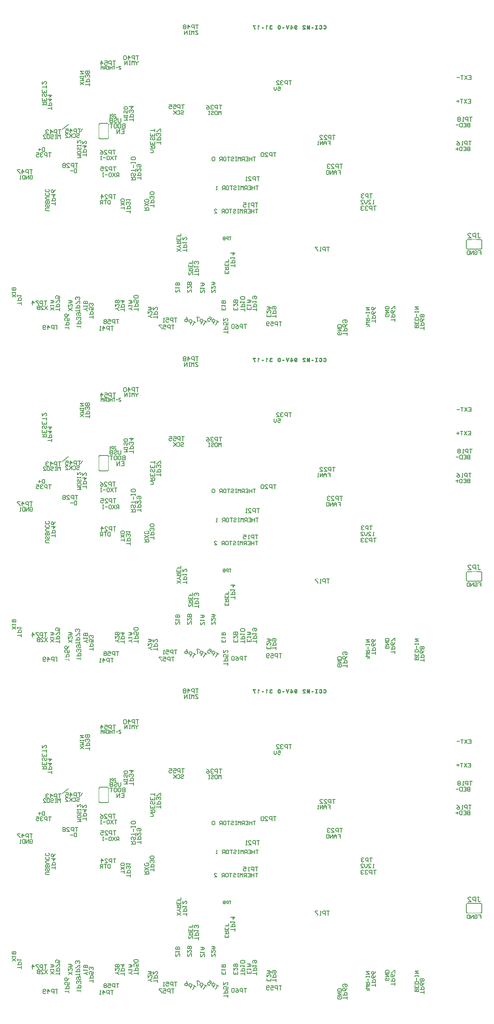
<source format=gbr>
G04 Generated on UCAM*
%FSLAX25Y25*%
%MOIN*%
%IPPOS*%
%ADD10C,0.00700*%
%ADD11C,0.00800*%
%ADD12C,0.00550*%
%ADD13C,0.00600*%
%ADD14C,0.00100*%
%ADD15C,0.00200*%
%ADD16C,0.00400*%
%SRX1Y1I0.00000J0.00000*%
%LN25543_ssident*%
%LPD*%
D10*
X521440Y218510D02*
X522780D01*
X522110*
Y215180*
X522780Y214510*
X523440*
X524110Y215180*
X520110Y214510D02*
Y218510D01*
X518110*
X517450Y217840*
Y216510*
X518110Y215840*
X520110*
X513450Y214510D02*
X516110D01*
X513450Y217180*
Y217840*
X514110Y218510*
X515450*
X516110Y217840*
X521440Y498430D02*
X522780D01*
X522110*
Y495100*
X522780Y494430*
X523440*
X524110Y495100*
X520110Y494430D02*
Y498430D01*
X518110*
X517450Y497760*
Y496430*
X518110Y495760*
X520110*
X513450Y494430D02*
X516110D01*
X513450Y497100*
Y497760*
X514110Y498430*
X515450*
X516110Y497760*
X521440Y778350D02*
X522780D01*
X522110*
Y775020*
X522780Y774350*
X523440*
X524110Y775020*
X520110Y774350D02*
Y778350D01*
X518110*
X517450Y777690*
Y776350*
X518110Y775690*
X520110*
X513450Y774350D02*
X516110D01*
X513450Y777020*
Y777690*
X514110Y778350*
X515450*
X516110Y777690*
D11*
X171310Y306010D02*
X176010Y310010D01*
X186510Y304010D02*
X188210Y306310D01*
X171310Y585930D02*
X176010Y589930D01*
X186510Y583930D02*
X188210Y586230D01*
X171310Y865850D02*
X176010Y869850D01*
X186510Y863850D02*
X188210Y866150D01*
D12*
X313580Y215280D02*
X311920D01*
X312750*
Y212790*
X311090Y212790D02*
Y215280D01*
X309840*
X309420Y214870*
Y214030*
X309840Y213620*
X311090*
X308590Y214870D02*
X308170Y215280D01*
X307340*
X306920Y214870*
Y214450*
X307340Y214030*
X306920Y213620*
Y213200*
X307340Y212790*
X308170*
X308590Y213200*
Y213620*
X308170Y214030*
X308590Y214450*
Y214870*
X308170Y214030D02*
X307340D01*
X215140Y318710D02*
X215980D01*
X215560*
Y316630*
X215980Y316210*
X216390*
X216810Y316630*
X214310Y316210D02*
Y318710D01*
X213060*
X212640Y318290*
Y317460*
X213060Y317040*
X214310*
X211810Y316210D02*
X210980D01*
X211400*
Y318710*
X211810Y318290*
X220610Y359210D02*
X218940D01*
Y358790*
X220610Y357130*
Y356710*
X218940*
X218110Y357960D02*
X216440D01*
X215610Y359210D02*
X213950D01*
X214780*
Y356710*
X213110Y359210D02*
Y356710D01*
Y357960*
X211450*
Y359210*
Y356710*
X208950Y359210D02*
X210610D01*
Y356710*
X208950*
X210610Y357960D02*
X209780D01*
X208110Y356710D02*
Y359210D01*
X206860*
X206450Y358790*
Y357960*
X206860Y357540*
X208110*
X207280Y357540D02*
X206450Y356710D01*
X205620Y356710D02*
Y359210D01*
X204780Y358380*
X203950Y359210*
Y356710*
X313580Y495210D02*
X311920D01*
X312750*
Y492710*
X311090Y492710D02*
Y495210D01*
X309840*
X309420Y494790*
Y493960*
X309840Y493540*
X311090*
X308590Y494790D02*
X308170Y495210D01*
X307340*
X306920Y494790*
Y494370*
X307340Y493960*
X306920Y493540*
Y493120*
X307340Y492710*
X308170*
X308590Y493120*
Y493540*
X308170Y493960*
X308590Y494370*
Y494790*
X308170Y493960D02*
X307340D01*
X215140Y598630D02*
X215980D01*
X215560*
Y596550*
X215980Y596130*
X216390*
X216810Y596550*
X214310Y596130D02*
Y598630D01*
X213060*
X212640Y598210*
Y597380*
X213060Y596960*
X214310*
X211810Y596130D02*
X210980D01*
X211400*
Y598630*
X211810Y598210*
X220610Y639130D02*
X218940D01*
Y638710*
X220610Y637050*
Y636630*
X218940*
X218110Y637880D02*
X216440D01*
X215610Y639130D02*
X213950D01*
X214780*
Y636630*
X213110Y639130D02*
Y636630D01*
Y637880*
X211450*
Y639130*
Y636630*
X208950Y639130D02*
X210610D01*
Y636630*
X208950*
X210610Y637880D02*
X209780D01*
X208110Y636630D02*
Y639130D01*
X206860*
X206450Y638710*
Y637880*
X206860Y637460*
X208110*
X207280Y637460D02*
X206450Y636630D01*
X205620Y636630D02*
Y639130D01*
X204780Y638300*
X203950Y639130*
Y636630*
X313580Y775130D02*
X311920D01*
X312750*
Y772630*
X311090Y772630D02*
Y775130D01*
X309840*
X309420Y774710*
Y773880*
X309840Y773460*
X311090*
X308590Y774710D02*
X308170Y775130D01*
X307340*
X306920Y774710*
Y774290*
X307340Y773880*
X306920Y773460*
Y773040*
X307340Y772630*
X308170*
X308590Y773040*
Y773460*
X308170Y773880*
X308590Y774290*
Y774710*
X308170Y773880D02*
X307340D01*
X215140Y878550D02*
X215980D01*
X215560*
Y876470*
X215980Y876050*
X216390*
X216810Y876470*
X214310Y876050D02*
Y878550D01*
X213060*
X212640Y878140*
Y877300*
X213060Y876890*
X214310*
X211810Y876050D02*
X210980D01*
X211400*
Y878550*
X211810Y878140*
X220610Y919050D02*
X218940D01*
Y918640*
X220610Y916970*
Y916550*
X218940*
X218110Y917800D02*
X216440D01*
X215610Y919050D02*
X213950D01*
X214780*
Y916550*
X213110Y919050D02*
Y916550D01*
Y917800*
X211450*
Y919050*
Y916550*
X208950Y919050D02*
X210610D01*
Y916550*
X208950*
X210610Y917800D02*
X209780D01*
X208110Y916550D02*
Y919050D01*
X206860*
X206450Y918640*
Y917800*
X206860Y917390*
X208110*
X207280Y917390D02*
X206450Y916550D01*
X205620Y916550D02*
Y919050D01*
X204780Y918220*
X203950Y919050*
Y916550*
G36*
X201700Y869970D02*
G75*
G2X202300Y869970I300J0D01*
G74*
G1Y866640D01*
X202110*
Y862500*
X202300*
Y858970*
G75*
G2X201700Y858970I-300J0D01*
G74*
G1Y869970D01*
G37*
G36*
X209700Y302650D02*
X209750D01*
Y306790*
X209700*
Y310130*
G75*
G2X210300Y310130I300J0D01*
G74*
G1Y299130D01*
G75*
G2X209700Y299130I-300J0D01*
G74*
G1Y302650D01*
G37*
G36*
X201700Y590050D02*
G75*
G2X202300Y590050I300J0D01*
G74*
G1Y586720D01*
X202110*
Y582580*
X202300*
Y579050*
G75*
G2X201700Y579050I-300J0D01*
G74*
G1Y590050D01*
G37*
G36*
X209700Y582580D02*
X209750D01*
Y586720*
X209700*
Y590050*
G75*
G2X210300Y590050I300J0D01*
G74*
G1Y579050D01*
G75*
G2X209700Y579050I-300J0D01*
G74*
G1Y582580D01*
G37*
G36*
X209700Y862500D02*
X209750D01*
Y866640*
X209700*
Y869970*
G75*
G2X210300Y869970I300J0D01*
G74*
G1Y858970D01*
G75*
G2X209700Y858970I-300J0D01*
G74*
G1Y862500D01*
G37*
G36*
X201700Y310130D02*
G75*
G2X202300Y310130I300J0D01*
G74*
G1Y306790D01*
X202110*
Y302650*
X202300*
Y299130*
G75*
G2X201700Y299130I-300J0D01*
G74*
G1Y310130D01*
G37*
G36*
X512990Y772930D02*
G75*
G2X513290Y773230I300J0D01*
G74*
G1X524280D01*
G75*
G2X524280Y772630I0J-300D01*
G74*
G1X520950D01*
Y772830*
X516810*
Y772630*
X513290*
G75*
G2X512990Y772930I0J300D01*
G74*
G37*
G36*
G1X512990Y493010D02*
G75*
G2X513290Y493310I300J0D01*
G74*
G1X524280D01*
G75*
G2X524280Y492710I0J-300D01*
G74*
G1X520950D01*
Y492900*
X516810*
Y492710*
X513290*
G75*
G2X512990Y493010I0J300D01*
G74*
G37*
G36*
G1X512990Y485010D02*
G75*
G2X513290Y485310I300J0D01*
G74*
G1X516810D01*
Y485260*
X520950*
Y485310*
X524280*
G75*
G2X524280Y484710I0J-300D01*
G74*
G1X513290D01*
G75*
G2X512990Y485010I0J300D01*
G74*
G37*
G36*
G1X512990Y764930D02*
G75*
G2X513290Y765230I300J0D01*
G74*
G1X516810D01*
Y765190*
X520950*
Y765230*
X524280*
G75*
G2X524280Y764630I0J-300D01*
G74*
G1X513290D01*
G75*
G2X512990Y764930I0J300D01*
G74*
G37*
G36*
G1X512990Y213090D02*
G75*
G2X513290Y213390I300J0D01*
G74*
G1X524280D01*
G75*
G2X524280Y212790I0J-300D01*
G74*
G1X520950D01*
Y212980*
X516810*
Y212790*
X513290*
G75*
G2X512990Y213090I0J300D01*
G74*
G37*
G36*
G1X512990Y205080D02*
G75*
G2X513290Y205380I300J0D01*
G74*
G1X516810D01*
Y205340*
X520950*
Y205380*
X524280*
G75*
G2X524280Y204780I0J-300D01*
G74*
G1X513290D01*
G75*
G2X512990Y205080I0J300D01*
G74*
G37*
G36*
G1X182910Y699420D02*
G75*
G2X183210Y699720I300J0D01*
G74*
G1X186410D01*
Y700590*
G75*
G2X186950Y700769I300J0D01*
G74*
G1X186928Y700726D01*
X186791Y700340*
X186707Y699939*
X186679Y699530*
X186707Y699121*
X186791Y698720*
X186928Y698335*
X187004Y698188*
G75*
G2X186410Y698250I-294J62D01*
G74*
G1Y699120D01*
X183210*
G75*
G2X182910Y699420I0J300D01*
G74*
G37*
G36*
G1X173010Y698620D02*
G75*
G2X173310Y698920I300J0D01*
G74*
G1X176510D01*
Y699790*
G75*
G2X176737Y700081I300J0D01*
G74*
G1X176707Y699939D01*
X176679Y699530*
X176707Y699121*
X176791Y698720*
X176928Y698335*
X177110Y697983*
Y697450*
G75*
G2X176510Y697450I-300J0D01*
G74*
G1Y698320D01*
X173310*
G75*
G2X173010Y698620I0J300D01*
G74*
G37*
G36*
G1X182910Y419500D02*
G75*
G2X183210Y419800I300J0D01*
G74*
G1X186410D01*
Y420660*
G75*
G2X186947Y420843I300J0D01*
G74*
G1X186928Y420806D01*
X186791Y420420*
X186707Y420019*
X186679Y419610*
X186707Y419201*
X186791Y418800*
X186928Y418415*
X187004Y418268*
G75*
G2X186410Y418330I-294J62D01*
G74*
G1Y419200D01*
X183210*
G75*
G2X182910Y419500I0J300D01*
G74*
G37*
G36*
G1X182910Y139580D02*
G75*
G2X183210Y139880I300J0D01*
G74*
G1X186410D01*
Y140740*
G75*
G2X186950Y140919I300J0D01*
G74*
G1X186928Y140876D01*
X186791Y140490*
X186707Y140089*
X186679Y139680*
X186707Y139271*
X186791Y138870*
X186928Y138485*
X187002Y138341*
G75*
G2X186410Y138410I-292J69D01*
G74*
G1Y139280D01*
X183210*
G75*
G2X182910Y139580I0J300D01*
G74*
G37*
G36*
G1X173010Y138780D02*
G75*
G2X173310Y139080I300J0D01*
G74*
G1X176510D01*
Y139940*
G75*
G2X176737Y140231I300J0D01*
G74*
G1X176707Y140089D01*
X176679Y139680*
X176707Y139271*
X176791Y138870*
X176928Y138485*
X177110Y138133*
Y137610*
G75*
G2X176510Y137610I-300J0D01*
G74*
G1Y138480D01*
X173310*
G75*
G2X173010Y138780I0J300D01*
G74*
G37*
G36*
G1X173010Y418700D02*
G75*
G2X173310Y419000I300J0D01*
G74*
G1X176510D01*
Y419860*
G75*
G2X176735Y420150I300J0D01*
G74*
G1X176707Y420019D01*
X176679Y419610*
X176707Y419201*
X176791Y418800*
X176928Y418415*
X177110Y418063*
Y417530*
G75*
G2X176510Y417530I-300J0D01*
G74*
G1Y418400D01*
X173310*
G75*
G2X173010Y418700I0J300D01*
G74*
G37*
G36*
G1X307010Y704350D02*
G75*
G2X307098Y704562I300J0D01*
G74*
G1X309121Y706585D01*
X309475Y706536*
X309885*
X310291Y706592*
X310643Y706691*
X311022Y706312*
G75*
G2X310598Y705888I-212J-212D01*
G74*
G1X310106Y706380D01*
X309764*
X307522Y704138*
G75*
G2X307010Y704350I-212J212D01*
G74*
G37*
G36*
G1X307010Y424430D02*
G75*
G2X307098Y424642I300J0D01*
G74*
G1X309121Y426665D01*
X309475Y426616*
X309885*
X310291Y426672*
X310643Y426771*
X311022Y426392*
G75*
G2X310598Y425968I-212J-212D01*
G74*
G1X310106Y426460D01*
X309764*
X307522Y424218*
G75*
G2X307010Y424430I-212J212D01*
G74*
G37*
G36*
G1X307010Y144510D02*
G75*
G2X307098Y144722I300J0D01*
G74*
G1X309121Y146745D01*
X309475Y146696*
X309885*
X310291Y146752*
X310643Y146851*
X311022Y146472*
G75*
G2X310598Y146048I-212J-212D01*
G74*
G1X310106Y146540D01*
X309764*
X307522Y144298*
G75*
G2X307010Y144510I-212J212D01*
G74*
G37*
G36*
G1X173010Y421030D02*
G75*
G2X173310Y421330I300J0D01*
G74*
G1X176510D01*
Y422780*
G75*
G2X177110Y422780I300J0D01*
G74*
G1Y421157D01*
X176928Y420806*
X176907Y420746*
G75*
G2X176810Y420730I-97J284D01*
G74*
G1X173310D01*
G75*
G2X173010Y421030I0J300D01*
G74*
G37*
G36*
G1X173010Y700950D02*
G75*
G2X173310Y701250I300J0D01*
G74*
G1X176510D01*
Y702700*
G75*
G2X177110Y702700I300J0D01*
G74*
G1Y701077D01*
X176928Y700726*
X176907Y700666*
G75*
G2X176810Y700650I-97J284D01*
G74*
G1X173310D01*
G75*
G2X173010Y700950I0J300D01*
G74*
G37*
G36*
G1X173010Y141110D02*
G75*
G2X173310Y141410I300J0D01*
G74*
G1X176510D01*
Y142860*
G75*
G2X177110Y142860I300J0D01*
G74*
G1Y141227D01*
X176928Y140876*
X176911Y140827*
G75*
G2X176810Y140810I-101J283D01*
G74*
G1X173310D01*
G75*
G2X173010Y141110I0J300D01*
G74*
G37*
G36*
G1X448690Y154610D02*
G75*
G2X448778Y154823I300J0D01*
G74*
G1X450929Y156964D01*
X451071Y157026*
X451420Y157239*
X451422Y157240*
X451910*
G75*
G2X451910Y156640I0J-300D01*
G74*
G1X451454D01*
X449202Y154397*
G75*
G2X448690Y154610I-212J213D01*
G74*
G37*
G36*
G1X448690Y714450D02*
G75*
G2X448778Y714663I300J0D01*
G74*
G1X450929Y716804D01*
X451071Y716866*
X451420Y717079*
X451422Y717080*
X451910*
G75*
G2X451910Y716480I0J-300D01*
G74*
G1X451454D01*
X449202Y714237*
G75*
G2X448690Y714450I-212J213D01*
G74*
G37*
G36*
G1X448690Y434530D02*
G75*
G2X448778Y434743I300J0D01*
G74*
G1X450929Y436884D01*
X451071Y436946*
X451420Y437159*
X451422Y437160*
X451910*
G75*
G2X451910Y436560I0J-300D01*
G74*
G1X451454D01*
X449202Y434317*
G75*
G2X448690Y434530I-212J213D01*
G74*
G37*
G36*
G1X252480Y141110D02*
G75*
G2X253080Y141110I300J0D01*
G74*
G1Y140654D01*
X255323Y138402*
G75*
G2X254897Y137978I-213J-212D01*
G74*
G1X252628Y140258D01*
X252624Y140274*
X252579Y140490*
X252515Y140671*
X252480Y140769*
Y141110*
G37*
G36*
X252480Y421030D02*
G75*
G2X253080Y421030I300J0D01*
G74*
G1Y420574D01*
X255323Y418322*
G75*
G2X254897Y417898I-213J-212D01*
G74*
G1X252630Y420175D01*
X252627Y420192*
X252579Y420420*
X252517Y420595*
X252480Y420699*
Y421030*
G37*
G36*
X252480Y700950D02*
G75*
G2X253080Y700950I300J0D01*
G74*
G1Y700494D01*
X255322Y698252*
G75*
G2X254898Y697828I-212J-212D01*
G74*
G1X252630Y700096D01*
X252627Y700112*
X252579Y700340*
X252517Y700515*
X252480Y700619*
Y700950*
G37*
G36*
X240210Y806400D02*
G75*
G2X240277Y806589I300J0D01*
G74*
G1X240301Y806592D01*
X240695Y806703*
X241071Y806866*
X241420Y807079*
X241668Y807280*
X243430*
G75*
G2X243430Y806680I0J-300D01*
G74*
G1X241214D01*
X240810Y806276*
Y805230*
G75*
G2X240210Y805230I-300J0D01*
G74*
G1Y806400D01*
G37*
G36*
X240210Y246560D02*
G75*
G2X240277Y246749I300J0D01*
G74*
G1X240301Y246752D01*
X240695Y246863*
X241071Y247026*
X241420Y247239*
X241668Y247440*
X243430*
G75*
G2X243430Y246840I0J-300D01*
G74*
G1X241214D01*
X240810Y246436*
Y245390*
G75*
G2X240210Y245390I-300J0D01*
G74*
G1Y246560D01*
G37*
G36*
X240210Y526480D02*
G75*
G2X240277Y526669I300J0D01*
G74*
G1X240301Y526672D01*
X240695Y526783*
X241071Y526946*
X241420Y527159*
X241668Y527360*
X243430*
G75*
G2X243430Y526760I0J-300D01*
G74*
G1X241214D01*
X240810Y526356*
Y525310*
G75*
G2X240210Y525310I-300J0D01*
G74*
G1Y526480D01*
G37*
G36*
X217440Y145710D02*
G75*
G2X218040Y145710I300J0D01*
G74*
G1Y142210D01*
G75*
G2X218038Y142179I-300J0D01*
G74*
G1X217960Y142132D01*
X217692Y141914*
G75*
G2X217440Y142210I48J296D01*
G74*
G1Y145710D01*
G37*
G36*
X217440Y425630D02*
G75*
G2X218040Y425630I300J0D01*
G74*
G1Y422130D01*
G75*
G2X218039Y422110I-300J0D01*
G74*
G1X217960Y422062D01*
X217682Y421836*
G75*
G2X217440Y422130I58J294D01*
G74*
G1Y425630D01*
G37*
G36*
X217440Y705550D02*
G75*
G2X218040Y705550I300J0D01*
G74*
G1Y702050D01*
G75*
G2X218039Y702030I-300J0D01*
G74*
G1X217960Y701982D01*
X217682Y701756*
G75*
G2X217440Y702050I58J294D01*
G74*
G1Y705550D01*
G37*
G36*
X384060Y766450D02*
X384105Y766492D01*
X384138Y766524*
X384462Y766906*
X384476Y766927*
X384492Y766950*
X386700*
G75*
G2X386700Y766350I0J-300D01*
G74*
G1X384660D01*
Y766070*
G75*
G2X384060Y766070I-300J0D01*
G74*
G1Y766450D01*
G37*
G36*
X384060Y486530D02*
X384105Y486572D01*
X384138Y486604*
X384462Y486986*
X384476Y487007*
X384492Y487030*
X386700*
G75*
G2X386700Y486430I0J-300D01*
G74*
G1X384660D01*
Y486150*
G75*
G2X384060Y486150I-300J0D01*
G74*
G1Y486530D01*
G37*
G36*
X384060Y206600D02*
X384138Y206674D01*
X384462Y207056*
X384482Y207084*
X384499Y207110*
X386700*
G75*
G2X386700Y206510I0J-300D01*
G74*
G1X384660D01*
Y206230*
G75*
G2X384060Y206230I-300J0D01*
G74*
G1Y206600D01*
G37*
G36*
X185830Y708750D02*
G75*
G2X185918Y708962I300J0D01*
G74*
G1X186410Y709454D01*
Y710376*
X185918Y710868*
G75*
G2X186342Y711292I212J212D01*
G74*
G1X186922Y710712D01*
X186923*
X186791Y710340*
X186707Y709939*
X186679Y709530*
X186707Y709121*
X186726Y709030*
X186745Y708941*
X186342Y708538*
G75*
G2X185830Y708750I-212J212D01*
G74*
G37*
G36*
G1X185830Y148910D02*
G75*
G2X185918Y149122I300J0D01*
G74*
G1X186410Y149614D01*
Y150536*
X185918Y151028*
G75*
G2X186342Y151452I212J212D01*
G74*
G1X186922Y150872D01*
X186923*
X186791Y150500*
X186707Y150099*
X186679Y149690*
X186707Y149281*
X186726Y149190*
X186745Y149101*
X186342Y148698*
G75*
G2X185830Y148910I-212J212D01*
G74*
G37*
G36*
G1X185830Y428830D02*
G75*
G2X185918Y429042I300J0D01*
G74*
G1X186410Y429534D01*
Y430456*
X185918Y430948*
G75*
G2X186342Y431372I212J212D01*
G74*
G1X186922Y430792D01*
X186923*
X186791Y430420*
X186707Y430019*
X186679Y429610*
X186707Y429201*
X186726Y429110*
X186745Y429021*
X186342Y428618*
G75*
G2X185830Y428830I-212J212D01*
G74*
G37*
G36*
G1X168580Y155220D02*
G75*
G2X169180Y155220I300J0D01*
G74*
G1Y152880D01*
G75*
G2X169018Y152613I-300J0D01*
G74*
G1X168901Y152581D01*
G75*
G2X168580Y152880I-21J299D01*
G74*
G1Y155220D01*
G37*
G36*
X171080Y556650D02*
G75*
G2X171168Y556862I300J0D01*
G74*
G1X171699Y557393D01*
X171728Y557417*
X171771Y557463*
G75*
G2X171960Y557530I189J-233D01*
G74*
G1X173130D01*
G75*
G2X173130Y556930I0J-300D01*
G74*
G1X172084D01*
X171592Y556438*
G75*
G2X171080Y556650I-212J212D01*
G74*
G37*
G36*
G1X171080Y276730D02*
G75*
G2X171168Y276942I300J0D01*
G74*
G1X171646Y277420D01*
X171728Y277487*
X171800Y277564*
G75*
G2X171960Y277610I160J-254D01*
G74*
G1X173130D01*
G75*
G2X173130Y277010I0J-300D01*
G74*
G1X172084D01*
X171592Y276518*
G75*
G2X171080Y276730I-212J212D01*
G74*
G37*
G36*
G1X265280Y426930D02*
G75*
G2X265580Y427230I300J0D01*
G74*
G1X267874D01*
X268035Y427107*
X268198Y427015*
G75*
G2X267910Y426630I-288J-85D01*
G74*
G1X265580D01*
G75*
G2X265280Y426930I0J300D01*
G74*
G37*
G36*
G1X171080Y836570D02*
G75*
G2X171168Y836782I300J0D01*
G74*
G1X171699Y837313D01*
X171728Y837337*
X171771Y837383*
G75*
G2X171960Y837450I189J-233D01*
G74*
G1X173130D01*
G75*
G2X173130Y836850I0J-300D01*
G74*
G1X172084D01*
X171592Y836358*
G75*
G2X171080Y836570I-212J212D01*
G74*
G37*
G36*
G1X265280Y706850D02*
G75*
G2X265580Y707150I300J0D01*
G74*
G1X267874D01*
X268035Y707027*
X268198Y706935*
G75*
G2X267910Y706550I-288J-85D01*
G74*
G1X265580D01*
G75*
G2X265280Y706850I0J300D01*
G74*
G37*
G36*
G1X265280Y147010D02*
G75*
G2X265580Y147310I300J0D01*
G74*
G1X267874D01*
X268035Y147187*
X268198Y147095*
G75*
G2X267910Y146710I-288J-85D01*
G74*
G1X265580D01*
G75*
G2X265280Y147010I0J300D01*
G74*
G37*
G36*
G1X202780Y285751D02*
X202915Y285930D01*
X202962Y285992*
X203110Y286289*
X203161Y286469*
X203201Y286609*
X203212Y286737*
X203448Y286972*
G75*
G2X203872Y286548I212J-212D01*
G74*
G1X203380Y286056D01*
Y285590*
G75*
G2X202780Y285590I-300J0D01*
G74*
G1Y285751D01*
G37*
G36*
X202780Y565681D02*
X202910Y565853D01*
X202962Y565922*
X203110Y566219*
X203158Y566390*
X203201Y566539*
X203211Y566656*
X203448Y566892*
G75*
G2X203872Y566468I212J-212D01*
G74*
G1X203380Y565976D01*
Y565510*
G75*
G2X202780Y565510I-300J0D01*
G74*
G1Y565681D01*
G37*
G36*
X202780Y845601D02*
X202910Y845773D01*
X202962Y845842*
X203110Y846139*
X203158Y846310*
X203201Y846459*
X203211Y846576*
X203448Y846812*
G75*
G2X203872Y846388I212J-212D01*
G74*
G1X203380Y845896D01*
Y845440*
G75*
G2X202780Y845440I-300J0D01*
G74*
G1Y845601D01*
G37*
G36*
X164880Y140810D02*
G75*
G2X165180Y141110I300J0D01*
G74*
G1X167049D01*
X166928Y140876*
X166798Y140510*
X165180*
G75*
G2X164880Y140810I0J300D01*
G74*
G37*
G36*
G1X164880Y420730D02*
G75*
G2X165180Y421030I300J0D01*
G74*
G1X167044D01*
X166928Y420806*
X166794Y420430*
X165180*
G75*
G2X164880Y420730I0J300D01*
G74*
G37*
G36*
G1X164880Y700650D02*
G75*
G2X165180Y700950I300J0D01*
G74*
G1X167044D01*
X166928Y700726*
X166794Y700350*
X165180*
G75*
G2X164880Y700650I0J300D01*
G74*
G37*
G36*
G1X175930Y149270D02*
G75*
G2X175961Y149403I300J0D01*
G74*
G1X176541Y150573D01*
G75*
G2X176874Y150733I269J-133D01*
G74*
G1X176791Y150500D01*
X176707Y150099*
X176679Y149690*
X176691Y149524*
X176499Y149137*
G75*
G2X175930Y149270I-269J133D01*
G74*
G37*
G36*
G1X175930Y429190D02*
G75*
G2X175961Y429323I300J0D01*
G74*
G1X176541Y430493D01*
G75*
G2X176874Y430653I269J-133D01*
G74*
G1X176791Y430420D01*
X176707Y430019*
X176679Y429610*
X176691Y429444*
X176499Y429057*
G75*
G2X175930Y429190I-269J133D01*
G74*
G37*
G36*
G1X175930Y709120D02*
G75*
G2X175962Y709254I300J0D01*
G74*
G1X176542Y710414D01*
G75*
G2X176874Y710573I268J-134D01*
G74*
G1X176791Y710340D01*
X176707Y709939*
X176679Y709530*
X176690Y709370*
X176498Y708986*
G75*
G2X175930Y709120I-268J134D01*
G74*
G37*
G36*
G1X339060Y566330D02*
G75*
G2X339360Y566630I300J0D01*
G74*
G1X339386D01*
X339485Y566616*
X339895*
X339994Y566630*
X340530*
G75*
G2X340530Y566030I0J-300D01*
G74*
G1X339360D01*
G75*
G2X339060Y566330I0J300D01*
G74*
G37*
G36*
G1X339060Y286410D02*
G75*
G2X339360Y286710I300J0D01*
G74*
G1X339386D01*
X339485Y286696*
X339895*
X339994Y286710*
X340530*
G75*
G2X340530Y286110I0J-300D01*
G74*
G1X339360D01*
G75*
G2X339060Y286410I0J300D01*
G74*
G37*
G36*
G1X339060Y846250D02*
G75*
G2X339360Y846550I300J0D01*
G74*
G1X339386D01*
X339485Y846536*
X339895*
X339994Y846550*
X340530*
G75*
G2X340530Y845950I0J-300D01*
G74*
G1X339360D01*
G75*
G2X339060Y846250I0J300D01*
G74*
G37*
G36*
G1X429750Y140320D02*
G75*
G2X430264Y140530I300J0D01*
G74*
G1X430794Y139990D01*
G75*
G2X430880Y139780I-214J-210D01*
G74*
G1Y139480D01*
X430280*
Y139657*
X429836Y140110*
G75*
G2X429750Y140320I214J210D01*
G74*
G37*
G36*
G1X428150Y139780D02*
G75*
G2X428236Y139990I300J0D01*
G74*
G1X428766Y140530D01*
G75*
G2X429194Y140110I214J-210D01*
G74*
G1X428750Y139657D01*
Y139480*
X428150*
Y139780*
G37*
G36*
X429750Y420240D02*
G75*
G2X430262Y420452I300J0D01*
G74*
G1X430792Y419922D01*
G75*
G2X430880Y419710I-212J-212D01*
G74*
G1Y419410D01*
X430280*
Y419586*
X429838Y420028*
G75*
G2X429750Y420240I212J212D01*
G74*
G37*
G36*
G1X429750Y700160D02*
G75*
G2X430262Y700372I300J0D01*
G74*
G1X430792Y699842D01*
G75*
G2X430880Y699630I-212J-212D01*
G74*
G1Y699330D01*
X430280*
Y699506*
X429838Y699948*
G75*
G2X429750Y700160I212J212D01*
G74*
G37*
G36*
G1X428150Y699630D02*
G75*
G2X428238Y699842I300J0D01*
G74*
G1X428768Y700372D01*
G75*
G2X429192Y699948I212J-212D01*
G74*
G1X428750Y699506D01*
Y699330*
X428150*
Y699630*
G37*
G36*
X428150Y419710D02*
G75*
G2X428238Y419922I300J0D01*
G74*
G1X428768Y420452D01*
G75*
G2X429192Y420028I212J-212D01*
G74*
G1X428750Y419586D01*
Y419410*
X428150*
Y419710*
G37*
D13*
X513290Y213090D02*
X512580Y212790D01*
X512280Y212090*
X525290Y212090D02*
X524990Y212790D01*
X524280Y213090*
X524280Y205080D02*
X524990Y205380D01*
X525290Y206080*
X512280Y206080D02*
X512580Y205380D01*
X513290Y205080*
X202000Y299130D02*
X202300Y298420D01*
X203000Y298130*
X203000Y311130D02*
X202300Y310830D01*
X202000Y310130*
X210000Y310130D02*
X209710Y310830D01*
X209000Y311130*
X209000Y298130D02*
X209710Y298420D01*
X210000Y299130*
X512280Y206080D02*
Y212090D01*
X525290Y206080D02*
Y212090D01*
X203000Y298130D02*
X209000D01*
X203000Y311130D02*
X209000D01*
X436010Y241310D02*
X433680D01*
X434840*
Y237810*
X432510Y237810D02*
Y241310D01*
X430760*
X430180Y240730*
Y239560*
X430760Y238980*
X432510*
X429010Y240730D02*
X428430Y241310D01*
X427260*
X426680Y240730*
Y240140*
X427260Y239560*
X427850*
X427260*
X426680Y238980*
Y238390*
X427260Y237810*
X428430*
X429010Y238390*
X425510Y240730D02*
X424930Y241310D01*
X423760*
X423180Y240730*
Y240140*
X423760Y239560*
X424350*
X423760*
X423180Y238980*
Y238390*
X423760Y237810*
X424930*
X425510Y238390*
X407510Y276610D02*
X405180D01*
X406340*
Y273110*
X404010Y273110D02*
Y276610D01*
X402260*
X401680Y276030*
Y274860*
X402260Y274280*
X404010*
X398180Y273110D02*
X400510D01*
X398180Y275440*
Y276030*
X398760Y276610*
X399930*
X400510Y276030*
X397010Y276030D02*
X396430Y276610D01*
X395260*
X394680Y276030*
Y275440*
X395260Y274860*
X395850*
X395260*
X394680Y274280*
Y273690*
X395260Y273110*
X396430*
X397010Y273690*
X401410Y301010D02*
X399080D01*
X400240*
Y297510*
X397910Y297510D02*
Y301010D01*
X396160*
X395580Y300430*
Y299260*
X396160Y298680*
X397910*
X392080Y297510D02*
X394410D01*
X392080Y299840*
Y300430*
X392660Y301010*
X393830*
X394410Y300430*
X388580Y297510D02*
X390910D01*
X388580Y299840*
Y300430*
X389160Y301010*
X390330*
X390910Y300430*
X310810Y134010D02*
Y136340D01*
Y135180*
X307310*
X307310Y137510D02*
X310810D01*
Y139260*
X310230Y139840*
X309060*
X308480Y139260*
Y137510*
X310810Y143340D02*
Y141010D01*
X309060*
X309640Y142170*
Y142760*
X309060Y143340*
X307890*
X307310Y142760*
Y141590*
X307890Y141010*
X307310Y146840D02*
Y144510D01*
X310810Y146260D02*
Y145090D01*
X310230Y144510*
X335210Y153010D02*
Y155340D01*
Y154180*
X331710*
X331710Y156510D02*
X335210D01*
Y158260*
X334630Y158840*
X333460*
X332880Y158260*
Y156510*
X331710Y160010D02*
Y161170D01*
Y160590*
X335210*
X334630Y160010*
X332290Y162920D02*
X331710Y163510D01*
Y164670*
X332290Y165260*
X334630*
X335210Y164670*
Y163510*
X334630Y162920*
X334040*
X333460Y163510*
Y165260*
X325110Y152810D02*
Y155140D01*
Y153980*
X321610*
X321610Y156310D02*
X325110D01*
Y158060*
X324530Y158640*
X323360*
X322780Y158060*
Y156310*
X321610Y159810D02*
Y160970D01*
Y160390*
X325110*
X324530Y159810*
X324530Y162720D02*
X325110Y163310D01*
Y164470*
X324530Y165060*
X322190*
X321610Y164470*
Y163310*
X322190Y162720*
X324530*
X351610Y147310D02*
Y149640D01*
Y148480*
X348110*
X348110Y150810D02*
X351610D01*
Y152560*
X351030Y153140*
X349860*
X349280Y152560*
Y150810*
X348690Y154310D02*
X348110Y154890D01*
Y156060*
X348690Y156640*
X351030*
X351610Y156060*
Y154890*
X351030Y154310*
X350440*
X349860Y154890*
Y156640*
X265580Y147010D02*
X266740D01*
Y143510*
X264410Y143510D02*
Y147010D01*
X262660*
X262080Y146430*
Y145260*
X262660Y144680*
X264410*
X258580Y147010D02*
X260910D01*
Y145260*
X259750Y145840*
X259160*
X258580Y145260*
Y144090*
X259160Y143510*
X260330*
X260910Y144090*
X257410Y143510D02*
X256250D01*
X256830*
Y147010*
X257410Y146430*
X293060Y143440D02*
X291040Y144610D01*
X292050Y144020*
X290300Y140990*
X288280Y142160D02*
X290030Y145190D01*
X288510Y146060*
X287720Y145850*
X287130Y144840*
X287350Y144040*
X288860Y143170*
X287000Y146940D02*
X284980Y148110D01*
X284690Y147600*
X285540Y144410*
X285250Y143910*
X283860Y143040D02*
X281840Y144210D01*
X282850Y143620*
X281100Y140590*
X279080Y141760D02*
X280830Y144790D01*
X279310Y145660*
X278520Y145450*
X277930Y144440*
X278150Y143640*
X279660Y142770*
X275780Y147710D02*
X276500Y146620D01*
X276920Y145020*
X276340Y144010*
X275550Y143800*
X274530Y144380*
X274320Y145180*
X274610Y145690*
X275410Y145900*
X276920Y145020*
X303260Y143440D02*
X301240Y144610D01*
X302250Y144020*
X300500Y140990*
X298480Y142160D02*
X300230Y145190D01*
X298710Y146060*
X297920Y145850*
X297330Y144840*
X297550Y144040*
X299060Y143170*
X295180Y148110D02*
X297200Y146940D01*
X296320Y145420*
X295610Y146510*
X295100Y146800*
X294300Y146590*
X293720Y145580*
X293930Y144780*
X294950Y144200*
X295740Y144410*
X197210Y146610D02*
Y148940D01*
Y147780*
X193710*
X193710Y150110D02*
X197210D01*
Y151860*
X196630Y152440*
X195460*
X194880Y151860*
Y150110*
X197210Y155940D02*
Y153610D01*
X195460*
X196040Y154770*
Y155360*
X195460Y155940*
X194290*
X193710Y155360*
Y154190*
X194290Y153610*
X196630Y157110D02*
X197210Y157690D01*
Y158860*
X196630Y159440*
X196040*
X195460Y158860*
Y158270*
Y158860*
X194880Y159440*
X194290*
X193710Y158860*
Y157690*
X194290Y157110*
X235110Y153110D02*
Y155440D01*
Y154280*
X231610*
X231610Y156610D02*
X235110D01*
Y158360*
X234530Y158940*
X233360*
X232780Y158360*
Y156610*
X235110Y162440D02*
Y160110D01*
X233360*
X233940Y161270*
Y161860*
X233360Y162440*
X232190*
X231610Y161860*
Y160690*
X232190Y160110*
X234530Y163610D02*
X235110Y164190D01*
Y165360*
X234530Y165940*
X232190*
X231610Y165360*
Y164190*
X232190Y163610*
X234530*
X223610Y152710D02*
Y155040D01*
Y153880*
X220110*
X220110Y156210D02*
X223610D01*
Y157960*
X223030Y158540*
X221860*
X221280Y157960*
Y156210*
X220110Y161460D02*
X223610D01*
X221860Y159710*
Y162040*
X251410Y146610D02*
Y148940D01*
Y147780*
X247910*
X247910Y150110D02*
X251410D01*
Y151860*
X250830Y152440*
X249660*
X249080Y151860*
Y150110*
X247910Y155940D02*
Y153610D01*
X250240Y155940*
X250830*
X251410Y155360*
Y154190*
X250830Y153610*
X136610Y158110D02*
Y160440D01*
Y159280*
X133110*
X133110Y161610D02*
X136610D01*
Y163360*
X136030Y163940*
X134860*
X134280Y163360*
Y161610*
X133110Y165110D02*
Y166270D01*
Y165690*
X136610*
X136030Y165110*
X411410Y132410D02*
Y134740D01*
Y133580*
X407910*
X407910Y135910D02*
X411410D01*
Y137660*
X410830Y138240*
X409660*
X409080Y137660*
Y135910*
X411410Y141740D02*
X410830Y140570D01*
X409660Y139410*
X408490*
X407910Y139990*
Y141160*
X408490Y141740*
X409080*
X409660Y141160*
Y139410*
X408490Y142910D02*
X407910Y143490D01*
Y144660*
X408490Y145240*
X410830*
X411410Y144660*
Y143490*
X410830Y142910*
X410240*
X409660Y143490*
Y145240*
X476510Y137210D02*
Y139540D01*
Y138380*
X473010*
X473010Y140710D02*
X476510D01*
Y142460*
X475930Y143040*
X474760*
X474180Y142460*
Y140710*
X476510Y146540D02*
X475930Y145370D01*
X474760Y144210*
X473590*
X473010Y144790*
Y145960*
X473590Y146540*
X474180*
X474760Y145960*
Y144210*
X475930Y147710D02*
X476510Y148290D01*
Y149460*
X475930Y150040*
X475340*
X474760Y149460*
X474180Y150040*
X473590*
X473010Y149460*
Y148290*
X473590Y147710*
X474180*
X474760Y148290*
X475340Y147710*
X475930*
X474760Y148290D02*
Y149460D01*
X451910Y144110D02*
Y146440D01*
Y145280*
X448410*
X448410Y147610D02*
X451910D01*
Y149360*
X451330Y149940*
X450160*
X449580Y149360*
Y147610*
X451910Y153440D02*
X451330Y152270D01*
X450160Y151110*
X448990*
X448410Y151690*
Y152860*
X448990Y153440*
X449580*
X450160Y152860*
Y151110*
X451910Y154610D02*
Y156940D01*
X448990Y154610D02*
X448410D01*
X435610Y143210D02*
Y145540D01*
Y144380*
X432110*
X432110Y146710D02*
X435610D01*
Y148460*
X435030Y149040*
X433860*
X433280Y148460*
Y146710*
X435610Y152540D02*
X435030Y151370D01*
X433860Y150210*
X432690*
X432110Y150790*
Y151960*
X432690Y152540*
X433280*
X433860Y151960*
Y150210*
X435610Y156040D02*
X435030Y154870D01*
X433860Y153710*
X432690*
X432110Y154290*
Y155460*
X432690Y156040*
X433280*
X433860Y155460*
Y153710*
X285910Y394210D02*
X283580D01*
X284740*
Y390710*
X282410Y390710D02*
Y394210D01*
X280660*
X280080Y393630*
Y392460*
X280660Y391880*
X282410*
X277160Y390710D02*
Y394210D01*
X278910Y392460*
X276580*
X275410Y393630D02*
X274830Y394210D01*
X273660*
X273080Y393630*
Y393040*
X273660Y392460*
X273080Y391880*
Y391290*
X273660Y390710*
X274830*
X275410Y391290*
Y391880*
X274830Y392460*
X275410Y393040*
Y393630*
X274830Y392460D02*
X273660D01*
X145910Y271910D02*
X143580D01*
X144740*
Y268410*
X142410Y268410D02*
Y271910D01*
X140660*
X140080Y271330*
Y270160*
X140660Y269580*
X142410*
X137160Y268410D02*
Y271910D01*
X138910Y270160*
X136580*
X135410Y271910D02*
X133080D01*
Y271330*
X135410Y268990*
Y268410*
X165210Y242210D02*
Y244540D01*
Y243380*
X161710*
X161710Y245710D02*
X165210D01*
Y247460*
X164630Y248040*
X163460*
X162880Y247460*
Y245710*
X161710Y250960D02*
X165210D01*
X163460Y249210*
Y251540*
X165210Y255040D02*
X164630Y253870D01*
X163460Y252710*
X162290*
X161710Y253290*
Y254460*
X162290Y255040*
X162880*
X163460Y254460*
Y252710*
X186510Y306410D02*
X184180D01*
X185340*
Y302910*
X183010Y302910D02*
Y306410D01*
X181260*
X180680Y305830*
Y304660*
X181260Y304080*
X183010*
X177760Y302910D02*
Y306410D01*
X179510Y304660*
X177180*
X173680Y306410D02*
X176010D01*
Y304660*
X174850Y305240*
X174260*
X173680Y304660*
Y303490*
X174260Y302910*
X175430*
X176010Y303490*
X162310Y322610D02*
Y324940D01*
Y323780*
X158810*
X158810Y326110D02*
X162310D01*
Y327860*
X161730Y328440*
X160560*
X159980Y327860*
Y326110*
X158810Y331360D02*
X162310D01*
X160560Y329610*
Y331940*
X158810Y334860D02*
X162310D01*
X160560Y333110*
Y335440*
X170010Y305610D02*
X167680D01*
X168840*
Y302110*
X166510Y302110D02*
Y305610D01*
X164760*
X164180Y305030*
Y303860*
X164760Y303280*
X166510*
X161260Y302110D02*
Y305610D01*
X163010Y303860*
X160680*
X159510Y305030D02*
X158930Y305610D01*
X157760*
X157180Y305030*
Y304440*
X157760Y303860*
X158350*
X157760*
X157180Y303280*
Y302690*
X157760Y302110*
X158930*
X159510Y302690*
X191510Y283310D02*
Y285640D01*
Y284480*
X188010*
X188010Y286810D02*
X191510D01*
Y288560*
X190930Y289140*
X189760*
X189180Y288560*
Y286810*
X188010Y292060D02*
X191510D01*
X189760Y290310*
Y292640*
X188010Y296140D02*
Y293810D01*
X190340Y296140*
X190930*
X191510Y295560*
Y294390*
X190930Y293810*
X235610Y368210D02*
X233280D01*
X234440*
Y364710*
X232110Y364710D02*
Y368210D01*
X230360*
X229780Y367630*
Y366460*
X230360Y365880*
X232110*
X226860Y364710D02*
Y368210D01*
X228610Y366460*
X226280*
X225110Y367630D02*
X224530Y368210D01*
X223360*
X222780Y367630*
Y365290*
X223360Y364710*
X224530*
X225110Y365290*
Y367630*
X194110Y342610D02*
Y344940D01*
Y343780*
X190610*
X190610Y346110D02*
X194110D01*
Y347860*
X193530Y348440*
X192360*
X191780Y347860*
Y346110*
X193530Y349610D02*
X194110Y350190D01*
Y351360*
X193530Y351940*
X192940*
X192360Y351360*
Y350770*
Y351360*
X191780Y351940*
X191190*
X190610Y351360*
Y350190*
X191190Y349610*
X193530Y353110D02*
X194110Y353690D01*
Y354860*
X193530Y355440*
X192940*
X192360Y354860*
X191780Y355440*
X191190*
X190610Y354860*
Y353690*
X191190Y353110*
X191780*
X192360Y353690*
X192940Y353110*
X193530*
X192360Y353690D02*
Y354860D01*
X254110Y293510D02*
Y295840D01*
Y294680*
X250610*
X250610Y297010D02*
X254110D01*
Y298760*
X253530Y299340*
X252360*
X251780Y298760*
Y297010*
X253530Y300510D02*
X254110Y301090D01*
Y302260*
X253530Y302840*
X252940*
X252360Y302260*
Y301670*
Y302260*
X251780Y302840*
X251190*
X250610Y302260*
Y301090*
X251190Y300510*
X254110Y304010D02*
Y306340D01*
X253530*
X251190Y304010*
X250610*
X305710Y326410D02*
X303380D01*
X304540*
Y322910*
X302210Y322910D02*
Y326410D01*
X300460*
X299880Y325830*
Y324660*
X300460Y324080*
X302210*
X298710Y325830D02*
X298130Y326410D01*
X296960*
X296380Y325830*
Y325240*
X296960Y324660*
X297550*
X296960*
X296380Y324080*
Y323490*
X296960Y322910*
X298130*
X298710Y323490*
X292880Y326410D02*
X294050Y325830D01*
X295210Y324660*
Y323490*
X294630Y322910*
X293460*
X292880Y323490*
Y324080*
X293460Y324660*
X295210*
X231010Y313010D02*
Y315340D01*
Y314180*
X227510*
X227510Y316510D02*
X231010D01*
Y318260*
X230430Y318840*
X229260*
X228680Y318260*
Y316510*
X230430Y320010D02*
X231010Y320590D01*
Y321760*
X230430Y322340*
X229840*
X229260Y321760*
Y321170*
Y321760*
X228680Y322340*
X228090*
X227510Y321760*
Y320590*
X228090Y320010*
X227510Y325260D02*
X231010D01*
X229260Y323510*
Y325840*
X336210Y244010D02*
X333880D01*
X335040*
Y240510*
X332710Y240510D02*
Y244010D01*
X330960*
X330380Y243430*
Y242260*
X330960Y241680*
X332710*
X329210Y240510D02*
X328050D01*
X328630*
Y244010*
X329210Y243430*
X323960Y244010D02*
X326300D01*
Y242260*
X325130Y242840*
X324550*
X323960Y242260*
Y241090*
X324550Y240510*
X325710*
X326300Y241090*
X351610Y286410D02*
X349280D01*
X350440*
Y282910*
X348110Y282910D02*
Y286410D01*
X346360*
X345780Y285830*
Y284660*
X346360Y284080*
X348110*
X342280Y282910D02*
X344610D01*
X342280Y285240*
Y285830*
X342860Y286410*
X344030*
X344610Y285830*
X341110Y285830D02*
X340530Y286410D01*
X339360Y286410D02*
X338780Y285830D01*
Y283490*
X339360Y282910*
X340530*
X341110Y283490*
Y285830*
X337510Y266210D02*
X335180D01*
X336340*
Y262710*
X334010Y262710D02*
Y266210D01*
X332260*
X331680Y265630*
Y264460*
X332260Y263880*
X334010*
X328180Y262710D02*
X330510D01*
X328180Y265040*
Y265630*
X328760Y266210*
X329930*
X330510Y265630*
X327010Y262710D02*
X325850D01*
X326430*
Y266210*
X327010Y265630*
X432810Y251710D02*
X430480D01*
X431640*
Y248210*
X429310Y248210D02*
Y251710D01*
X427560*
X426980Y251130*
Y249960*
X427560Y249380*
X429310*
X425810Y251130D02*
X425230Y251710D01*
X424060*
X423480Y251130*
Y250540*
X424060Y249960*
X424650*
X424060*
X423480Y249380*
Y248790*
X424060Y248210*
X425230*
X425810Y248790*
X516310Y296110D02*
X513980D01*
X515140*
Y292610*
X512810Y292610D02*
Y296110D01*
X511060*
X510480Y295530*
Y294360*
X511060Y293780*
X512810*
X509310Y292610D02*
X508150D01*
X508730*
Y296110*
X509310Y295530*
X504060Y296110D02*
X505230Y295530D01*
X506400Y294360*
Y293190*
X505810Y292610*
X504650*
X504060Y293190*
Y293780*
X504650Y294360*
X506400*
X396610Y206810D02*
X394280D01*
X395440*
Y203310*
X393110Y203310D02*
Y206810D01*
X391360*
X390780Y206230*
Y205060*
X391360Y204480*
X393110*
X389610Y203310D02*
X388450D01*
X389030*
Y206810*
X389610Y206230*
X384360Y206230D02*
X386700Y203890D01*
Y203310*
X517110Y316310D02*
X514780D01*
X515940*
Y312810*
X513610Y312810D02*
Y316310D01*
X511860*
X511280Y315730*
Y314560*
X511860Y313980*
X513610*
X510110Y312810D02*
X508950D01*
X509530*
Y316310*
X510110Y315730*
X507200Y315730D02*
X506610Y316310D01*
X505450*
X504860Y315730*
Y315140*
X505450Y314560*
X504860Y313980*
Y313390*
X505450Y312810*
X506610*
X507200Y313390*
Y313980*
X506610Y314560*
X507200Y315140*
Y315730*
X506610Y314560D02*
X505450D01*
X216310Y250910D02*
X213980D01*
X215140*
Y247410*
X212810Y247410D02*
Y250910D01*
X211060*
X210480Y250330*
Y249160*
X211060Y248580*
X212810*
X206980Y247410D02*
X209310D01*
X206980Y249740*
Y250330*
X207560Y250910*
X208730*
X209310Y250330*
X204060Y247410D02*
Y250910D01*
X205810Y249160*
X203480*
X216410Y274510D02*
X214080D01*
X215240*
Y271010*
X212910Y271010D02*
Y274510D01*
X211160*
X210580Y273930*
Y272760*
X211160Y272180*
X212910*
X207080Y271010D02*
X209410D01*
X207080Y273340*
Y273930*
X207660Y274510*
X208830*
X209410Y273930*
X203580Y274510D02*
X205910D01*
Y272760*
X204750Y273340*
X204160*
X203580Y272760*
Y271590*
X204160Y271010*
X205330*
X205910Y271590*
X215910Y288510D02*
X213580D01*
X214740*
Y285010*
X212410Y285010D02*
Y288510D01*
X210660*
X210080Y287930*
Y286760*
X210660Y286180*
X212410*
X206580Y285010D02*
X208910D01*
X206580Y287340*
Y287930*
X207160Y288510*
X208330*
X208910Y287930*
X203080Y288510D02*
X204250Y287930D01*
X205410Y286760*
Y285590*
X204830Y285010*
X203660*
X203080Y285590*
X203660Y286760D02*
X205410D01*
X237510Y263710D02*
Y266040D01*
Y264880*
X234010*
X234010Y267210D02*
X237510D01*
Y268960*
X236930Y269540*
X235760*
X235180Y268960*
Y267210*
X234010Y273040D02*
Y270710D01*
X236340Y273040*
X236930*
X237510Y272460*
Y271290*
X236930Y270710*
X234590Y274210D02*
X234010Y274790D01*
Y275960*
X234590Y276540*
X236930*
X237510Y275960*
Y274790*
X236930Y274210*
X236340*
X235760Y274790*
Y276540*
X248610Y240410D02*
Y242740D01*
Y241580*
X245110*
X245110Y243910D02*
X248610D01*
Y245660*
X248030Y246240*
X246860*
X246280Y245660*
Y243910*
X248030Y247410D02*
X248610Y247990D01*
Y249160*
X248030Y249740*
X247440*
X246860Y249160*
Y248570*
Y249160*
X246280Y249740*
X245690*
X245110Y249160*
Y247990*
X245690Y247410*
X248030Y250910D02*
X248610Y251490D01*
Y252660*
X248030Y253240*
X245690*
X245110Y252660*
Y251490*
X245690Y250910*
X248030*
X228510Y235510D02*
Y237840D01*
Y236680*
X225010*
X225010Y239010D02*
X228510D01*
Y240760*
X227930Y241340*
X226760*
X226180Y240760*
Y239010*
X227930Y242510D02*
X228510Y243090D01*
Y244260*
X227930Y244840*
X227340*
X226760Y244260*
Y243670*
Y244260*
X226180Y244840*
X225590*
X225010Y244260*
Y243090*
X225590Y242510*
X225010Y246010D02*
Y247170D01*
Y246590*
X228510*
X227930Y246010*
X364610Y347110D02*
X362280D01*
X363440*
Y343610*
X361110Y343610D02*
Y347110D01*
X359360*
X358780Y346530*
Y345360*
X359360Y344780*
X361110*
X357610Y346530D02*
X357030Y347110D01*
X355860*
X355280Y346530*
Y345940*
X355860Y345360*
X356450*
X355860*
X355280Y344780*
Y344190*
X355860Y343610*
X357030*
X357610Y344190*
X351780Y343610D02*
X354110D01*
X351780Y345940*
Y346530*
X352360Y347110*
X353530*
X354110Y346530*
X168880Y155220D02*
Y154050D01*
X165380*
X165380Y156380D02*
X168880D01*
Y158130*
X168300Y158720*
X167130*
X166550Y158130*
Y156380*
X168880Y159880D02*
Y162220D01*
X168300*
X165970Y159880*
X165380*
X168880Y165710D02*
Y163380D01*
X167130*
X167720Y164550*
Y165130*
X167130Y165710*
X165970*
X165380Y165130*
Y163960*
X165970Y163380*
X158010Y161510D02*
X155680D01*
X156840*
Y158010*
X154510Y158010D02*
Y161510D01*
X152760*
X152180Y160930*
Y159760*
X152760Y159180*
X154510*
X151010Y161510D02*
X148680D01*
Y160930*
X151010Y158590*
Y158010*
X145760Y158010D02*
Y161510D01*
X147510Y159760*
X145180*
X185810Y151910D02*
Y154240D01*
Y153080*
X182310*
X182310Y155410D02*
X185810D01*
Y157160*
X185230Y157740*
X184060*
X183480Y157160*
Y155410*
X185810Y158910D02*
Y161240D01*
X185230*
X182890Y158910*
X182310*
X185230Y162410D02*
X185810Y162990D01*
Y164160*
X185230Y164740*
X184640*
X184060Y164160*
Y163570*
Y164160*
X183480Y164740*
X182890*
X182310Y164160*
Y162990*
X182890Y162410*
X276210Y202910D02*
Y205240D01*
Y204080*
X272710*
X272710Y206410D02*
X276210D01*
Y208160*
X275630Y208740*
X274460*
X273880Y208160*
Y206410*
X272710Y209910D02*
Y211070D01*
Y210490*
X276210*
X275630Y209910*
X272710Y215160D02*
Y212820D01*
X275040Y215160*
X275630*
X276210Y214570*
Y213410*
X275630Y212820*
X286110Y182610D02*
Y184940D01*
Y183780*
X282610*
X282610Y186110D02*
X286110D01*
Y187860*
X285530Y188440*
X284360*
X283780Y187860*
Y186110*
X282610Y189610D02*
Y190770D01*
Y190190*
X286110*
X285530Y189610*
X285530Y192520D02*
X286110Y193110D01*
Y194270*
X285530Y194860*
X284940*
X284360Y194270*
Y193690*
Y194270*
X283780Y194860*
X283190*
X282610Y194270*
Y193110*
X283190Y192520*
X316810Y190010D02*
Y192340D01*
Y191180*
X313310*
X313310Y193510D02*
X316810D01*
Y195260*
X316230Y195840*
X315060*
X314480Y195260*
Y193510*
X313310Y197010D02*
Y198170D01*
Y197590*
X316810*
X316230Y197010*
X313310Y201670D02*
X316810D01*
X315060Y199920*
Y202260*
X184210Y277310D02*
X181880D01*
X183040*
Y273810*
X180710Y273810D02*
Y277310D01*
X178960*
X178380Y276730*
Y275560*
X178960Y274980*
X180710*
X174880Y273810D02*
X177210D01*
X174880Y276140*
Y276730*
X175460Y277310*
X176630*
X177210Y276730*
X173710Y276730D02*
X173130Y277310D01*
X171380Y276730D02*
Y276140D01*
X171960Y275560*
X171380Y274980*
Y274390*
X171960Y273810*
X173130*
X173710Y274390*
Y274980*
X173130Y275560*
X173710Y276140*
Y276730*
X173130Y275560D02*
X171960D01*
X161810Y286310D02*
X159480D01*
X160640*
Y282810*
X158310Y282810D02*
Y286310D01*
X156560*
X155980Y285730*
Y284560*
X156560Y283980*
X158310*
X154810Y285730D02*
X154230Y286310D01*
X153060*
X152480Y285730*
Y285140*
X153060Y284560*
X153650*
X153060*
X152480Y283980*
Y283390*
X153060Y282810*
X154230*
X154810Y283390*
X148980Y286310D02*
X151310D01*
Y284560*
X150150Y285140*
X149560*
X148980Y284560*
Y283390*
X149560Y282810*
X150730*
X151310Y283390*
X216110Y363610D02*
X213780D01*
X214940*
Y360110*
X212610Y360110D02*
Y363610D01*
X210860*
X210280Y363030*
Y361860*
X210860Y361280*
X212610*
X206780Y363610D02*
X209110D01*
Y361860*
X207950Y362440*
X207360*
X206780Y361860*
Y360690*
X207360Y360110*
X208530*
X209110Y360690*
X203860Y360110D02*
Y363610D01*
X205610Y361860*
X203280*
X274010Y326810D02*
X271680D01*
X272840*
Y323310*
X270510Y323310D02*
Y326810D01*
X268760*
X268180Y326230*
Y325060*
X268760Y324480*
X270510*
X264680Y326810D02*
X267010D01*
Y325060*
X265850Y325640*
X265260*
X264680Y325060*
Y323890*
X265260Y323310*
X266430*
X267010Y323890*
X261180Y326810D02*
X263510D01*
Y325060*
X262350Y325640*
X261760*
X261180Y325060*
Y323890*
X261760Y323310*
X262930*
X263510Y323890*
X183210Y141910D02*
X186710D01*
Y143660*
X186130Y144240*
X184960*
X184380Y143660*
Y141910*
X186130Y145410D02*
X186710Y145990D01*
Y147160*
X186130Y147740*
X185540*
X184960Y147160*
Y146570*
Y147160*
X184380Y147740*
X183790*
X183210Y147160*
Y145990*
X183790Y145410*
X183790Y148910D02*
X183210Y149490D01*
Y150660*
X183790Y151240*
X186130*
X186130Y148910D02*
X185540D01*
X184960Y149490*
Y151240*
X214210Y140010D02*
X211880D01*
X213040*
Y136510*
X210710Y136510D02*
Y140010D01*
X208960*
X208380Y139430*
Y138260*
X208960Y137680*
X210710*
X205460Y136510D02*
Y140010D01*
X207210Y138260*
X204880*
X203710Y136510D02*
X202550D01*
X203130*
Y140010*
X203710Y139430*
X165180Y140810D02*
X166340D01*
Y137310*
X164010Y137310D02*
Y140810D01*
X162260*
X161680Y140230*
Y139060*
X162260Y138480*
X164010*
X158760Y137310D02*
Y140810D01*
X160510Y139060*
X158180*
X157010Y137890D02*
X156430Y137310D01*
X155260*
X154680Y137890*
Y140230*
X155260Y140810*
X156430*
X157010Y140230*
Y139640*
X156430Y139060*
X154680*
X176810Y142860D02*
X176230Y143440D01*
X175060*
X174480Y142860*
Y141110*
X176810Y146940D02*
Y144610D01*
X175060*
X175640Y145770*
Y146360*
X175060Y146940*
X173890*
X173310Y146360*
Y145190*
X173890Y144610*
X176230Y149270D02*
X175060Y148110D01*
X173890*
X173310Y148690*
Y149860*
X173890Y150440*
X174480*
X175060Y149860*
Y148110*
X265610Y141110D02*
X263280D01*
X264440*
Y137610*
X262110Y137610D02*
Y141110D01*
X260360*
X259780Y140530*
Y139360*
X260360Y138780*
X262110*
X256280Y141110D02*
X258610D01*
Y139360*
X257450Y139940*
X256860*
X256280Y139360*
Y138190*
X256860Y137610*
X258030*
X258610Y138190*
X255110Y141110D02*
X252780D01*
X255110Y138190D02*
Y137610D01*
X218910Y145710D02*
X216580D01*
X217740*
X215410Y142210D02*
Y145710D01*
X213660*
X213080Y145130*
Y143960*
X213660Y143380*
X215410*
X209580Y145710D02*
X211910D01*
Y143960*
X210750Y144540*
X210160*
X209580Y143960*
Y142790*
X210160Y142210*
X211330*
X211910Y142790*
X208410Y145130D02*
X207830Y145710D01*
X206660*
X206080Y145130*
Y144540*
X206660Y143960*
X206080Y143380*
Y142790*
X206660Y142210*
X207830*
X208410Y142790*
Y143380*
X207830Y143960*
X208410Y144540*
Y145130*
X207830Y143960D02*
X206660D01*
X356310Y143810D02*
X353980D01*
X355140*
Y140310*
X352810Y140310D02*
Y143810D01*
X351060*
X350480Y143230*
Y142060*
X351060Y141480*
X352810*
X346980Y143810D02*
X349310D01*
Y142060*
X348150Y142640*
X347560*
X346980Y142060*
Y140890*
X347560Y140310*
X348730*
X349310Y140890*
X345810Y140890D02*
X345230Y140310D01*
X344060*
X343480Y140890*
Y143230*
X344060Y143810*
X345230*
X345810Y143230*
Y142640*
X345230Y142060*
X343480*
X326810Y141710D02*
X324480D01*
X325640*
Y138210*
X323310Y138210D02*
Y141710D01*
X321560*
X320980Y141130*
Y139960*
X321560Y139380*
X323310*
X317480Y141710D02*
X318650Y141130D01*
X319810Y139960*
Y138790*
X319230Y138210*
X318060*
X317480Y138790*
Y139380*
X318060Y139960*
X319810*
X316310Y141130D02*
X315730Y141710D01*
X314560*
X313980Y141130*
Y138790*
X314560Y138210*
X315730*
X316310Y138790*
Y141130*
X245510Y286510D02*
X247840D01*
Y288260*
X247260Y288840*
X245510*
X245510Y290010D02*
X249010D01*
Y291760*
X248430Y292340*
X247260*
X246680Y291760*
Y290010*
X246680Y291180D02*
X245510Y292340D01*
X249010Y295840D02*
Y293510D01*
X245510*
Y295840*
X247260Y293510D02*
Y294670D01*
X248430Y299340D02*
X249010Y298760D01*
Y297590*
X248430Y297010*
X247840*
X247260Y297590*
Y298760*
X246680Y299340*
X246090*
X245510Y298760*
Y297590*
X246090Y297010*
X249010Y302840D02*
Y300510D01*
X245510*
Y302840*
X247260Y300510D02*
Y301670D01*
X249010Y304000D02*
Y306340D01*
Y305170*
X245510*
X154310Y326710D02*
X157810D01*
Y328460*
X157230Y329040*
X156060*
X155480Y328460*
Y326710*
X155480Y327880D02*
X154310Y329040D01*
X157810Y332540D02*
Y330210D01*
X154310*
Y332540*
X156060Y330210D02*
Y331380D01*
X157230Y336040D02*
X157810Y335460D01*
Y334290*
X157230Y333710*
X156640*
X156060Y334290*
Y335460*
X155480Y336040*
X154890*
X154310Y335460*
Y334290*
X154890Y333710*
X157810Y339540D02*
Y337210D01*
X154310*
Y339540*
X156060Y337210D02*
Y338370D01*
X157810Y340710D02*
Y343040D01*
Y341870*
X154310*
X154310Y346540D02*
Y344200D01*
X156640Y346540*
X157230*
X157810Y345950*
Y344790*
X157230Y344200*
X220780Y305910D02*
X223110D01*
Y302410*
X220780*
X223110Y304160D02*
X221940D01*
X219610Y302410D02*
Y305910D01*
X217280Y302410*
Y305910*
X224010Y310710D02*
Y307210D01*
X222260*
X221680Y307790*
Y308380*
X222260Y308960*
X224010*
X222260*
X221680Y309540*
Y310130*
X222260Y310710*
X224010*
X218760Y310710D02*
X219930D01*
X220510Y310130*
Y307790*
X219930Y307210*
X218760*
X218180Y307790*
Y310130*
X218760Y310710*
X215260Y310710D02*
X216430D01*
X217010Y310130*
Y307790*
X216430Y307210*
X215260*
X214680Y307790*
Y310130*
X215260Y310710*
X213510Y310710D02*
X211180D01*
X212350*
Y307210*
X220610Y315310D02*
Y312390D01*
X220030Y311810*
X218860*
X218280Y312390*
Y315310*
X214780Y314730D02*
X215360Y315310D01*
X216530*
X217110Y314730*
Y314140*
X216530Y313560*
X215360*
X214780Y312980*
Y312390*
X215360Y311810*
X216530*
X217110Y312390*
X213610Y315310D02*
Y311810D01*
X211860*
X211280Y312390*
Y312980*
X211860Y313560*
X213610*
X211860*
X211280Y314140*
Y314730*
X211860Y315310*
X213610*
X218910Y266110D02*
Y269310D01*
X217310*
X216780Y268780*
Y267710*
X217310Y267180*
X218910*
X217840Y267180D02*
X216780Y266110D01*
X215710Y269310D02*
X213580Y266110D01*
X213580Y269310D02*
X215710Y266110D01*
X212510Y268780D02*
X211980Y269310D01*
X210910*
X210380Y268780*
Y266640*
X210910Y266110*
X211980*
X212510Y266640*
Y268780*
X209310Y267710D02*
X207180D01*
X206110Y269310D02*
X205050D01*
X205580*
Y266110*
X206110*
X205050*
X229310Y263310D02*
X232810D01*
Y265060*
X232230Y265640*
X231060*
X230480Y265060*
Y263310*
X230480Y264480D02*
X229310Y265640D01*
X232230Y269140D02*
X232810Y268560D01*
Y267390*
X232230Y266810*
X231640*
X231060Y267390*
Y268560*
X230480Y269140*
X229890*
X229310Y268560*
Y267390*
X229890Y266810*
X232810Y270310D02*
Y272640D01*
Y271470*
X229310*
X231060Y273810D02*
Y276140D01*
X232810Y277310D02*
Y278470D01*
Y277890*
X229310*
Y277310*
Y278470*
X232810Y281970D02*
Y280800D01*
X232230Y280220*
X229890*
X229310Y280800*
Y281970*
X229890Y282550*
X232230*
X232810Y281970*
X240510Y237810D02*
X244010D01*
Y239560*
X243430Y240140*
X242260*
X241680Y239560*
Y237810*
X241680Y238980D02*
X240510Y240140D01*
X244010Y241310D02*
X240510Y243640D01*
X244010Y243640D02*
X240510Y241310D01*
X243430Y244810D02*
X244010Y245390D01*
Y246560*
X243430Y247140*
X240510Y245390D02*
X241090Y244810D01*
X243430*
X271080Y203190D02*
X267880Y205320D01*
X271080Y205320D02*
X267880Y203190D01*
X271080Y206380D02*
X270550D01*
X269480Y207450*
X270550Y208520*
X271080*
X269480Y207450D02*
X267880D01*
X267880Y209580D02*
X271080D01*
Y211180*
X270550Y211720*
X269480*
X268950Y211180*
Y209580*
X268950Y210650D02*
X267880Y211720D01*
X271080Y214910D02*
Y212780D01*
X267880*
Y214910*
X269480Y212780D02*
Y213850D01*
X271080Y218110D02*
Y215980D01*
X269480*
Y217050*
Y215980*
X267880*
X281010Y183510D02*
Y185640D01*
X280480*
X278340Y183510*
X277810*
Y185640*
X277810Y186710D02*
X281010D01*
Y188310*
X280480Y188840*
X279410*
X278880Y188310*
Y186710*
X278880Y187780D02*
X277810Y188840D01*
X281010Y192040D02*
Y189910D01*
X277810*
Y192040*
X279410Y189910D02*
Y190970D01*
X281010Y195240D02*
Y193110D01*
X279410*
Y194170*
Y193110*
X277810*
X311610Y186640D02*
Y184510D01*
X308410*
Y186640*
X310010Y184510D02*
Y185580D01*
X308410Y187710D02*
X311610D01*
Y189310*
X311080Y189840*
X310010*
X309480Y189310*
Y187710*
X309480Y188780D02*
X308410Y189840D01*
X311610Y193040D02*
Y190910D01*
X308410*
Y193040*
X310010Y190910D02*
Y191970D01*
X311610Y196240D02*
Y194110D01*
X310010*
Y195170*
Y194110*
X308410*
X158410Y157210D02*
X156280Y154010D01*
X156280Y157210D02*
X158410Y154010D01*
X153080Y154010D02*
X155210D01*
X153080Y156140*
Y156680*
X153610Y157210*
X154680*
X155210Y156680*
X152010Y157210D02*
Y154010D01*
X150410*
X149880Y154540*
Y155080*
X150410Y155610*
X152010*
X150410*
X149880Y156140*
Y156680*
X150410Y157210*
X152010*
X192410Y153210D02*
X191880D01*
X190810Y154280*
X191880Y155340*
X192410*
X190810Y154280D02*
X189210D01*
X189210Y156410D02*
Y157480D01*
Y156940*
X192410*
X191880Y156410*
X192410Y159070D02*
X189210D01*
Y160670*
X189740Y161210*
X190280*
X190810Y160670*
Y159070*
Y160670*
X191340Y161210*
X191880*
X192410Y160670*
Y159070*
X230310Y153610D02*
X229780D01*
X228710Y154680*
X229780Y155740*
X230310*
X228710Y154680D02*
X227110D01*
X227110Y156810D02*
Y157880D01*
Y157340*
X230310*
X229780Y156810*
X227110Y159480D02*
X229240D01*
X230310Y160540*
X229240Y161610*
X227110*
X228710*
Y159480*
X246710Y147410D02*
X246180D01*
X245110Y148480*
X246180Y149540*
X246710*
X245110Y148480D02*
X243510D01*
X243510Y152740D02*
Y150610D01*
X245640Y152740*
X246180*
X246710Y152210*
Y151140*
X246180Y150610*
X243510Y153810D02*
X245640D01*
X246710Y154870*
X245640Y155940*
X243510*
X245110*
Y153810*
X219010Y153510D02*
X218480D01*
X217410Y154580*
X218480Y155640*
X219010*
X217410Y154580D02*
X215810D01*
X215810Y158840D02*
Y156710D01*
X217940Y158840*
X218480*
X219010Y158310*
Y157240*
X218480Y156710*
X219010Y159910D02*
X215810D01*
Y161510*
X216340Y162040*
X216880*
X217410Y161510*
Y159910*
Y161510*
X217940Y162040*
X218480*
X219010Y161510*
Y159910*
X269980Y168680D02*
Y170820D01*
X269450*
X267320Y168680*
X266790*
Y170820*
X266790Y171880D02*
Y172950D01*
Y172420*
X269980*
X269450Y171880*
X269980Y174550D02*
X266790D01*
Y176150*
X267320Y176680*
X267850*
X268380Y176150*
Y174550*
Y176150*
X268920Y176680*
X269450*
X269980Y176150*
Y174550*
X291110Y168310D02*
Y170440D01*
X290580*
X288440Y168310*
X287910*
Y170440*
X287910Y171510D02*
Y172580D01*
Y172040*
X291110*
X290580Y171510*
X287910Y174180D02*
X290040D01*
X291110Y175240*
X290040Y176310*
X287910*
X289510*
Y174180*
X300180Y168480D02*
Y170620D01*
X299650*
X297520Y168480*
X296990*
Y170620*
X296990Y173820D02*
Y171680D01*
X299120Y173820*
X299650*
X300180Y173280*
Y172220*
X299650Y171680*
X296990Y174880D02*
X299120D01*
X300180Y175950*
X299120Y177020*
X296990*
X298580*
Y174880*
X280080Y168680D02*
Y170820D01*
X279550*
X277420Y168680*
X276890*
Y170820*
X276890Y174020D02*
Y171880D01*
X279020Y174020*
X279550*
X280080Y173480*
Y172420*
X279550Y171880*
X280080Y175080D02*
X276890D01*
Y176680*
X277420Y177220*
X277950*
X278480Y176680*
Y175080*
Y176680*
X279020Y177220*
X279550*
X280080Y176680*
Y175080*
X319010Y155840D02*
Y153710D01*
X315810*
Y155840*
X317410Y153710D02*
Y154780D01*
X315810Y159040D02*
Y156910D01*
X317940Y159040*
X318480*
X319010Y158510*
Y157440*
X318480Y156910*
X319010Y160110D02*
X315810D01*
Y161710*
X316340Y162240*
X316880*
X317410Y161710*
Y160110*
Y161710*
X317940Y162240*
X318480*
X319010Y161710*
Y160110*
X346980Y150020D02*
Y147890D01*
X343780*
Y150020*
X345380Y147890D02*
Y148950D01*
X343780Y153220D02*
Y151080D01*
X345920Y153220*
X346450*
X346980Y152680*
Y151620*
X346450Y151080*
X343780Y154280D02*
X345920D01*
X346980Y155350*
X345920Y156420*
X343780*
X345380*
Y154280*
X330410Y156240D02*
Y154110D01*
X327210*
Y156240*
X328810Y154110D02*
Y155180D01*
X327210Y157310D02*
Y158380D01*
Y157840*
X330410*
X329880Y157310*
X327210Y159980D02*
X329340D01*
X330410Y161040*
X329340Y162110*
X327210*
X328810*
Y159980*
X308910Y155740D02*
Y153610D01*
X305710*
Y155740*
X307310Y153610D02*
Y154680D01*
X305710Y156810D02*
Y157880D01*
Y157340*
X308910*
X308380Y156810*
X308910Y159480D02*
X305710D01*
Y161070*
X306240Y161610*
X306780*
X307310Y161070*
Y159480*
Y161070*
X307840Y161610*
X308380*
X308910Y161070*
Y159480*
X522250Y203680D02*
X524390D01*
Y202080*
X523320*
X524390*
Y200480*
X519050Y203150D02*
X519590Y203680D01*
X520650*
X521190Y203150*
Y201020*
X520650Y200480*
X519590*
X519050Y201020*
Y202080*
X520120*
X517990Y200480D02*
Y203680D01*
X515850Y200480*
Y203680*
X514790Y203680D02*
Y200480D01*
X513190*
X512660Y201020*
Y203150*
X513190Y203680*
X514790*
X406250Y134820D02*
X406780Y134280D01*
Y133220*
X406250Y132690*
X404120*
X403590Y133220*
Y134280*
X404120Y134820*
X405180*
Y133750*
X403590Y135880D02*
X406780D01*
X403590Y138020*
X406780*
X406780Y139080D02*
X403590D01*
Y140680*
X404120Y141220*
X406250*
X406780Y140680*
Y139080*
X430050Y140320D02*
X428980D01*
X430580Y141380D02*
X427380D01*
X428450Y142450*
X427380Y143520*
X430580*
X427380Y144580D02*
X430580D01*
Y146180*
X430050Y146720*
X428980*
X428450Y146180*
Y144580*
X428450Y145650D02*
X427380Y146720D01*
X428980Y147780D02*
Y149910D01*
X430580Y150980D02*
Y152050D01*
Y151510*
X427380*
Y150980*
Y152050*
X427380Y153650D02*
X430580D01*
X427380Y155780*
X430580*
X446380Y150340D02*
X446910Y149810D01*
Y148740*
X446380Y148210*
X444240*
X443710Y148740*
Y149810*
X444240Y150340*
X445310*
Y149280*
X443710Y151410D02*
X446910D01*
X443710Y153540*
X446910*
X446910Y154610D02*
X443710D01*
Y156210*
X444240Y156740*
X446380*
X446910Y156210*
Y154610*
X471880Y138790D02*
X468690D01*
Y140380*
X469220Y140920*
X469750*
X470280Y140380*
Y138790*
Y140380*
X470820Y140920*
X471350*
X471880Y140380*
Y138790*
X471880Y144120D02*
Y141980D01*
X468690*
Y144120*
X470280Y141980D02*
Y143050D01*
X471880Y145180D02*
X468690D01*
Y146780*
X469220Y147320*
X471350*
X471880Y146780*
Y145180*
X470280Y148380D02*
Y150510D01*
X471880Y151580D02*
Y152650D01*
Y152110*
X468690*
Y151580*
Y152650*
X468690Y154250D02*
X471880D01*
X468690Y156380*
X471880*
X434310Y243210D02*
X433240D01*
X433780*
Y246410*
X434310Y245880*
X429510Y243210D02*
X431640D01*
X429510Y245340*
Y245880*
X430040Y246410*
X431110*
X431640Y245880*
X428450Y246410D02*
Y244280D01*
X427380Y243210*
X426310Y244280*
Y246410*
X423110Y243210D02*
X425250D01*
X423110Y245340*
Y245880*
X423650Y246410*
X424710*
X425250Y245880*
X403650Y271380D02*
X405780D01*
Y269780*
X404720*
X405780*
Y268180*
X402590Y268180D02*
Y270320D01*
X401520Y271380*
X400450Y270320*
Y268180*
Y269780*
X402590*
X399390Y268180D02*
Y271380D01*
X397250Y268180*
Y271380*
X396190Y270850D02*
X395650Y271380D01*
X394590*
X394060Y270850*
Y268720*
X394590Y268180*
X395650*
X396190Y268720*
Y270850*
X395080Y296110D02*
X397210D01*
Y294510*
X396140*
X397210*
Y292910*
X394010Y292910D02*
Y295040D01*
X392950Y296110*
X391880Y295040*
Y292910*
Y294510*
X394010*
X390810Y292910D02*
Y296110D01*
X388680Y292910*
Y296110*
X387610Y292910D02*
X386550D01*
X387080*
Y296110*
X387610Y295580*
X334310Y282710D02*
X332180D01*
X333240*
Y279510*
X331110Y282710D02*
Y279510D01*
Y281110*
X328980*
Y282710*
Y279510*
X325780Y282710D02*
X327910D01*
Y279510*
X325780*
X327910Y281110D02*
X326850D01*
X324710Y279510D02*
Y282710D01*
X323110*
X322580Y282180*
Y281110*
X323110Y280580*
X324710*
X323650Y280580D02*
X322580Y279510D01*
X321510Y279510D02*
Y282710D01*
X320450Y281640*
X319380Y282710*
Y279510*
X318320Y282710D02*
X317250D01*
X317780*
Y279510*
X318320*
X317250*
X313520Y282180D02*
X314050Y282710D01*
X315120*
X315650Y282180*
Y281640*
X315120Y281110*
X314050*
X313520Y280580*
Y280040*
X314050Y279510*
X315120*
X315650Y280040*
X312450Y282710D02*
X310320D01*
X311380*
Y279510*
X307650Y282710D02*
X308720D01*
X309250Y282180*
Y280040*
X308720Y279510*
X307650*
X307120Y280040*
Y282180*
X307650Y282710*
X306050Y279510D02*
Y282710D01*
X304450*
X303920Y282180*
Y281110*
X304450Y280580*
X306050*
X304990Y280580D02*
X303920Y279510D01*
X299650Y282180D02*
X299120Y282710D01*
X298060*
X297520Y282180*
Y280040*
X298060Y279510*
X299120*
X299650Y280040*
Y282180*
X336610Y258310D02*
X334480D01*
X335540*
Y255110*
X333410Y258310D02*
Y255110D01*
Y256710*
X331280*
Y258310*
Y255110*
X328080Y258310D02*
X330210D01*
Y255110*
X328080*
X330210Y256710D02*
X329150D01*
X327010Y255110D02*
Y258310D01*
X325410*
X324880Y257780*
Y256710*
X325410Y256180*
X327010*
X325950Y256180D02*
X324880Y255110D01*
X323810Y255110D02*
Y258310D01*
X322750Y257240*
X321680Y258310*
Y255110*
X320620Y258310D02*
X319550D01*
X320080*
Y255110*
X320620*
X319550*
X315820Y257780D02*
X316350Y258310D01*
X317420*
X317950Y257780*
Y257240*
X317420Y256710*
X316350*
X315820Y256180*
Y255640*
X316350Y255110*
X317420*
X317950Y255640*
X314750Y258310D02*
X312620D01*
X313680*
Y255110*
X309950Y258310D02*
X311020D01*
X311550Y257780*
Y255640*
X311020Y255110*
X309950*
X309420Y255640*
Y257780*
X309950Y258310*
X308350Y255110D02*
Y258310D01*
X306750*
X306220Y257780*
Y256710*
X306750Y256180*
X308350*
X307290Y256180D02*
X306220Y255110D01*
X301950Y255110D02*
X300890D01*
X301420*
Y258310*
X301950Y257780*
X336110Y238710D02*
X333980D01*
X335040*
Y235510*
X332910Y238710D02*
Y235510D01*
Y237110*
X330780*
Y238710*
Y235510*
X327580Y238710D02*
X329710D01*
Y235510*
X327580*
X329710Y237110D02*
X328650D01*
X326510Y235510D02*
Y238710D01*
X324910*
X324380Y238180*
Y237110*
X324910Y236580*
X326510*
X325450Y236580D02*
X324380Y235510D01*
X323310Y235510D02*
Y238710D01*
X322250Y237640*
X321180Y238710*
Y235510*
X320120Y238710D02*
X319050D01*
X319580*
Y235510*
X320120*
X319050*
X315320Y238180D02*
X315850Y238710D01*
X316920*
X317450Y238180*
Y237640*
X316920Y237110*
X315850*
X315320Y236580*
Y236040*
X315850Y235510*
X316920*
X317450Y236040*
X314250Y238710D02*
X312120D01*
X313180*
Y235510*
X309450Y238710D02*
X310520D01*
X311050Y238180*
Y236040*
X310520Y235510*
X309450*
X308920Y236040*
Y238180*
X309450Y238710*
X307850Y235510D02*
Y238710D01*
X306250*
X305720Y238180*
Y237110*
X306250Y236580*
X307850*
X306790Y236580D02*
X305720Y235510D01*
X299320Y235510D02*
X301450D01*
X299320Y237640*
Y238180*
X299860Y238710*
X300920*
X301450Y238180*
X223610Y238710D02*
Y240840D01*
Y239780*
X220410*
X223610Y241910D02*
X220410Y244040D01*
X223610Y244040D02*
X220410Y241910D01*
X223080Y245110D02*
X223610Y245640D01*
Y246710*
X223080Y247240*
X220940*
X220410Y246710*
Y245640*
X220940Y245110*
X223080*
X211610Y246210D02*
Y243010D01*
X210010*
X209480Y243540*
Y245680*
X210010Y246210*
X211610*
X208410Y246210D02*
X206280D01*
X207350*
Y243010*
X205210Y243010D02*
Y246210D01*
X203610*
X203080Y245680*
Y244610*
X203610Y244080*
X205210*
X204150Y244080D02*
X203080Y243010D01*
X217210Y283510D02*
X215080D01*
X216140*
Y280310*
X214010Y283510D02*
X211880Y280310D01*
X211880Y283510D02*
X214010Y280310D01*
X210810Y282980D02*
X210280Y283510D01*
X209210*
X208680Y282980*
Y280840*
X209210Y280310*
X210280*
X210810Y280840*
Y282980*
X207610Y281910D02*
X205480D01*
X204410Y283510D02*
X203350D01*
X203880*
Y280310*
X204410*
X203350*
X183710Y282210D02*
X186910D01*
X185840Y283280*
X186910Y284340*
X183710*
X186910Y287010D02*
Y285940D01*
X186380Y285410*
X184240*
X183710Y285940*
Y287010*
X184240Y287540*
X186380*
X186910Y287010*
X186380Y290740D02*
X186910Y290210D01*
Y289140*
X186380Y288610*
X185840*
X185310Y289140*
Y290210*
X184780Y290740*
X184240*
X183710Y290210*
Y289140*
X184240Y288610*
X186910Y291810D02*
Y292870D01*
Y292340*
X183710*
Y291810*
Y292870*
X183710Y296610D02*
Y294470D01*
X185840Y296610*
X186380*
X186910Y296070*
Y295010*
X186380Y294470*
X183280Y301780D02*
X183810Y302310D01*
X184880*
X185410Y301780*
Y301240*
X184880Y300710*
X183810*
X183280Y300180*
Y299640*
X183810Y299110*
X184880*
X185410Y299640*
X180080Y301780D02*
X180610Y302310D01*
X181680*
X182210Y301780*
Y299640*
X181680Y299110*
X180610*
X180080Y299640*
X179010Y302310D02*
Y299110D01*
Y300180*
X176880Y302310*
X178480Y300710*
X176880Y299110*
X173680Y299110D02*
X175810D01*
X173680Y301240*
Y301780*
X174210Y302310*
X175280*
X175810Y301780*
X169410Y298210D02*
Y301410D01*
X168340Y300340*
X167280Y301410*
Y298210*
X166210Y301410D02*
X165140D01*
X165680*
Y298210*
X166210*
X165140*
X161410Y300880D02*
X161950Y301410D01*
X163010*
X163550Y300880*
Y300340*
X163010Y299810*
X161950*
X161410Y299280*
Y298740*
X161950Y298210*
X163010*
X163550Y298740*
X158750Y301410D02*
X159810D01*
X160350Y300880*
Y298740*
X159810Y298210*
X158750*
X158210Y298740*
Y300880*
X158750Y301410*
X155010Y298210D02*
X157150D01*
X155010Y300340*
Y300880*
X155550Y301410*
X156610*
X157150Y300880*
X189310Y343710D02*
X186110Y345840D01*
X189310Y345840D02*
X186110Y343710D01*
X186110Y346910D02*
X189310D01*
X188240Y347980*
X189310Y349040*
X186110*
X189310Y350110D02*
Y351170D01*
Y350640*
X186110*
Y350110*
Y351170*
X186110Y352770D02*
X189310D01*
X186110Y354910*
X189310*
X235010Y363710D02*
Y363180D01*
X233940Y362110*
X232880Y363180*
Y363710*
X233940Y362110D02*
Y360510D01*
X231810Y360510D02*
Y363710D01*
X230750Y362640*
X229680Y363710*
Y360510*
X228610Y363710D02*
X227550D01*
X228080*
Y360510*
X228610*
X227550*
X225950Y360510D02*
Y363710D01*
X223810Y360510*
Y363710*
X285510Y389210D02*
X283380D01*
Y388680*
X285510Y386540*
Y386010*
X283380*
X282310Y386010D02*
Y389210D01*
X281240Y388140*
X280180Y389210*
Y386010*
X279110Y389210D02*
X278050D01*
X278580*
Y386010*
X279110*
X278050*
X276450Y386010D02*
Y389210D01*
X274310Y386010*
Y389210*
X223110Y313810D02*
X226310D01*
X225240Y314880*
X226310Y315940*
X223110*
X226310Y317010D02*
Y318080D01*
Y317540*
X223110*
Y317010*
Y318080*
X225780Y321810D02*
X226310Y321270D01*
Y320210*
X225780Y319670*
X225240*
X224710Y320210*
Y321270*
X224180Y321810*
X223640*
X223110Y321270*
Y320210*
X223640Y319670*
X226310Y324470D02*
Y323410D01*
X225780Y322870*
X223640*
X223110Y323410*
Y324470*
X223640Y325010*
X225780*
X226310Y324470*
X271280Y321280D02*
X271810Y321810D01*
X272880*
X273410Y321280*
Y320740*
X272880Y320210*
X271810*
X271280Y319680*
Y319140*
X271810Y318610*
X272880*
X273410Y319140*
X268080Y321280D02*
X268610Y321810D01*
X269680*
X270210Y321280*
Y319140*
X269680Y318610*
X268610*
X268080Y319140*
X267010Y321810D02*
Y318610D01*
Y319680*
X264880Y321810*
X266480Y320210*
X264880Y318610*
X305210Y318310D02*
Y321510D01*
X304140Y320440*
X303080Y321510*
Y318310*
X300410Y321510D02*
X301480D01*
X302010Y320980*
Y318840*
X301480Y318310*
X300410*
X299880Y318840*
Y320980*
X300410Y321510*
X296680Y320980D02*
X297210Y321510D01*
X298280*
X298810Y320980*
Y320440*
X298280Y319910*
X297210*
X296680Y319380*
Y318840*
X297210Y318310*
X298280*
X298810Y318840*
X295610Y321510D02*
X294550D01*
X295080*
Y318310*
X295610*
X294550*
X352980Y341810D02*
X355110D01*
Y340210*
X354040Y340740*
X353510*
X352980Y340210*
Y339140*
X353510Y338610*
X354580*
X355110Y339140*
X351910Y341810D02*
Y339680D01*
X350850Y338610*
X349780Y339680*
Y341810*
X156210Y290710D02*
Y287510D01*
X154610*
X154080Y288040*
Y290180*
X154610Y290710*
X156210*
X153010Y289110D02*
X150880D01*
X151940Y290180D02*
Y288040D01*
X183210Y272610D02*
Y269410D01*
X181610*
X181080Y269940*
Y272080*
X181610Y272610*
X183210*
X180010Y271010D02*
X177880D01*
X143780Y266680D02*
X144310Y267210D01*
X145380*
X145910Y266680*
Y264540*
X145380Y264010*
X144310*
X143780Y264540*
Y265610*
X144840*
X142710Y264010D02*
Y267210D01*
X140580Y264010*
Y267210*
X139510Y267210D02*
Y264010D01*
X137910*
X137380Y264540*
Y266680*
X137910Y267210*
X139510*
X136310Y264010D02*
X135250D01*
X135780*
Y267210*
X136310Y266680*
X160010Y237410D02*
X157340D01*
X156810Y237940*
Y239010*
X157340Y239540*
X160010*
X159480Y242740D02*
X160010Y242210D01*
Y241140*
X159480Y240610*
X158940*
X158410Y241140*
Y242210*
X157880Y242740*
X157340*
X156810Y242210*
Y241140*
X157340Y240610*
X160010Y243810D02*
X156810D01*
Y245410*
X157340Y245940*
X157880*
X158410Y245410*
Y243810*
Y245410*
X158940Y245940*
X159480*
X160010Y245410*
Y243810*
X160010Y247010D02*
X157880D01*
X156810Y248070*
X157880Y249140*
X160010*
X159480Y252340D02*
X160010Y251810D01*
Y250740*
X159480Y250210*
X157340*
X156810Y250740*
Y251810*
X157340Y252340*
X159480Y255540D02*
X160010Y255000D01*
Y253940*
X159480Y253410*
X157340*
X156810Y253940*
Y255000*
X157340Y255540*
X514980Y291080D02*
Y287880D01*
X513390*
X512850Y288420*
Y288950*
X513390Y289480*
X514980*
X513390*
X512850Y290020*
Y290550*
X513390Y291080*
X514980*
X509650Y291080D02*
X511790D01*
Y287880*
X509650*
X511790Y289480D02*
X510720D01*
X508590Y291080D02*
Y287880D01*
X506990*
X506450Y288420*
Y290550*
X506990Y291080*
X508590*
X505390Y289480D02*
X503260D01*
X504320Y290550D02*
Y288420D01*
X515080Y311180D02*
Y307980D01*
X513490*
X512950Y308520*
Y309050*
X513490Y309580*
X515080*
X513490*
X512950Y310120*
Y310650*
X513490Y311180*
X515080*
X509750Y311180D02*
X511890D01*
Y307980*
X509750*
X511890Y309580D02*
X510820D01*
X508690Y311180D02*
Y307980D01*
X507090*
X506550Y308520*
Y310650*
X507090Y311180*
X508690*
X505490Y309580D02*
X503360D01*
X513550Y331380D02*
X515680D01*
Y328190*
X513550*
X515680Y329780D02*
X514620D01*
X512490Y331380D02*
X510350Y328190D01*
X510350Y331380D02*
X512490Y328190D01*
X509290Y331380D02*
X507150D01*
X508220*
Y328190*
X506090Y329780D02*
X503960D01*
X505020Y330850D02*
Y328720D01*
X513850Y351380D02*
X515990D01*
Y348180*
X513850*
X515990Y349780D02*
X514920D01*
X512790Y351380D02*
X510650Y348180D01*
X510650Y351380D02*
X512790Y348180D01*
X509590Y351380D02*
X507450D01*
X508520*
Y348180*
X506390Y349780D02*
X504260D01*
X179510Y153210D02*
X176310Y155340D01*
X179510Y155340D02*
X176310Y153210D01*
X176310Y158540D02*
Y156410D01*
X178440Y158540*
X178980*
X179510Y158010*
Y156940*
X178980Y156410*
X176310Y159610D02*
X178440D01*
X179510Y160670*
X178440Y161740*
X176310*
X177910*
Y159610*
X164210Y153710D02*
X161010Y155840D01*
X164210Y155840D02*
X161010Y153710D01*
X161010Y156910D02*
Y157980D01*
Y157440*
X164210*
X163680Y156910*
X161010Y159570D02*
X163140D01*
X164210Y160640*
X163140Y161710*
X161010*
X162610*
Y159570*
X131910Y164610D02*
X128710Y166740D01*
X131910Y166740D02*
X128710Y164610D01*
X128710Y167810D02*
Y168880D01*
Y168340*
X131910*
X131380Y167810*
X131910Y170470D02*
X128710D01*
Y172070*
X129240Y172610*
X129780*
X130310Y172070*
Y170470*
Y172070*
X130840Y172610*
X131380*
X131910Y172070*
Y170470*
X513290Y493010D02*
X512580Y492710D01*
X512280Y492010*
X525290Y492010D02*
X524990Y492710D01*
X524280Y493010*
X524280Y485010D02*
X524990Y485300D01*
X525290Y486010*
X512280Y486010D02*
X512580Y485300D01*
X513290Y485010*
X202000Y579050D02*
X202300Y578340D01*
X203000Y578050*
X203000Y591050D02*
X202300Y590750D01*
X202000Y590050*
X210000Y590050D02*
X209710Y590750D01*
X209000Y591050*
X209000Y578050D02*
X209710Y578340D01*
X210000Y579050*
X512280Y486010D02*
Y492010D01*
X525290Y486010D02*
Y492010D01*
X203000Y578050D02*
X209000D01*
X203000Y591050D02*
X209000D01*
X436010Y521230D02*
X433680D01*
X434840*
Y517730*
X432510Y517730D02*
Y521230D01*
X430760*
X430180Y520650*
Y519480*
X430760Y518900*
X432510*
X429010Y520650D02*
X428430Y521230D01*
X427260*
X426680Y520650*
Y520060*
X427260Y519480*
X427850*
X427260*
X426680Y518900*
Y518310*
X427260Y517730*
X428430*
X429010Y518310*
X425510Y520650D02*
X424930Y521230D01*
X423760*
X423180Y520650*
Y520060*
X423760Y519480*
X424350*
X423760*
X423180Y518900*
Y518310*
X423760Y517730*
X424930*
X425510Y518310*
X407510Y556530D02*
X405180D01*
X406340*
Y553030*
X404010Y553030D02*
Y556530D01*
X402260*
X401680Y555950*
Y554780*
X402260Y554200*
X404010*
X398180Y553030D02*
X400510D01*
X398180Y555360*
Y555950*
X398760Y556530*
X399930*
X400510Y555950*
X397010Y555950D02*
X396430Y556530D01*
X395260*
X394680Y555950*
Y555360*
X395260Y554780*
X395850*
X395260*
X394680Y554200*
Y553610*
X395260Y553030*
X396430*
X397010Y553610*
X401410Y580930D02*
X399080D01*
X400240*
Y577430*
X397910Y577430D02*
Y580930D01*
X396160*
X395580Y580350*
Y579180*
X396160Y578600*
X397910*
X392080Y577430D02*
X394410D01*
X392080Y579760*
Y580350*
X392660Y580930*
X393830*
X394410Y580350*
X388580Y577430D02*
X390910D01*
X388580Y579760*
Y580350*
X389160Y580930*
X390330*
X390910Y580350*
X310810Y413930D02*
Y416260D01*
Y415100*
X307310*
X307310Y417430D02*
X310810D01*
Y419180*
X310230Y419760*
X309060*
X308480Y419180*
Y417430*
X310810Y423260D02*
Y420930D01*
X309060*
X309640Y422100*
Y422680*
X309060Y423260*
X307890*
X307310Y422680*
Y421510*
X307890Y420930*
X307310Y426760D02*
Y424430D01*
X310810Y426180D02*
Y425010D01*
X310230Y424430*
X335210Y432930D02*
Y435260D01*
Y434100*
X331710*
X331710Y436430D02*
X335210D01*
Y438180*
X334630Y438760*
X333460*
X332880Y438180*
Y436430*
X331710Y439930D02*
Y441100D01*
Y440510*
X335210*
X334630Y439930*
X332290Y442850D02*
X331710Y443430D01*
Y444590*
X332290Y445180*
X334630*
X335210Y444590*
Y443430*
X334630Y442850*
X334040*
X333460Y443430*
Y445180*
X325110Y432730D02*
Y435060D01*
Y433900*
X321610*
X321610Y436230D02*
X325110D01*
Y437980*
X324530Y438560*
X323360*
X322780Y437980*
Y436230*
X321610Y439730D02*
Y440900D01*
Y440310*
X325110*
X324530Y439730*
X324530Y442640D02*
X325110Y443230D01*
Y444390*
X324530Y444980*
X322190*
X321610Y444390*
Y443230*
X322190Y442640*
X324530*
X351610Y427230D02*
Y429560D01*
Y428400*
X348110*
X348110Y430730D02*
X351610D01*
Y432480*
X351030Y433060*
X349860*
X349280Y432480*
Y430730*
X348690Y434230D02*
X348110Y434810D01*
Y435980*
X348690Y436560*
X351030*
X351610Y435980*
Y434810*
X351030Y434230*
X350440*
X349860Y434810*
Y436560*
X265580Y426930D02*
X266740D01*
Y423430*
X264410Y423430D02*
Y426930D01*
X262660*
X262080Y426350*
Y425180*
X262660Y424600*
X264410*
X258580Y426930D02*
X260910D01*
Y425180*
X259750Y425760*
X259160*
X258580Y425180*
Y424010*
X259160Y423430*
X260330*
X260910Y424010*
X257410Y423430D02*
X256250D01*
X256830*
Y426930*
X257410Y426350*
X293060Y423360D02*
X291040Y424530D01*
X292050Y423940*
X290300Y420910*
X288280Y422080D02*
X290030Y425110D01*
X288510Y425990*
X287720Y425770*
X287130Y424760*
X287350Y423970*
X288860Y423090*
X287000Y426860D02*
X284980Y428030D01*
X284690Y427520*
X285540Y424340*
X285250Y423830*
X283860Y422960D02*
X281840Y424130D01*
X282850Y423540*
X281100Y420510*
X279080Y421680D02*
X280830Y424710D01*
X279310Y425590*
X278520Y425370*
X277930Y424360*
X278150Y423570*
X279660Y422690*
X275780Y427630D02*
X276500Y426540D01*
X276920Y424950*
X276340Y423940*
X275550Y423720*
X274530Y424310*
X274320Y425100*
X274610Y425610*
X275410Y425820*
X276920Y424950*
X303260Y423360D02*
X301240Y424530D01*
X302250Y423940*
X300500Y420910*
X298480Y422080D02*
X300230Y425110D01*
X298710Y425990*
X297920Y425770*
X297330Y424760*
X297550Y423970*
X299060Y423090*
X295180Y428030D02*
X297200Y426860D01*
X296320Y425350*
X295610Y426430*
X295100Y426730*
X294300Y426510*
X293720Y425500*
X293930Y424710*
X294950Y424120*
X295740Y424340*
X197210Y426530D02*
Y428860D01*
Y427700*
X193710*
X193710Y430030D02*
X197210D01*
Y431780*
X196630Y432360*
X195460*
X194880Y431780*
Y430030*
X197210Y435860D02*
Y433530D01*
X195460*
X196040Y434700*
Y435280*
X195460Y435860*
X194290*
X193710Y435280*
Y434110*
X194290Y433530*
X196630Y437030D02*
X197210Y437610D01*
Y438780*
X196630Y439360*
X196040*
X195460Y438780*
Y438190*
Y438780*
X194880Y439360*
X194290*
X193710Y438780*
Y437610*
X194290Y437030*
X235110Y433030D02*
Y435360D01*
Y434200*
X231610*
X231610Y436530D02*
X235110D01*
Y438280*
X234530Y438860*
X233360*
X232780Y438280*
Y436530*
X235110Y442360D02*
Y440030D01*
X233360*
X233940Y441200*
Y441780*
X233360Y442360*
X232190*
X231610Y441780*
Y440610*
X232190Y440030*
X234530Y443530D02*
X235110Y444110D01*
Y445280*
X234530Y445860*
X232190*
X231610Y445280*
Y444110*
X232190Y443530*
X234530*
X223610Y432630D02*
Y434960D01*
Y433800*
X220110*
X220110Y436130D02*
X223610D01*
Y437880*
X223030Y438460*
X221860*
X221280Y437880*
Y436130*
X220110Y441380D02*
X223610D01*
X221860Y439630*
Y441960*
X251410Y426530D02*
Y428860D01*
Y427700*
X247910*
X247910Y430030D02*
X251410D01*
Y431780*
X250830Y432360*
X249660*
X249080Y431780*
Y430030*
X247910Y435860D02*
Y433530D01*
X250240Y435860*
X250830*
X251410Y435280*
Y434110*
X250830Y433530*
X136610Y438030D02*
Y440360D01*
Y439200*
X133110*
X133110Y441530D02*
X136610D01*
Y443280*
X136030Y443860*
X134860*
X134280Y443280*
Y441530*
X133110Y445030D02*
Y446200D01*
Y445610*
X136610*
X136030Y445030*
X411410Y412330D02*
Y414660D01*
Y413500*
X407910*
X407910Y415830D02*
X411410D01*
Y417580*
X410830Y418160*
X409660*
X409080Y417580*
Y415830*
X411410Y421660D02*
X410830Y420500D01*
X409660Y419330*
X408490*
X407910Y419910*
Y421080*
X408490Y421660*
X409080*
X409660Y421080*
Y419330*
X408490Y422830D02*
X407910Y423410D01*
Y424580*
X408490Y425160*
X410830*
X411410Y424580*
Y423410*
X410830Y422830*
X410240*
X409660Y423410*
Y425160*
X476510Y417130D02*
Y419460D01*
Y418300*
X473010*
X473010Y420630D02*
X476510D01*
Y422380*
X475930Y422960*
X474760*
X474180Y422380*
Y420630*
X476510Y426460D02*
X475930Y425300D01*
X474760Y424130*
X473590*
X473010Y424710*
Y425880*
X473590Y426460*
X474180*
X474760Y425880*
Y424130*
X475930Y427630D02*
X476510Y428210D01*
Y429380*
X475930Y429960*
X475340*
X474760Y429380*
X474180Y429960*
X473590*
X473010Y429380*
Y428210*
X473590Y427630*
X474180*
X474760Y428210*
X475340Y427630*
X475930*
X474760Y428210D02*
Y429380D01*
X451910Y424030D02*
Y426360D01*
Y425200*
X448410*
X448410Y427530D02*
X451910D01*
Y429280*
X451330Y429860*
X450160*
X449580Y429280*
Y427530*
X451910Y433360D02*
X451330Y432200D01*
X450160Y431030*
X448990*
X448410Y431610*
Y432780*
X448990Y433360*
X449580*
X450160Y432780*
Y431030*
X451910Y434530D02*
Y436860D01*
X448990Y434530D02*
X448410D01*
X435610Y423130D02*
Y425460D01*
Y424300*
X432110*
X432110Y426630D02*
X435610D01*
Y428380*
X435030Y428960*
X433860*
X433280Y428380*
Y426630*
X435610Y432460D02*
X435030Y431300D01*
X433860Y430130*
X432690*
X432110Y430710*
Y431880*
X432690Y432460*
X433280*
X433860Y431880*
Y430130*
X435610Y435960D02*
X435030Y434790D01*
X433860Y433630*
X432690*
X432110Y434210*
Y435380*
X432690Y435960*
X433280*
X433860Y435380*
Y433630*
X285910Y674130D02*
X283580D01*
X284740*
Y670630*
X282410Y670630D02*
Y674130D01*
X280660*
X280080Y673550*
Y672380*
X280660Y671800*
X282410*
X277160Y670630D02*
Y674130D01*
X278910Y672380*
X276580*
X275410Y673550D02*
X274830Y674130D01*
X273660*
X273080Y673550*
Y672960*
X273660Y672380*
X273080Y671800*
Y671210*
X273660Y670630*
X274830*
X275410Y671210*
Y671800*
X274830Y672380*
X275410Y672960*
Y673550*
X274830Y672380D02*
X273660D01*
X145910Y551830D02*
X143580D01*
X144740*
Y548330*
X142410Y548330D02*
Y551830D01*
X140660*
X140080Y551250*
Y550080*
X140660Y549500*
X142410*
X137160Y548330D02*
Y551830D01*
X138910Y550080*
X136580*
X135410Y551830D02*
X133080D01*
Y551250*
X135410Y548910*
Y548330*
X165210Y522130D02*
Y524460D01*
Y523300*
X161710*
X161710Y525630D02*
X165210D01*
Y527380*
X164630Y527960*
X163460*
X162880Y527380*
Y525630*
X161710Y530880D02*
X165210D01*
X163460Y529130*
Y531460*
X165210Y534960D02*
X164630Y533790D01*
X163460Y532630*
X162290*
X161710Y533210*
Y534380*
X162290Y534960*
X162880*
X163460Y534380*
Y532630*
X186510Y586330D02*
X184180D01*
X185340*
Y582830*
X183010Y582830D02*
Y586330D01*
X181260*
X180680Y585750*
Y584580*
X181260Y584000*
X183010*
X177760Y582830D02*
Y586330D01*
X179510Y584580*
X177180*
X173680Y586330D02*
X176010D01*
Y584580*
X174850Y585160*
X174260*
X173680Y584580*
Y583410*
X174260Y582830*
X175430*
X176010Y583410*
X162310Y602530D02*
Y604860D01*
Y603700*
X158810*
X158810Y606030D02*
X162310D01*
Y607780*
X161730Y608360*
X160560*
X159980Y607780*
Y606030*
X158810Y611280D02*
X162310D01*
X160560Y609530*
Y611860*
X158810Y614780D02*
X162310D01*
X160560Y613030*
Y615360*
X170010Y585530D02*
X167680D01*
X168840*
Y582030*
X166510Y582030D02*
Y585530D01*
X164760*
X164180Y584950*
Y583780*
X164760Y583200*
X166510*
X161260Y582030D02*
Y585530D01*
X163010Y583780*
X160680*
X159510Y584950D02*
X158930Y585530D01*
X157760*
X157180Y584950*
Y584360*
X157760Y583780*
X158350*
X157760*
X157180Y583200*
Y582610*
X157760Y582030*
X158930*
X159510Y582610*
X191510Y563230D02*
Y565560D01*
Y564400*
X188010*
X188010Y566730D02*
X191510D01*
Y568480*
X190930Y569060*
X189760*
X189180Y568480*
Y566730*
X188010Y571980D02*
X191510D01*
X189760Y570230*
Y572560*
X188010Y576060D02*
Y573730D01*
X190340Y576060*
X190930*
X191510Y575480*
Y574310*
X190930Y573730*
X235610Y648130D02*
X233280D01*
X234440*
Y644630*
X232110Y644630D02*
Y648130D01*
X230360*
X229780Y647550*
Y646380*
X230360Y645800*
X232110*
X226860Y644630D02*
Y648130D01*
X228610Y646380*
X226280*
X225110Y647550D02*
X224530Y648130D01*
X223360*
X222780Y647550*
Y645210*
X223360Y644630*
X224530*
X225110Y645210*
Y647550*
X194110Y622530D02*
Y624860D01*
Y623700*
X190610*
X190610Y626030D02*
X194110D01*
Y627780*
X193530Y628360*
X192360*
X191780Y627780*
Y626030*
X193530Y629530D02*
X194110Y630110D01*
Y631280*
X193530Y631860*
X192940*
X192360Y631280*
Y630700*
Y631280*
X191780Y631860*
X191190*
X190610Y631280*
Y630110*
X191190Y629530*
X193530Y633030D02*
X194110Y633610D01*
Y634780*
X193530Y635360*
X192940*
X192360Y634780*
X191780Y635360*
X191190*
X190610Y634780*
Y633610*
X191190Y633030*
X191780*
X192360Y633610*
X192940Y633030*
X193530*
X192360Y633610D02*
Y634780D01*
X254110Y573430D02*
Y575760D01*
Y574600*
X250610*
X250610Y576930D02*
X254110D01*
Y578680*
X253530Y579260*
X252360*
X251780Y578680*
Y576930*
X253530Y580430D02*
X254110Y581010D01*
Y582180*
X253530Y582760*
X252940*
X252360Y582180*
Y581600*
Y582180*
X251780Y582760*
X251190*
X250610Y582180*
Y581010*
X251190Y580430*
X254110Y583930D02*
Y586260D01*
X253530*
X251190Y583930*
X250610*
X305710Y606330D02*
X303380D01*
X304540*
Y602830*
X302210Y602830D02*
Y606330D01*
X300460*
X299880Y605750*
Y604580*
X300460Y604000*
X302210*
X298710Y605750D02*
X298130Y606330D01*
X296960*
X296380Y605750*
Y605160*
X296960Y604580*
X297550*
X296960*
X296380Y604000*
Y603410*
X296960Y602830*
X298130*
X298710Y603410*
X292880Y606330D02*
X294050Y605750D01*
X295210Y604580*
Y603410*
X294630Y602830*
X293460*
X292880Y603410*
Y604000*
X293460Y604580*
X295210*
X231010Y592930D02*
Y595260D01*
Y594100*
X227510*
X227510Y596430D02*
X231010D01*
Y598180*
X230430Y598760*
X229260*
X228680Y598180*
Y596430*
X230430Y599930D02*
X231010Y600510D01*
Y601680*
X230430Y602260*
X229840*
X229260Y601680*
Y601100*
Y601680*
X228680Y602260*
X228090*
X227510Y601680*
Y600510*
X228090Y599930*
X227510Y605180D02*
X231010D01*
X229260Y603430*
Y605760*
X336210Y523930D02*
X333880D01*
X335040*
Y520430*
X332710Y520430D02*
Y523930D01*
X330960*
X330380Y523350*
Y522180*
X330960Y521600*
X332710*
X329210Y520430D02*
X328050D01*
X328630*
Y523930*
X329210Y523350*
X323960Y523930D02*
X326300D01*
Y522180*
X325130Y522760*
X324550*
X323960Y522180*
Y521010*
X324550Y520430*
X325710*
X326300Y521010*
X351610Y566330D02*
X349280D01*
X350440*
Y562830*
X348110Y562830D02*
Y566330D01*
X346360*
X345780Y565750*
Y564580*
X346360Y564000*
X348110*
X342280Y562830D02*
X344610D01*
X342280Y565160*
Y565750*
X342860Y566330*
X344030*
X344610Y565750*
X341110Y565750D02*
X340530Y566330D01*
X339360Y566330D02*
X338780Y565750D01*
Y563410*
X339360Y562830*
X340530*
X341110Y563410*
Y565750*
X337510Y546130D02*
X335180D01*
X336340*
Y542630*
X334010Y542630D02*
Y546130D01*
X332260*
X331680Y545550*
Y544380*
X332260Y543800*
X334010*
X328180Y542630D02*
X330510D01*
X328180Y544960*
Y545550*
X328760Y546130*
X329930*
X330510Y545550*
X327010Y542630D02*
X325850D01*
X326430*
Y546130*
X327010Y545550*
X432810Y531630D02*
X430480D01*
X431640*
Y528130*
X429310Y528130D02*
Y531630D01*
X427560*
X426980Y531050*
Y529880*
X427560Y529300*
X429310*
X425810Y531050D02*
X425230Y531630D01*
X424060*
X423480Y531050*
Y530460*
X424060Y529880*
X424650*
X424060*
X423480Y529300*
Y528710*
X424060Y528130*
X425230*
X425810Y528710*
X516310Y576030D02*
X513980D01*
X515140*
Y572530*
X512810Y572530D02*
Y576030D01*
X511060*
X510480Y575450*
Y574280*
X511060Y573700*
X512810*
X509310Y572530D02*
X508150D01*
X508730*
Y576030*
X509310Y575450*
X504060Y576030D02*
X505230Y575450D01*
X506400Y574280*
Y573110*
X505810Y572530*
X504650*
X504060Y573110*
Y573700*
X504650Y574280*
X506400*
X396610Y486730D02*
X394280D01*
X395440*
Y483230*
X393110Y483230D02*
Y486730D01*
X391360*
X390780Y486150*
Y484980*
X391360Y484400*
X393110*
X389610Y483230D02*
X388450D01*
X389030*
Y486730*
X389610Y486150*
X384360Y486150D02*
X386700Y483810D01*
Y483230*
X517110Y596230D02*
X514780D01*
X515940*
Y592730*
X513610Y592730D02*
Y596230D01*
X511860*
X511280Y595650*
Y594480*
X511860Y593900*
X513610*
X510110Y592730D02*
X508950D01*
X509530*
Y596230*
X510110Y595650*
X507200Y595650D02*
X506610Y596230D01*
X505450*
X504860Y595650*
Y595060*
X505450Y594480*
X504860Y593900*
Y593310*
X505450Y592730*
X506610*
X507200Y593310*
Y593900*
X506610Y594480*
X507200Y595060*
Y595650*
X506610Y594480D02*
X505450D01*
X216310Y530830D02*
X213980D01*
X215140*
Y527330*
X212810Y527330D02*
Y530830D01*
X211060*
X210480Y530250*
Y529080*
X211060Y528500*
X212810*
X206980Y527330D02*
X209310D01*
X206980Y529660*
Y530250*
X207560Y530830*
X208730*
X209310Y530250*
X204060Y527330D02*
Y530830D01*
X205810Y529080*
X203480*
X216410Y554430D02*
X214080D01*
X215240*
Y550930*
X212910Y550930D02*
Y554430D01*
X211160*
X210580Y553850*
Y552680*
X211160Y552100*
X212910*
X207080Y550930D02*
X209410D01*
X207080Y553260*
Y553850*
X207660Y554430*
X208830*
X209410Y553850*
X203580Y554430D02*
X205910D01*
Y552680*
X204750Y553260*
X204160*
X203580Y552680*
Y551510*
X204160Y550930*
X205330*
X205910Y551510*
X215910Y568430D02*
X213580D01*
X214740*
Y564930*
X212410Y564930D02*
Y568430D01*
X210660*
X210080Y567850*
Y566680*
X210660Y566100*
X212410*
X206580Y564930D02*
X208910D01*
X206580Y567260*
Y567850*
X207160Y568430*
X208330*
X208910Y567850*
X203080Y568430D02*
X204250Y567850D01*
X205410Y566680*
Y565510*
X204830Y564930*
X203660*
X203080Y565510*
X203660Y566680D02*
X205410D01*
X237510Y543630D02*
Y545960D01*
Y544800*
X234010*
X234010Y547130D02*
X237510D01*
Y548880*
X236930Y549460*
X235760*
X235180Y548880*
Y547130*
X234010Y552960D02*
Y550630D01*
X236340Y552960*
X236930*
X237510Y552380*
Y551210*
X236930Y550630*
X234590Y554130D02*
X234010Y554710D01*
Y555880*
X234590Y556460*
X236930*
X237510Y555880*
Y554710*
X236930Y554130*
X236340*
X235760Y554710*
Y556460*
X248610Y520330D02*
Y522660D01*
Y521500*
X245110*
X245110Y523830D02*
X248610D01*
Y525580*
X248030Y526160*
X246860*
X246280Y525580*
Y523830*
X248030Y527330D02*
X248610Y527910D01*
Y529080*
X248030Y529660*
X247440*
X246860Y529080*
Y528500*
Y529080*
X246280Y529660*
X245690*
X245110Y529080*
Y527910*
X245690Y527330*
X248030Y530830D02*
X248610Y531410D01*
Y532580*
X248030Y533160*
X245690*
X245110Y532580*
Y531410*
X245690Y530830*
X248030*
X228510Y515430D02*
Y517760D01*
Y516600*
X225010*
X225010Y518930D02*
X228510D01*
Y520680*
X227930Y521260*
X226760*
X226180Y520680*
Y518930*
X227930Y522430D02*
X228510Y523010D01*
Y524180*
X227930Y524760*
X227340*
X226760Y524180*
Y523600*
Y524180*
X226180Y524760*
X225590*
X225010Y524180*
Y523010*
X225590Y522430*
X225010Y525930D02*
Y527090D01*
Y526510*
X228510*
X227930Y525930*
X364610Y627030D02*
X362280D01*
X363440*
Y623530*
X361110Y623530D02*
Y627030D01*
X359360*
X358780Y626450*
Y625280*
X359360Y624700*
X361110*
X357610Y626450D02*
X357030Y627030D01*
X355860*
X355280Y626450*
Y625860*
X355860Y625280*
X356450*
X355860*
X355280Y624700*
Y624110*
X355860Y623530*
X357030*
X357610Y624110*
X351780Y623530D02*
X354110D01*
X351780Y625860*
Y626450*
X352360Y627030*
X353530*
X354110Y626450*
X168880Y432810D02*
Y435140D01*
Y433970*
X165380*
X165380Y436310D02*
X168880D01*
Y438050*
X168300Y438640*
X167130*
X166550Y438050*
Y436310*
X168880Y439800D02*
Y442140D01*
X168300*
X165970Y439800*
X165380*
X168880Y445640D02*
Y443300D01*
X167130*
X167720Y444470*
Y445050*
X167130Y445640*
X165970*
X165380Y445050*
Y443890*
X165970Y443300*
X158010Y441430D02*
X155680D01*
X156840*
Y437930*
X154510Y437930D02*
Y441430D01*
X152760*
X152180Y440850*
Y439680*
X152760Y439100*
X154510*
X151010Y441430D02*
X148680D01*
Y440850*
X151010Y438510*
Y437930*
X145760Y437930D02*
Y441430D01*
X147510Y439680*
X145180*
X185810Y431830D02*
Y434160D01*
Y433000*
X182310*
X182310Y435330D02*
X185810D01*
Y437080*
X185230Y437660*
X184060*
X183480Y437080*
Y435330*
X185810Y438830D02*
Y441160D01*
X185230*
X182890Y438830*
X182310*
X185230Y442330D02*
X185810Y442910D01*
Y444080*
X185230Y444660*
X184640*
X184060Y444080*
Y443490*
Y444080*
X183480Y444660*
X182890*
X182310Y444080*
Y442910*
X182890Y442330*
X276210Y482830D02*
Y485160D01*
Y484000*
X272710*
X272710Y486330D02*
X276210D01*
Y488080*
X275630Y488660*
X274460*
X273880Y488080*
Y486330*
X272710Y489830D02*
Y491000D01*
Y490410*
X276210*
X275630Y489830*
X272710Y495080D02*
Y492750D01*
X275040Y495080*
X275630*
X276210Y494490*
Y493330*
X275630Y492750*
X286110Y462530D02*
Y464860D01*
Y463700*
X282610*
X282610Y466030D02*
X286110D01*
Y467780*
X285530Y468360*
X284360*
X283780Y467780*
Y466030*
X282610Y469530D02*
Y470700D01*
Y470110*
X286110*
X285530Y469530*
X285530Y472450D02*
X286110Y473030D01*
Y474190*
X285530Y474780*
X284940*
X284360Y474190*
Y473610*
Y474190*
X283780Y474780*
X283190*
X282610Y474190*
Y473030*
X283190Y472450*
X316810Y469930D02*
Y472260D01*
Y471100*
X313310*
X313310Y473430D02*
X316810D01*
Y475180*
X316230Y475760*
X315060*
X314480Y475180*
Y473430*
X313310Y476930D02*
Y478100D01*
Y477510*
X316810*
X316230Y476930*
X313310Y481590D02*
X316810D01*
X315060Y479840*
Y482180*
X184210Y557230D02*
X181880D01*
X183040*
Y553730*
X180710Y553730D02*
Y557230D01*
X178960*
X178380Y556650*
Y555480*
X178960Y554900*
X180710*
X174880Y553730D02*
X177210D01*
X174880Y556060*
Y556650*
X175460Y557230*
X176630*
X177210Y556650*
X173710Y556650D02*
X173130Y557230D01*
X171380Y556650D02*
Y556060D01*
X171960Y555480*
X171380Y554900*
Y554310*
X171960Y553730*
X173130*
X173710Y554310*
Y554900*
X173130Y555480*
X173710Y556060*
Y556650*
X173130Y555480D02*
X171960D01*
X161810Y566230D02*
X159480D01*
X160640*
Y562730*
X158310Y562730D02*
Y566230D01*
X156560*
X155980Y565650*
Y564480*
X156560Y563900*
X158310*
X154810Y565650D02*
X154230Y566230D01*
X153060*
X152480Y565650*
Y565060*
X153060Y564480*
X153650*
X153060*
X152480Y563900*
Y563310*
X153060Y562730*
X154230*
X154810Y563310*
X148980Y566230D02*
X151310D01*
Y564480*
X150150Y565060*
X149560*
X148980Y564480*
Y563310*
X149560Y562730*
X150730*
X151310Y563310*
X216110Y643530D02*
X213780D01*
X214940*
Y640030*
X212610Y640030D02*
Y643530D01*
X210860*
X210280Y642950*
Y641780*
X210860Y641200*
X212610*
X206780Y643530D02*
X209110D01*
Y641780*
X207950Y642360*
X207360*
X206780Y641780*
Y640610*
X207360Y640030*
X208530*
X209110Y640610*
X203860Y640030D02*
Y643530D01*
X205610Y641780*
X203280*
X274010Y606730D02*
X271680D01*
X272840*
Y603230*
X270510Y603230D02*
Y606730D01*
X268760*
X268180Y606150*
Y604980*
X268760Y604400*
X270510*
X264680Y606730D02*
X267010D01*
Y604980*
X265850Y605560*
X265260*
X264680Y604980*
Y603810*
X265260Y603230*
X266430*
X267010Y603810*
X261180Y606730D02*
X263510D01*
Y604980*
X262350Y605560*
X261760*
X261180Y604980*
Y603810*
X261760Y603230*
X262930*
X263510Y603810*
X183210Y421830D02*
X186710D01*
Y423580*
X186130Y424160*
X184960*
X184380Y423580*
Y421830*
X186130Y425330D02*
X186710Y425910D01*
Y427080*
X186130Y427660*
X185540*
X184960Y427080*
Y426500*
Y427080*
X184380Y427660*
X183790*
X183210Y427080*
Y425910*
X183790Y425330*
X183790Y428830D02*
X183210Y429410D01*
Y430580*
X183790Y431160*
X186130*
X186130Y428830D02*
X185540D01*
X184960Y429410*
Y431160*
X214210Y419930D02*
X211880D01*
X213040*
Y416430*
X210710Y416430D02*
Y419930D01*
X208960*
X208380Y419350*
Y418180*
X208960Y417600*
X210710*
X205460Y416430D02*
Y419930D01*
X207210Y418180*
X204880*
X203710Y416430D02*
X202550D01*
X203130*
Y419930*
X203710Y419350*
X165180Y420730D02*
X166340D01*
Y417230*
X164010Y417230D02*
Y420730D01*
X162260*
X161680Y420150*
Y418980*
X162260Y418400*
X164010*
X158760Y417230D02*
Y420730D01*
X160510Y418980*
X158180*
X157010Y417810D02*
X156430Y417230D01*
X155260*
X154680Y417810*
Y420150*
X155260Y420730*
X156430*
X157010Y420150*
Y419560*
X156430Y418980*
X154680*
X176810Y422780D02*
X176230Y423360D01*
X175060*
X174480Y422780*
Y421030*
X176810Y426860D02*
Y424530D01*
X175060*
X175640Y425700*
Y426280*
X175060Y426860*
X173890*
X173310Y426280*
Y425110*
X173890Y424530*
X176230Y429190D02*
X175060Y428030D01*
X173890*
X173310Y428610*
Y429780*
X173890Y430360*
X174480*
X175060Y429780*
Y428030*
X265610Y421030D02*
X263280D01*
X264440*
Y417530*
X262110Y417530D02*
Y421030D01*
X260360*
X259780Y420450*
Y419280*
X260360Y418700*
X262110*
X256280Y421030D02*
X258610D01*
Y419280*
X257450Y419860*
X256860*
X256280Y419280*
Y418110*
X256860Y417530*
X258030*
X258610Y418110*
X255110Y421030D02*
X252780D01*
X255110Y418110D02*
Y417530D01*
X218910Y425630D02*
X216580D01*
X217740*
X215410Y422130D02*
Y425630D01*
X213660*
X213080Y425050*
Y423880*
X213660Y423300*
X215410*
X209580Y425630D02*
X211910D01*
Y423880*
X210750Y424460*
X210160*
X209580Y423880*
Y422710*
X210160Y422130*
X211330*
X211910Y422710*
X208410Y425050D02*
X207830Y425630D01*
X206660*
X206080Y425050*
Y424460*
X206660Y423880*
X206080Y423300*
Y422710*
X206660Y422130*
X207830*
X208410Y422710*
Y423300*
X207830Y423880*
X208410Y424460*
Y425050*
X207830Y423880D02*
X206660D01*
X356310Y423730D02*
X353980D01*
X355140*
Y420230*
X352810Y420230D02*
Y423730D01*
X351060*
X350480Y423150*
Y421980*
X351060Y421400*
X352810*
X346980Y423730D02*
X349310D01*
Y421980*
X348150Y422560*
X347560*
X346980Y421980*
Y420810*
X347560Y420230*
X348730*
X349310Y420810*
X345810Y420810D02*
X345230Y420230D01*
X344060*
X343480Y420810*
Y423150*
X344060Y423730*
X345230*
X345810Y423150*
Y422560*
X345230Y421980*
X343480*
X326810Y421630D02*
X324480D01*
X325640*
Y418130*
X323310Y418130D02*
Y421630D01*
X321560*
X320980Y421050*
Y419880*
X321560Y419300*
X323310*
X317480Y421630D02*
X318650Y421050D01*
X319810Y419880*
Y418710*
X319230Y418130*
X318060*
X317480Y418710*
Y419300*
X318060Y419880*
X319810*
X316310Y421050D02*
X315730Y421630D01*
X314560*
X313980Y421050*
Y418710*
X314560Y418130*
X315730*
X316310Y418710*
Y421050*
X245510Y566430D02*
X247840D01*
Y568180*
X247260Y568760*
X245510*
X245510Y569930D02*
X249010D01*
Y571680*
X248430Y572260*
X247260*
X246680Y571680*
Y569930*
X246680Y571100D02*
X245510Y572260D01*
X249010Y575760D02*
Y573430D01*
X245510*
Y575760*
X247260Y573430D02*
Y574600D01*
X248430Y579260D02*
X249010Y578680D01*
Y577510*
X248430Y576930*
X247840*
X247260Y577510*
Y578680*
X246680Y579260*
X246090*
X245510Y578680*
Y577510*
X246090Y576930*
X249010Y582760D02*
Y580430D01*
X245510*
Y582760*
X247260Y580430D02*
Y581590D01*
X249010Y583930D02*
Y586260D01*
Y585090*
X245510*
X154310Y606630D02*
X157810D01*
Y608380*
X157230Y608960*
X156060*
X155480Y608380*
Y606630*
X155480Y607800D02*
X154310Y608960D01*
X157810Y612460D02*
Y610130D01*
X154310*
Y612460*
X156060Y610130D02*
Y611300D01*
X157230Y615960D02*
X157810Y615380D01*
Y614210*
X157230Y613630*
X156640*
X156060Y614210*
Y615380*
X155480Y615960*
X154890*
X154310Y615380*
Y614210*
X154890Y613630*
X157810Y619460D02*
Y617130D01*
X154310*
Y619460*
X156060Y617130D02*
Y618290D01*
X157810Y620630D02*
Y622960D01*
Y621790*
X154310*
X154310Y626460D02*
Y624130D01*
X156640Y626460*
X157230*
X157810Y625880*
Y624710*
X157230Y624130*
X220780Y585830D02*
X223110D01*
Y582330*
X220780*
X223110Y584080D02*
X221940D01*
X219610Y582330D02*
Y585830D01*
X217280Y582330*
Y585830*
X224010Y590630D02*
Y587130D01*
X222260*
X221680Y587710*
Y588300*
X222260Y588880*
X224010*
X222260*
X221680Y589460*
Y590050*
X222260Y590630*
X224010*
X218760Y590630D02*
X219930D01*
X220510Y590050*
Y587710*
X219930Y587130*
X218760*
X218180Y587710*
Y590050*
X218760Y590630*
X215260Y590630D02*
X216430D01*
X217010Y590050*
Y587710*
X216430Y587130*
X215260*
X214680Y587710*
Y590050*
X215260Y590630*
X213510Y590630D02*
X211180D01*
X212350*
Y587130*
X220610Y595230D02*
Y592310D01*
X220030Y591730*
X218860*
X218280Y592310*
Y595230*
X214780Y594650D02*
X215360Y595230D01*
X216530*
X217110Y594650*
Y594060*
X216530Y593480*
X215360*
X214780Y592900*
Y592310*
X215360Y591730*
X216530*
X217110Y592310*
X213610Y595230D02*
Y591730D01*
X211860*
X211280Y592310*
Y592900*
X211860Y593480*
X213610*
X211860*
X211280Y594060*
Y594650*
X211860Y595230*
X213610*
X218910Y546030D02*
Y549230D01*
X217310*
X216780Y548700*
Y547630*
X217310Y547100*
X218910*
X217840Y547100D02*
X216780Y546030D01*
X215710Y549230D02*
X213580Y546030D01*
X213580Y549230D02*
X215710Y546030D01*
X212510Y548700D02*
X211980Y549230D01*
X210910*
X210380Y548700*
Y546560*
X210910Y546030*
X211980*
X212510Y546560*
Y548700*
X209310Y547630D02*
X207180D01*
X206110Y549230D02*
X205050D01*
X205580*
Y546030*
X206110*
X205050*
X229310Y543230D02*
X232810D01*
Y544980*
X232230Y545560*
X231060*
X230480Y544980*
Y543230*
X230480Y544400D02*
X229310Y545560D01*
X232230Y549060D02*
X232810Y548480D01*
Y547310*
X232230Y546730*
X231640*
X231060Y547310*
Y548480*
X230480Y549060*
X229890*
X229310Y548480*
Y547310*
X229890Y546730*
X232810Y550230D02*
Y552560D01*
Y551400*
X229310*
X231060Y553730D02*
Y556060D01*
X232810Y557230D02*
Y558390D01*
Y557810*
X229310*
Y557230*
Y558390*
X232810Y561890D02*
Y560730D01*
X232230Y560140*
X229890*
X229310Y560730*
Y561890*
X229890Y562480*
X232230*
X232810Y561890*
X240510Y517730D02*
X244010D01*
Y519480*
X243430Y520060*
X242260*
X241680Y519480*
Y517730*
X241680Y518900D02*
X240510Y520060D01*
X244010Y521230D02*
X240510Y523560D01*
X244010Y523560D02*
X240510Y521230D01*
X243430Y524730D02*
X244010Y525310D01*
Y526480*
X243430Y527060*
X240510Y525310D02*
X241090Y524730D01*
X243430*
X271080Y483110D02*
X267880Y485240D01*
X271080Y485240D02*
X267880Y483110D01*
X271080Y486310D02*
X270550D01*
X269480Y487370*
X270550Y488440*
X271080*
X269480Y487370D02*
X267880D01*
X267880Y489500D02*
X271080D01*
Y491100*
X270550Y491640*
X269480*
X268950Y491100*
Y489500*
X268950Y490570D02*
X267880Y491640D01*
X271080Y494840D02*
Y492700D01*
X267880*
Y494840*
X269480Y492700D02*
Y493770D01*
X271080Y498030D02*
Y495900D01*
X269480*
Y496970*
Y495900*
X267880*
X281010Y463430D02*
Y465560D01*
X280480*
X278340Y463430*
X277810*
Y465560*
X277810Y466630D02*
X281010D01*
Y468230*
X280480Y468760*
X279410*
X278880Y468230*
Y466630*
X278880Y467700D02*
X277810Y468760D01*
X281010Y471960D02*
Y469830D01*
X277810*
Y471960*
X279410Y469830D02*
Y470900D01*
X281010Y475160D02*
Y473030D01*
X279410*
Y474090*
Y473030*
X277810*
X311610Y466560D02*
Y464430D01*
X308410*
Y466560*
X310010Y464430D02*
Y465500D01*
X308410Y467630D02*
X311610D01*
Y469230*
X311080Y469760*
X310010*
X309480Y469230*
Y467630*
X309480Y468700D02*
X308410Y469760D01*
X311610Y472960D02*
Y470830D01*
X308410*
Y472960*
X310010Y470830D02*
Y471900D01*
X311610Y476160D02*
Y474030D01*
X310010*
Y475090*
Y474030*
X308410*
X158410Y437130D02*
X156280Y433930D01*
X156280Y437130D02*
X158410Y433930D01*
X153080Y433930D02*
X155210D01*
X153080Y436060*
Y436600*
X153610Y437130*
X154680*
X155210Y436600*
X152010Y437130D02*
Y433930D01*
X150410*
X149880Y434460*
Y435000*
X150410Y435530*
X152010*
X150410*
X149880Y436060*
Y436600*
X150410Y437130*
X152010*
X192410Y433130D02*
X191880D01*
X190810Y434200*
X191880Y435260*
X192410*
X190810Y434200D02*
X189210D01*
X189210Y436330D02*
Y437400D01*
Y436860*
X192410*
X191880Y436330*
X192410Y439000D02*
X189210D01*
Y440600*
X189740Y441130*
X190280*
X190810Y440600*
Y439000*
Y440600*
X191340Y441130*
X191880*
X192410Y440600*
Y439000*
X230310Y433530D02*
X229780D01*
X228710Y434600*
X229780Y435660*
X230310*
X228710Y434600D02*
X227110D01*
X227110Y436730D02*
Y437800D01*
Y437260*
X230310*
X229780Y436730*
X227110Y439400D02*
X229240D01*
X230310Y440460*
X229240Y441530*
X227110*
X228710*
Y439400*
X246710Y427330D02*
X246180D01*
X245110Y428400*
X246180Y429460*
X246710*
X245110Y428400D02*
X243510D01*
X243510Y432660D02*
Y430530D01*
X245640Y432660*
X246180*
X246710Y432130*
Y431060*
X246180Y430530*
X243510Y433730D02*
X245640D01*
X246710Y434800*
X245640Y435860*
X243510*
X245110*
Y433730*
X219010Y433430D02*
X218480D01*
X217410Y434500*
X218480Y435560*
X219010*
X217410Y434500D02*
X215810D01*
X215810Y438760D02*
Y436630D01*
X217940Y438760*
X218480*
X219010Y438230*
Y437160*
X218480Y436630*
X219010Y439830D02*
X215810D01*
Y441430*
X216340Y441960*
X216880*
X217410Y441430*
Y439830*
Y441430*
X217940Y441960*
X218480*
X219010Y441430*
Y439830*
X269980Y448610D02*
Y450740D01*
X269450*
X267320Y448610*
X266790*
Y450740*
X266790Y451810D02*
Y452870D01*
Y452340*
X269980*
X269450Y451810*
X269980Y454470D02*
X266790D01*
Y456070*
X267320Y456600*
X267850*
X268380Y456070*
Y454470*
Y456070*
X268920Y456600*
X269450*
X269980Y456070*
Y454470*
X291110Y448230D02*
Y450360D01*
X290580*
X288440Y448230*
X287910*
Y450360*
X287910Y451430D02*
Y452500D01*
Y451960*
X291110*
X290580Y451430*
X287910Y454100D02*
X290040D01*
X291110Y455160*
X290040Y456230*
X287910*
X289510*
Y454100*
X300180Y448410D02*
Y450540D01*
X299650*
X297520Y448410*
X296990*
Y450540*
X296990Y453740D02*
Y451610D01*
X299120Y453740*
X299650*
X300180Y453200*
Y452140*
X299650Y451610*
X296990Y454800D02*
X299120D01*
X300180Y455870*
X299120Y456940*
X296990*
X298580*
Y454800*
X280080Y448610D02*
Y450740D01*
X279550*
X277420Y448610*
X276890*
Y450740*
X276890Y453940D02*
Y451810D01*
X279020Y453940*
X279550*
X280080Y453400*
Y452340*
X279550Y451810*
X280080Y455000D02*
X276890D01*
Y456600*
X277420Y457140*
X277950*
X278480Y456600*
Y455000*
Y456600*
X279020Y457140*
X279550*
X280080Y456600*
Y455000*
X319010Y435760D02*
Y433630D01*
X315810*
Y435760*
X317410Y433630D02*
Y434700D01*
X315810Y438960D02*
Y436830D01*
X317940Y438960*
X318480*
X319010Y438430*
Y437360*
X318480Y436830*
X319010Y440030D02*
X315810D01*
Y441630*
X316340Y442160*
X316880*
X317410Y441630*
Y440030*
Y441630*
X317940Y442160*
X318480*
X319010Y441630*
Y440030*
X346980Y429940D02*
Y427810D01*
X343780*
Y429940*
X345380Y427810D02*
Y428870D01*
X343780Y433140D02*
Y431010D01*
X345920Y433140*
X346450*
X346980Y432600*
Y431540*
X346450Y431010*
X343780Y434200D02*
X345920D01*
X346980Y435270*
X345920Y436340*
X343780*
X345380*
Y434200*
X330410Y436160D02*
Y434030D01*
X327210*
Y436160*
X328810Y434030D02*
Y435100D01*
X327210Y437230D02*
Y438300D01*
Y437760*
X330410*
X329880Y437230*
X327210Y439900D02*
X329340D01*
X330410Y440960*
X329340Y442030*
X327210*
X328810*
Y439900*
X308910Y435660D02*
Y433530D01*
X305710*
Y435660*
X307310Y433530D02*
Y434600D01*
X305710Y436730D02*
Y437800D01*
Y437260*
X308910*
X308380Y436730*
X308910Y439400D02*
X305710D01*
Y441000*
X306240Y441530*
X306780*
X307310Y441000*
Y439400*
Y441000*
X307840Y441530*
X308380*
X308910Y441000*
Y439400*
X522250Y483610D02*
X524390D01*
Y482010*
X523320*
X524390*
Y480410*
X519050Y483070D02*
X519590Y483610D01*
X520650*
X521190Y483070*
Y480940*
X520650Y480410*
X519590*
X519050Y480940*
Y482010*
X520120*
X517990Y480410D02*
Y483610D01*
X515850Y480410*
Y483610*
X514790Y483610D02*
Y480410D01*
X513190*
X512660Y480940*
Y483070*
X513190Y483610*
X514790*
X406250Y414740D02*
X406780Y414210D01*
Y413140*
X406250Y412610*
X404120*
X403590Y413140*
Y414210*
X404120Y414740*
X405180*
Y413670*
X403590Y415810D02*
X406780D01*
X403590Y417940*
X406780*
X406780Y419000D02*
X403590D01*
Y420600*
X404120Y421140*
X406250*
X406780Y420600*
Y419000*
X430050Y420240D02*
X428980D01*
X430580Y421310D02*
X427380D01*
X428450Y422370*
X427380Y423440*
X430580*
X427380Y424500D02*
X430580D01*
Y426100*
X430050Y426640*
X428980*
X428450Y426100*
Y424500*
X428450Y425570D02*
X427380Y426640D01*
X428980Y427700D02*
Y429840D01*
X430580Y430900D02*
Y431970D01*
Y431440*
X427380*
Y430900*
Y431970*
X427380Y433570D02*
X430580D01*
X427380Y435700*
X430580*
X446380Y430260D02*
X446910Y429730D01*
Y428660*
X446380Y428130*
X444240*
X443710Y428660*
Y429730*
X444240Y430260*
X445310*
Y429200*
X443710Y431330D02*
X446910D01*
X443710Y433460*
X446910*
X446910Y434530D02*
X443710D01*
Y436130*
X444240Y436660*
X446380*
X446910Y436130*
Y434530*
X471880Y418710D02*
X468690D01*
Y420310*
X469220Y420840*
X469750*
X470280Y420310*
Y418710*
Y420310*
X470820Y420840*
X471350*
X471880Y420310*
Y418710*
X471880Y424040D02*
Y421910D01*
X468690*
Y424040*
X470280Y421910D02*
Y422970D01*
X471880Y425100D02*
X468690D01*
Y426700*
X469220Y427240*
X471350*
X471880Y426700*
Y425100*
X470280Y428300D02*
Y430440D01*
X471880Y431500D02*
Y432570D01*
Y432040*
X468690*
Y431500*
Y432570*
X468690Y434170D02*
X471880D01*
X468690Y436300*
X471880*
X434310Y523130D02*
X433240D01*
X433780*
Y526330*
X434310Y525800*
X429510Y523130D02*
X431640D01*
X429510Y525260*
Y525800*
X430040Y526330*
X431110*
X431640Y525800*
X428450Y526330D02*
Y524200D01*
X427380Y523130*
X426310Y524200*
Y526330*
X423110Y523130D02*
X425250D01*
X423110Y525260*
Y525800*
X423650Y526330*
X424710*
X425250Y525800*
X403650Y551310D02*
X405780D01*
Y549710*
X404720*
X405780*
Y548110*
X402590Y548110D02*
Y550240D01*
X401520Y551310*
X400450Y550240*
Y548110*
Y549710*
X402590*
X399390Y548110D02*
Y551310D01*
X397250Y548110*
Y551310*
X396190Y550770D02*
X395650Y551310D01*
X394590*
X394060Y550770*
Y548640*
X394590Y548110*
X395650*
X396190Y548640*
Y550770*
X395080Y576030D02*
X397210D01*
Y574430*
X396140*
X397210*
Y572830*
X394010Y572830D02*
Y574960D01*
X392950Y576030*
X391880Y574960*
Y572830*
Y574430*
X394010*
X390810Y572830D02*
Y576030D01*
X388680Y572830*
Y576030*
X387610Y572830D02*
X386550D01*
X387080*
Y576030*
X387610Y575500*
X334310Y562630D02*
X332180D01*
X333240*
Y559430*
X331110Y562630D02*
Y559430D01*
Y561030*
X328980*
Y562630*
Y559430*
X325780Y562630D02*
X327910D01*
Y559430*
X325780*
X327910Y561030D02*
X326850D01*
X324710Y559430D02*
Y562630D01*
X323110*
X322580Y562100*
Y561030*
X323110Y560500*
X324710*
X323650Y560500D02*
X322580Y559430D01*
X321510Y559430D02*
Y562630D01*
X320450Y561560*
X319380Y562630*
Y559430*
X318320Y562630D02*
X317250D01*
X317780*
Y559430*
X318320*
X317250*
X313520Y562100D02*
X314050Y562630D01*
X315120*
X315650Y562100*
Y561560*
X315120Y561030*
X314050*
X313520Y560500*
Y559960*
X314050Y559430*
X315120*
X315650Y559960*
X312450Y562630D02*
X310320D01*
X311380*
Y559430*
X307650Y562630D02*
X308720D01*
X309250Y562100*
Y559960*
X308720Y559430*
X307650*
X307120Y559960*
Y562100*
X307650Y562630*
X306050Y559430D02*
Y562630D01*
X304450*
X303920Y562100*
Y561030*
X304450Y560500*
X306050*
X304990Y560500D02*
X303920Y559430D01*
X299650Y562100D02*
X299120Y562630D01*
X298060*
X297520Y562100*
Y559960*
X298060Y559430*
X299120*
X299650Y559960*
Y562100*
X336610Y538230D02*
X334480D01*
X335540*
Y535030*
X333410Y538230D02*
Y535030D01*
Y536630*
X331280*
Y538230*
Y535030*
X328080Y538230D02*
X330210D01*
Y535030*
X328080*
X330210Y536630D02*
X329150D01*
X327010Y535030D02*
Y538230D01*
X325410*
X324880Y537700*
Y536630*
X325410Y536100*
X327010*
X325950Y536100D02*
X324880Y535030D01*
X323810Y535030D02*
Y538230D01*
X322750Y537160*
X321680Y538230*
Y535030*
X320620Y538230D02*
X319550D01*
X320080*
Y535030*
X320620*
X319550*
X315820Y537700D02*
X316350Y538230D01*
X317420*
X317950Y537700*
Y537160*
X317420Y536630*
X316350*
X315820Y536100*
Y535560*
X316350Y535030*
X317420*
X317950Y535560*
X314750Y538230D02*
X312620D01*
X313680*
Y535030*
X309950Y538230D02*
X311020D01*
X311550Y537700*
Y535560*
X311020Y535030*
X309950*
X309420Y535560*
Y537700*
X309950Y538230*
X308350Y535030D02*
Y538230D01*
X306750*
X306220Y537700*
Y536630*
X306750Y536100*
X308350*
X307290Y536100D02*
X306220Y535030D01*
X301950Y535030D02*
X300890D01*
X301420*
Y538230*
X301950Y537700*
X336110Y518630D02*
X333980D01*
X335040*
Y515430*
X332910Y518630D02*
Y515430D01*
Y517030*
X330780*
Y518630*
Y515430*
X327580Y518630D02*
X329710D01*
Y515430*
X327580*
X329710Y517030D02*
X328650D01*
X326510Y515430D02*
Y518630D01*
X324910*
X324380Y518100*
Y517030*
X324910Y516500*
X326510*
X325450Y516500D02*
X324380Y515430D01*
X323310Y515430D02*
Y518630D01*
X322250Y517560*
X321180Y518630*
Y515430*
X320120Y518630D02*
X319050D01*
X319580*
Y515430*
X320120*
X319050*
X315320Y518100D02*
X315850Y518630D01*
X316920*
X317450Y518100*
Y517560*
X316920Y517030*
X315850*
X315320Y516500*
Y515960*
X315850Y515430*
X316920*
X317450Y515960*
X314250Y518630D02*
X312120D01*
X313180*
Y515430*
X309450Y518630D02*
X310520D01*
X311050Y518100*
Y515960*
X310520Y515430*
X309450*
X308920Y515960*
Y518100*
X309450Y518630*
X307850Y515430D02*
Y518630D01*
X306250*
X305720Y518100*
Y517030*
X306250Y516500*
X307850*
X306790Y516500D02*
X305720Y515430D01*
X299320Y515430D02*
X301450D01*
X299320Y517560*
Y518100*
X299860Y518630*
X300920*
X301450Y518100*
X223610Y518630D02*
Y520760D01*
Y519700*
X220410*
X223610Y521830D02*
X220410Y523960D01*
X223610Y523960D02*
X220410Y521830D01*
X223080Y525030D02*
X223610Y525560D01*
Y526630*
X223080Y527160*
X220940*
X220410Y526630*
Y525560*
X220940Y525030*
X223080*
X211610Y526130D02*
Y522930D01*
X210010*
X209480Y523460*
Y525600*
X210010Y526130*
X211610*
X208410Y526130D02*
X206280D01*
X207350*
Y522930*
X205210Y522930D02*
Y526130D01*
X203610*
X203080Y525600*
Y524530*
X203610Y524000*
X205210*
X204150Y524000D02*
X203080Y522930D01*
X217210Y563430D02*
X215080D01*
X216140*
Y560230*
X214010Y563430D02*
X211880Y560230D01*
X211880Y563430D02*
X214010Y560230D01*
X210810Y562900D02*
X210280Y563430D01*
X209210*
X208680Y562900*
Y560760*
X209210Y560230*
X210280*
X210810Y560760*
Y562900*
X207610Y561830D02*
X205480D01*
X204410Y563430D02*
X203350D01*
X203880*
Y560230*
X204410*
X203350*
X183710Y562130D02*
X186910D01*
X185840Y563200*
X186910Y564260*
X183710*
X186910Y566930D02*
Y565860D01*
X186380Y565330*
X184240*
X183710Y565860*
Y566930*
X184240Y567460*
X186380*
X186910Y566930*
X186380Y570660D02*
X186910Y570130D01*
Y569060*
X186380Y568530*
X185840*
X185310Y569060*
Y570130*
X184780Y570660*
X184240*
X183710Y570130*
Y569060*
X184240Y568530*
X186910Y571730D02*
Y572790D01*
Y572260*
X183710*
Y571730*
Y572790*
X183710Y576530D02*
Y574390D01*
X185840Y576530*
X186380*
X186910Y575990*
Y574930*
X186380Y574390*
X183280Y581700D02*
X183810Y582230D01*
X184880*
X185410Y581700*
Y581160*
X184880Y580630*
X183810*
X183280Y580100*
Y579560*
X183810Y579030*
X184880*
X185410Y579560*
X180080Y581700D02*
X180610Y582230D01*
X181680*
X182210Y581700*
Y579560*
X181680Y579030*
X180610*
X180080Y579560*
X179010Y582230D02*
Y579030D01*
Y580100*
X176880Y582230*
X178480Y580630*
X176880Y579030*
X173680Y579030D02*
X175810D01*
X173680Y581160*
Y581700*
X174210Y582230*
X175280*
X175810Y581700*
X169410Y578130D02*
Y581330D01*
X168340Y580260*
X167280Y581330*
Y578130*
X166210Y581330D02*
X165140D01*
X165680*
Y578130*
X166210*
X165140*
X161410Y580800D02*
X161950Y581330D01*
X163010*
X163550Y580800*
Y580260*
X163010Y579730*
X161950*
X161410Y579200*
Y578660*
X161950Y578130*
X163010*
X163550Y578660*
X158750Y581330D02*
X159810D01*
X160350Y580800*
Y578660*
X159810Y578130*
X158750*
X158210Y578660*
Y580800*
X158750Y581330*
X155010Y578130D02*
X157150D01*
X155010Y580260*
Y580800*
X155550Y581330*
X156610*
X157150Y580800*
X189310Y623630D02*
X186110Y625760D01*
X189310Y625760D02*
X186110Y623630D01*
X186110Y626830D02*
X189310D01*
X188240Y627900*
X189310Y628960*
X186110*
X189310Y630030D02*
Y631100D01*
Y630560*
X186110*
Y630030*
Y631100*
X186110Y632700D02*
X189310D01*
X186110Y634830*
X189310*
X235010Y643630D02*
Y643100D01*
X233940Y642030*
X232880Y643100*
Y643630*
X233940Y642030D02*
Y640430D01*
X231810Y640430D02*
Y643630D01*
X230750Y642560*
X229680Y643630*
Y640430*
X228610Y643630D02*
X227550D01*
X228080*
Y640430*
X228610*
X227550*
X225950Y640430D02*
Y643630D01*
X223810Y640430*
Y643630*
X285510Y669130D02*
X283380D01*
Y668600*
X285510Y666460*
Y665930*
X283380*
X282310Y665930D02*
Y669130D01*
X281240Y668060*
X280180Y669130*
Y665930*
X279110Y669130D02*
X278050D01*
X278580*
Y665930*
X279110*
X278050*
X276450Y665930D02*
Y669130D01*
X274310Y665930*
Y669130*
X223110Y593730D02*
X226310D01*
X225240Y594800*
X226310Y595860*
X223110*
X226310Y596930D02*
Y598000D01*
Y597460*
X223110*
Y596930*
Y598000*
X225780Y601730D02*
X226310Y601200D01*
Y600130*
X225780Y599600*
X225240*
X224710Y600130*
Y601200*
X224180Y601730*
X223640*
X223110Y601200*
Y600130*
X223640Y599600*
X226310Y604390D02*
Y603330D01*
X225780Y602800*
X223640*
X223110Y603330*
Y604390*
X223640Y604930*
X225780*
X226310Y604390*
X271280Y601200D02*
X271810Y601730D01*
X272880*
X273410Y601200*
Y600660*
X272880Y600130*
X271810*
X271280Y599600*
Y599060*
X271810Y598530*
X272880*
X273410Y599060*
X268080Y601200D02*
X268610Y601730D01*
X269680*
X270210Y601200*
Y599060*
X269680Y598530*
X268610*
X268080Y599060*
X267010Y601730D02*
Y598530D01*
Y599600*
X264880Y601730*
X266480Y600130*
X264880Y598530*
X305210Y598230D02*
Y601430D01*
X304140Y600360*
X303080Y601430*
Y598230*
X300410Y601430D02*
X301480D01*
X302010Y600900*
Y598760*
X301480Y598230*
X300410*
X299880Y598760*
Y600900*
X300410Y601430*
X296680Y600900D02*
X297210Y601430D01*
X298280*
X298810Y600900*
Y600360*
X298280Y599830*
X297210*
X296680Y599300*
Y598760*
X297210Y598230*
X298280*
X298810Y598760*
X295610Y601430D02*
X294550D01*
X295080*
Y598230*
X295610*
X294550*
X352980Y621730D02*
X355110D01*
Y620130*
X354040Y620660*
X353510*
X352980Y620130*
Y619060*
X353510Y618530*
X354580*
X355110Y619060*
X351910Y621730D02*
Y619600D01*
X350850Y618530*
X349780Y619600*
Y621730*
X156210Y570630D02*
Y567430D01*
X154610*
X154080Y567960*
Y570100*
X154610Y570630*
X156210*
X153010Y569030D02*
X150880D01*
X151940Y570100D02*
Y567960D01*
X183210Y552530D02*
Y549330D01*
X181610*
X181080Y549860*
Y552000*
X181610Y552530*
X183210*
X180010Y550930D02*
X177880D01*
X143780Y546600D02*
X144310Y547130D01*
X145380*
X145910Y546600*
Y544460*
X145380Y543930*
X144310*
X143780Y544460*
Y545530*
X144840*
X142710Y543930D02*
Y547130D01*
X140580Y543930*
Y547130*
X139510Y547130D02*
Y543930D01*
X137910*
X137380Y544460*
Y546600*
X137910Y547130*
X139510*
X136310Y543930D02*
X135250D01*
X135780*
Y547130*
X136310Y546600*
X160010Y517330D02*
X157340D01*
X156810Y517860*
Y518930*
X157340Y519460*
X160010*
X159480Y522660D02*
X160010Y522130D01*
Y521060*
X159480Y520530*
X158940*
X158410Y521060*
Y522130*
X157880Y522660*
X157340*
X156810Y522130*
Y521060*
X157340Y520530*
X160010Y523730D02*
X156810D01*
Y525330*
X157340Y525860*
X157880*
X158410Y525330*
Y523730*
Y525330*
X158940Y525860*
X159480*
X160010Y525330*
Y523730*
X160010Y526930D02*
X157880D01*
X156810Y527990*
X157880Y529060*
X160010*
X159480Y532260D02*
X160010Y531730D01*
Y530660*
X159480Y530130*
X157340*
X156810Y530660*
Y531730*
X157340Y532260*
X159480Y535460D02*
X160010Y534930D01*
Y533860*
X159480Y533330*
X157340*
X156810Y533860*
Y534930*
X157340Y535460*
X514980Y571010D02*
Y567810D01*
X513390*
X512850Y568340*
Y568870*
X513390Y569410*
X514980*
X513390*
X512850Y569940*
Y570470*
X513390Y571010*
X514980*
X509650Y571010D02*
X511790D01*
Y567810*
X509650*
X511790Y569410D02*
X510720D01*
X508590Y571010D02*
Y567810D01*
X506990*
X506450Y568340*
Y570470*
X506990Y571010*
X508590*
X505390Y569410D02*
X503260D01*
X504320Y570470D02*
Y568340D01*
X515080Y591110D02*
Y587910D01*
X513490*
X512950Y588440*
Y588970*
X513490Y589510*
X515080*
X513490*
X512950Y590040*
Y590570*
X513490Y591110*
X515080*
X509750Y591110D02*
X511890D01*
Y587910*
X509750*
X511890Y589510D02*
X510820D01*
X508690Y591110D02*
Y587910D01*
X507090*
X506550Y588440*
Y590570*
X507090Y591110*
X508690*
X505490Y589510D02*
X503360D01*
X513550Y611310D02*
X515680D01*
Y608110*
X513550*
X515680Y609710D02*
X514620D01*
X512490Y611310D02*
X510350Y608110D01*
X510350Y611310D02*
X512490Y608110D01*
X509290Y611310D02*
X507150D01*
X508220*
Y608110*
X506090Y609710D02*
X503960D01*
X505020Y610770D02*
Y608640D01*
X513850Y631310D02*
X515990D01*
Y628110*
X513850*
X515990Y629710D02*
X514920D01*
X512790Y631310D02*
X510650Y628110D01*
X510650Y631310D02*
X512790Y628110D01*
X509590Y631310D02*
X507450D01*
X508520*
Y628110*
X506390Y629710D02*
X504260D01*
X179510Y433130D02*
X176310Y435260D01*
X179510Y435260D02*
X176310Y433130D01*
X176310Y438460D02*
Y436330D01*
X178440Y438460*
X178980*
X179510Y437930*
Y436860*
X178980Y436330*
X176310Y439530D02*
X178440D01*
X179510Y440600*
X178440Y441660*
X176310*
X177910*
Y439530*
X164210Y433630D02*
X161010Y435760D01*
X164210Y435760D02*
X161010Y433630D01*
X161010Y436830D02*
Y437900D01*
Y437360*
X164210*
X163680Y436830*
X161010Y439500D02*
X163140D01*
X164210Y440560*
X163140Y441630*
X161010*
X162610*
Y439500*
X131910Y444530D02*
X128710Y446660D01*
X131910Y446660D02*
X128710Y444530D01*
X128710Y447730D02*
Y448800D01*
Y448260*
X131910*
X131380Y447730*
X131910Y450400D02*
X128710D01*
Y452000*
X129240Y452530*
X129780*
X130310Y452000*
Y450400*
Y452000*
X130840Y452530*
X131380*
X131910Y452000*
Y450400*
X513290Y772930D02*
X512580Y772630D01*
X512280Y771930*
X525290Y771930D02*
X524990Y772630D01*
X524280Y772930*
X524280Y764930D02*
X524990Y765220D01*
X525290Y765930*
X512280Y765930D02*
X512580Y765220D01*
X513290Y764930*
X202000Y858970D02*
X202300Y858260D01*
X203000Y857970*
X203000Y870970D02*
X202300Y870680D01*
X202000Y869970*
X210000Y869970D02*
X209710Y870680D01*
X209000Y870970*
X209000Y857970D02*
X209710Y858260D01*
X210000Y858970*
X512280Y765930D02*
Y771930D01*
X525290Y765930D02*
Y771930D01*
X203000Y857970D02*
X209000D01*
X203000Y870970D02*
X209000D01*
X436010Y801150D02*
X433680D01*
X434840*
Y797650*
X432510Y797650D02*
Y801150D01*
X430760*
X430180Y800570*
Y799400*
X430760Y798820*
X432510*
X429010Y800570D02*
X428430Y801150D01*
X427260*
X426680Y800570*
Y799990*
X427260Y799400*
X427850*
X427260*
X426680Y798820*
Y798240*
X427260Y797650*
X428430*
X429010Y798240*
X425510Y800570D02*
X424930Y801150D01*
X423760*
X423180Y800570*
Y799990*
X423760Y799400*
X424350*
X423760*
X423180Y798820*
Y798240*
X423760Y797650*
X424930*
X425510Y798240*
X407510Y836450D02*
X405180D01*
X406340*
Y832950*
X404010Y832950D02*
Y836450D01*
X402260*
X401680Y835870*
Y834700*
X402260Y834120*
X404010*
X398180Y832950D02*
X400510D01*
X398180Y835290*
Y835870*
X398760Y836450*
X399930*
X400510Y835870*
X397010Y835870D02*
X396430Y836450D01*
X395260*
X394680Y835870*
Y835290*
X395260Y834700*
X395850*
X395260*
X394680Y834120*
Y833540*
X395260Y832950*
X396430*
X397010Y833540*
X401410Y860850D02*
X399080D01*
X400240*
Y857350*
X397910Y857350D02*
Y860850D01*
X396160*
X395580Y860270*
Y859100*
X396160Y858520*
X397910*
X392080Y857350D02*
X394410D01*
X392080Y859690*
Y860270*
X392660Y860850*
X393830*
X394410Y860270*
X388580Y857350D02*
X390910D01*
X388580Y859690*
Y860270*
X389160Y860850*
X390330*
X390910Y860270*
X310810Y693850D02*
Y696190D01*
Y695020*
X307310*
X307310Y697350D02*
X310810D01*
Y699100*
X310230Y699680*
X309060*
X308480Y699100*
Y697350*
X310810Y703180D02*
Y700850D01*
X309060*
X309640Y702020*
Y702600*
X309060Y703180*
X307890*
X307310Y702600*
Y701430*
X307890Y700850*
X307310Y706680D02*
Y704350D01*
X310810Y706100D02*
Y704930D01*
X310230Y704350*
X335210Y712850D02*
Y715190D01*
Y714020*
X331710*
X331710Y716350D02*
X335210D01*
Y718100*
X334630Y718680*
X333460*
X332880Y718100*
Y716350*
X331710Y719850D02*
Y721020D01*
Y720430*
X335210*
X334630Y719850*
X332290Y722770D02*
X331710Y723350D01*
Y724520*
X332290Y725100*
X334630*
X335210Y724520*
Y723350*
X334630Y722770*
X334040*
X333460Y723350*
Y725100*
X325110Y712650D02*
Y714990D01*
Y713820*
X321610*
X321610Y716150D02*
X325110D01*
Y717900*
X324530Y718480*
X323360*
X322780Y717900*
Y716150*
X321610Y719650D02*
Y720820D01*
Y720230*
X325110*
X324530Y719650*
X324530Y722570D02*
X325110Y723150D01*
Y724320*
X324530Y724900*
X322190*
X321610Y724320*
Y723150*
X322190Y722570*
X324530*
X351610Y707150D02*
Y709490D01*
Y708320*
X348110*
X348110Y710650D02*
X351610D01*
Y712400*
X351030Y712980*
X349860*
X349280Y712400*
Y710650*
X348690Y714150D02*
X348110Y714730D01*
Y715900*
X348690Y716480*
X351030*
X351610Y715900*
Y714730*
X351030Y714150*
X350440*
X349860Y714730*
Y716480*
X265580Y706850D02*
X266740D01*
Y703350*
X264410Y703350D02*
Y706850D01*
X262660*
X262080Y706270*
Y705100*
X262660Y704520*
X264410*
X258580Y706850D02*
X260910D01*
Y705100*
X259750Y705690*
X259160*
X258580Y705100*
Y703940*
X259160Y703350*
X260330*
X260910Y703940*
X257410Y703350D02*
X256250D01*
X256830*
Y706850*
X257410Y706270*
X293060Y703280D02*
X291040Y704450D01*
X292050Y703870*
X290300Y700840*
X288280Y702000D02*
X290030Y705030D01*
X288510Y705910*
X287720Y705690*
X287130Y704680*
X287350Y703890*
X288860Y703010*
X287000Y706780D02*
X284980Y707950D01*
X284690Y707440*
X285540Y704260*
X285250Y703750*
X283860Y702880D02*
X281840Y704050D01*
X282850Y703470*
X281100Y700440*
X279080Y701600D02*
X280830Y704630D01*
X279310Y705510*
X278520Y705290*
X277930Y704280*
X278150Y703490*
X279660Y702610*
X275780Y707550D02*
X276500Y706460D01*
X276920Y704870*
X276340Y703860*
X275550Y703640*
X274530Y704230*
X274320Y705020*
X274610Y705530*
X275410Y705740*
X276920Y704870*
X303260Y703280D02*
X301240Y704450D01*
X302250Y703870*
X300500Y700840*
X298480Y702000D02*
X300230Y705030D01*
X298710Y705910*
X297920Y705690*
X297330Y704680*
X297550Y703890*
X299060Y703010*
X295180Y707950D02*
X297200Y706780D01*
X296320Y705270*
X295610Y706350*
X295100Y706650*
X294300Y706430*
X293720Y705420*
X293930Y704630*
X294950Y704040*
X295740Y704260*
X197210Y706450D02*
Y708790D01*
Y707620*
X193710*
X193710Y709950D02*
X197210D01*
Y711700*
X196630Y712280*
X195460*
X194880Y711700*
Y709950*
X197210Y715780D02*
Y713450D01*
X195460*
X196040Y714620*
Y715200*
X195460Y715780*
X194290*
X193710Y715200*
Y714030*
X194290Y713450*
X196630Y716950D02*
X197210Y717530D01*
Y718700*
X196630Y719280*
X196040*
X195460Y718700*
Y718120*
Y718700*
X194880Y719280*
X194290*
X193710Y718700*
Y717530*
X194290Y716950*
X235110Y712950D02*
Y715290D01*
Y714120*
X231610*
X231610Y716450D02*
X235110D01*
Y718200*
X234530Y718780*
X233360*
X232780Y718200*
Y716450*
X235110Y722280D02*
Y719950D01*
X233360*
X233940Y721120*
Y721700*
X233360Y722280*
X232190*
X231610Y721700*
Y720530*
X232190Y719950*
X234530Y723450D02*
X235110Y724030D01*
Y725200*
X234530Y725780*
X232190*
X231610Y725200*
Y724030*
X232190Y723450*
X234530*
X223610Y712550D02*
Y714890D01*
Y713720*
X220110*
X220110Y716050D02*
X223610D01*
Y717800*
X223030Y718380*
X221860*
X221280Y717800*
Y716050*
X220110Y721300D02*
X223610D01*
X221860Y719550*
Y721880*
X251410Y706450D02*
Y708790D01*
Y707620*
X247910*
X247910Y709950D02*
X251410D01*
Y711700*
X250830Y712280*
X249660*
X249080Y711700*
Y709950*
X247910Y715780D02*
Y713450D01*
X250240Y715780*
X250830*
X251410Y715200*
Y714030*
X250830Y713450*
X136610Y717950D02*
Y720290D01*
Y719120*
X133110*
X133110Y721450D02*
X136610D01*
Y723200*
X136030Y723780*
X134860*
X134280Y723200*
Y721450*
X133110Y724950D02*
Y726120D01*
Y725530*
X136610*
X136030Y724950*
X411410Y692250D02*
Y694590D01*
Y693420*
X407910*
X407910Y695750D02*
X411410D01*
Y697500*
X410830Y698080*
X409660*
X409080Y697500*
Y695750*
X411410Y701580D02*
X410830Y700420D01*
X409660Y699250*
X408490*
X407910Y699830*
Y701000*
X408490Y701580*
X409080*
X409660Y701000*
Y699250*
X408490Y702750D02*
X407910Y703330D01*
Y704500*
X408490Y705080*
X410830*
X411410Y704500*
Y703330*
X410830Y702750*
X410240*
X409660Y703330*
Y705080*
X476510Y697050D02*
Y699390D01*
Y698220*
X473010*
X473010Y700550D02*
X476510D01*
Y702300*
X475930Y702880*
X474760*
X474180Y702300*
Y700550*
X476510Y706380D02*
X475930Y705220D01*
X474760Y704050*
X473590*
X473010Y704630*
Y705800*
X473590Y706380*
X474180*
X474760Y705800*
Y704050*
X475930Y707550D02*
X476510Y708130D01*
Y709300*
X475930Y709880*
X475340*
X474760Y709300*
X474180Y709880*
X473590*
X473010Y709300*
Y708130*
X473590Y707550*
X474180*
X474760Y708130*
X475340Y707550*
X475930*
X474760Y708130D02*
Y709300D01*
X451910Y703950D02*
Y706290D01*
Y705120*
X448410*
X448410Y707450D02*
X451910D01*
Y709200*
X451330Y709780*
X450160*
X449580Y709200*
Y707450*
X451910Y713280D02*
X451330Y712120D01*
X450160Y710950*
X448990*
X448410Y711530*
Y712700*
X448990Y713280*
X449580*
X450160Y712700*
Y710950*
X451910Y714450D02*
Y716780D01*
X448990Y714450D02*
X448410D01*
X435610Y703050D02*
Y705390D01*
Y704220*
X432110*
X432110Y706550D02*
X435610D01*
Y708300*
X435030Y708880*
X433860*
X433280Y708300*
Y706550*
X435610Y712380D02*
X435030Y711220D01*
X433860Y710050*
X432690*
X432110Y710630*
Y711800*
X432690Y712380*
X433280*
X433860Y711800*
Y710050*
X435610Y715880D02*
X435030Y714720D01*
X433860Y713550*
X432690*
X432110Y714130*
Y715300*
X432690Y715880*
X433280*
X433860Y715300*
Y713550*
X285910Y954050D02*
X283580D01*
X284740*
Y950550*
X282410Y950550D02*
Y954050D01*
X280660*
X280080Y953470*
Y952300*
X280660Y951720*
X282410*
X277160Y950550D02*
Y954050D01*
X278910Y952300*
X276580*
X275410Y953470D02*
X274830Y954050D01*
X273660*
X273080Y953470*
Y952890*
X273660Y952300*
X273080Y951720*
Y951140*
X273660Y950550*
X274830*
X275410Y951140*
Y951720*
X274830Y952300*
X275410Y952890*
Y953470*
X274830Y952300D02*
X273660D01*
X145910Y831750D02*
X143580D01*
X144740*
Y828250*
X142410Y828250D02*
Y831750D01*
X140660*
X140080Y831170*
Y830000*
X140660Y829420*
X142410*
X137160Y828250D02*
Y831750D01*
X138910Y830000*
X136580*
X135410Y831750D02*
X133080D01*
Y831170*
X135410Y828840*
Y828250*
X165210Y802050D02*
Y804390D01*
Y803220*
X161710*
X161710Y805550D02*
X165210D01*
Y807300*
X164630Y807880*
X163460*
X162880Y807300*
Y805550*
X161710Y810800D02*
X165210D01*
X163460Y809050*
Y811380*
X165210Y814880D02*
X164630Y813720D01*
X163460Y812550*
X162290*
X161710Y813130*
Y814300*
X162290Y814880*
X162880*
X163460Y814300*
Y812550*
X186510Y866250D02*
X184180D01*
X185340*
Y862750*
X183010Y862750D02*
Y866250D01*
X181260*
X180680Y865670*
Y864500*
X181260Y863920*
X183010*
X177760Y862750D02*
Y866250D01*
X179510Y864500*
X177180*
X173680Y866250D02*
X176010D01*
Y864500*
X174850Y865090*
X174260*
X173680Y864500*
Y863340*
X174260Y862750*
X175430*
X176010Y863340*
X162310Y882450D02*
Y884790D01*
Y883620*
X158810*
X158810Y885950D02*
X162310D01*
Y887700*
X161730Y888280*
X160560*
X159980Y887700*
Y885950*
X158810Y891200D02*
X162310D01*
X160560Y889450*
Y891780*
X158810Y894700D02*
X162310D01*
X160560Y892950*
Y895280*
X170010Y865450D02*
X167680D01*
X168840*
Y861950*
X166510Y861950D02*
Y865450D01*
X164760*
X164180Y864870*
Y863700*
X164760Y863120*
X166510*
X161260Y861950D02*
Y865450D01*
X163010Y863700*
X160680*
X159510Y864870D02*
X158930Y865450D01*
X157760*
X157180Y864870*
Y864290*
X157760Y863700*
X158350*
X157760*
X157180Y863120*
Y862540*
X157760Y861950*
X158930*
X159510Y862540*
X191510Y843150D02*
Y845490D01*
Y844320*
X188010*
X188010Y846650D02*
X191510D01*
Y848400*
X190930Y848980*
X189760*
X189180Y848400*
Y846650*
X188010Y851900D02*
X191510D01*
X189760Y850150*
Y852480*
X188010Y855980D02*
Y853650D01*
X190340Y855980*
X190930*
X191510Y855400*
Y854230*
X190930Y853650*
X235610Y928050D02*
X233280D01*
X234440*
Y924550*
X232110Y924550D02*
Y928050D01*
X230360*
X229780Y927470*
Y926300*
X230360Y925720*
X232110*
X226860Y924550D02*
Y928050D01*
X228610Y926300*
X226280*
X225110Y927470D02*
X224530Y928050D01*
X223360*
X222780Y927470*
Y925140*
X223360Y924550*
X224530*
X225110Y925140*
Y927470*
X194110Y902450D02*
Y904790D01*
Y903620*
X190610*
X190610Y905950D02*
X194110D01*
Y907700*
X193530Y908280*
X192360*
X191780Y907700*
Y905950*
X193530Y909450D02*
X194110Y910030D01*
Y911200*
X193530Y911780*
X192940*
X192360Y911200*
Y910620*
Y911200*
X191780Y911780*
X191190*
X190610Y911200*
Y910030*
X191190Y909450*
X193530Y912950D02*
X194110Y913530D01*
Y914700*
X193530Y915280*
X192940*
X192360Y914700*
X191780Y915280*
X191190*
X190610Y914700*
Y913530*
X191190Y912950*
X191780*
X192360Y913530*
X192940Y912950*
X193530*
X192360Y913530D02*
Y914700D01*
X254110Y853350D02*
Y855690D01*
Y854520*
X250610*
X250610Y856850D02*
X254110D01*
Y858600*
X253530Y859180*
X252360*
X251780Y858600*
Y856850*
X253530Y860350D02*
X254110Y860930D01*
Y862100*
X253530Y862680*
X252940*
X252360Y862100*
Y861520*
Y862100*
X251780Y862680*
X251190*
X250610Y862100*
Y860930*
X251190Y860350*
X254110Y863850D02*
Y866180D01*
X253530*
X251190Y863850*
X250610*
X305710Y886250D02*
X303380D01*
X304540*
Y882750*
X302210Y882750D02*
Y886250D01*
X300460*
X299880Y885670*
Y884500*
X300460Y883920*
X302210*
X298710Y885670D02*
X298130Y886250D01*
X296960*
X296380Y885670*
Y885090*
X296960Y884500*
X297550*
X296960*
X296380Y883920*
Y883340*
X296960Y882750*
X298130*
X298710Y883340*
X292880Y886250D02*
X294050Y885670D01*
X295210Y884500*
Y883340*
X294630Y882750*
X293460*
X292880Y883340*
Y883920*
X293460Y884500*
X295210*
X231010Y872850D02*
Y875190D01*
Y874020*
X227510*
X227510Y876350D02*
X231010D01*
Y878100*
X230430Y878680*
X229260*
X228680Y878100*
Y876350*
X230430Y879850D02*
X231010Y880430D01*
Y881600*
X230430Y882180*
X229840*
X229260Y881600*
Y881020*
Y881600*
X228680Y882180*
X228090*
X227510Y881600*
Y880430*
X228090Y879850*
X227510Y885100D02*
X231010D01*
X229260Y883350*
Y885680*
X336210Y803850D02*
X333880D01*
X335040*
Y800350*
X332710Y800350D02*
Y803850D01*
X330960*
X330380Y803270*
Y802100*
X330960Y801520*
X332710*
X329210Y800350D02*
X328050D01*
X328630*
Y803850*
X329210Y803270*
X323960Y803850D02*
X326300D01*
Y802100*
X325130Y802690*
X324550*
X323960Y802100*
Y800940*
X324550Y800350*
X325710*
X326300Y800940*
X351610Y846250D02*
X349280D01*
X350440*
Y842750*
X348110Y842750D02*
Y846250D01*
X346360*
X345780Y845670*
Y844500*
X346360Y843920*
X348110*
X342280Y842750D02*
X344610D01*
X342280Y845090*
Y845670*
X342860Y846250*
X344030*
X344610Y845670*
X341110Y845670D02*
X340530Y846250D01*
X339360Y846250D02*
X338780Y845670D01*
Y843340*
X339360Y842750*
X340530*
X341110Y843340*
Y845670*
X337510Y826050D02*
X335180D01*
X336340*
Y822550*
X334010Y822550D02*
Y826050D01*
X332260*
X331680Y825470*
Y824300*
X332260Y823720*
X334010*
X328180Y822550D02*
X330510D01*
X328180Y824890*
Y825470*
X328760Y826050*
X329930*
X330510Y825470*
X327010Y822550D02*
X325850D01*
X326430*
Y826050*
X327010Y825470*
X432810Y811550D02*
X430480D01*
X431640*
Y808050*
X429310Y808050D02*
Y811550D01*
X427560*
X426980Y810970*
Y809800*
X427560Y809220*
X429310*
X425810Y810970D02*
X425230Y811550D01*
X424060*
X423480Y810970*
Y810390*
X424060Y809800*
X424650*
X424060*
X423480Y809220*
Y808640*
X424060Y808050*
X425230*
X425810Y808640*
X516310Y855950D02*
X513980D01*
X515140*
Y852450*
X512810Y852450D02*
Y855950D01*
X511060*
X510480Y855370*
Y854200*
X511060Y853620*
X512810*
X509310Y852450D02*
X508150D01*
X508730*
Y855950*
X509310Y855370*
X504060Y855950D02*
X505230Y855370D01*
X506400Y854200*
Y853040*
X505810Y852450*
X504650*
X504060Y853040*
Y853620*
X504650Y854200*
X506400*
X396610Y766650D02*
X394280D01*
X395440*
Y763150*
X393110Y763150D02*
Y766650D01*
X391360*
X390780Y766070*
Y764900*
X391360Y764320*
X393110*
X389610Y763150D02*
X388450D01*
X389030*
Y766650*
X389610Y766070*
X384360Y766070D02*
X386700Y763740D01*
Y763150*
X517110Y876150D02*
X514780D01*
X515940*
Y872650*
X513610Y872650D02*
Y876150D01*
X511860*
X511280Y875570*
Y874400*
X511860Y873820*
X513610*
X510110Y872650D02*
X508950D01*
X509530*
Y876150*
X510110Y875570*
X507200Y875570D02*
X506610Y876150D01*
X505450*
X504860Y875570*
Y874990*
X505450Y874400*
X504860Y873820*
Y873240*
X505450Y872650*
X506610*
X507200Y873240*
Y873820*
X506610Y874400*
X507200Y874990*
Y875570*
X506610Y874400D02*
X505450D01*
X216310Y810750D02*
X213980D01*
X215140*
Y807250*
X212810Y807250D02*
Y810750D01*
X211060*
X210480Y810170*
Y809000*
X211060Y808420*
X212810*
X206980Y807250D02*
X209310D01*
X206980Y809590*
Y810170*
X207560Y810750*
X208730*
X209310Y810170*
X204060Y807250D02*
Y810750D01*
X205810Y809000*
X203480*
X216410Y834350D02*
X214080D01*
X215240*
Y830850*
X212910Y830850D02*
Y834350D01*
X211160*
X210580Y833770*
Y832600*
X211160Y832020*
X212910*
X207080Y830850D02*
X209410D01*
X207080Y833190*
Y833770*
X207660Y834350*
X208830*
X209410Y833770*
X203580Y834350D02*
X205910D01*
Y832600*
X204750Y833190*
X204160*
X203580Y832600*
Y831440*
X204160Y830850*
X205330*
X205910Y831440*
X215910Y848350D02*
X213580D01*
X214740*
Y844850*
X212410Y844850D02*
Y848350D01*
X210660*
X210080Y847770*
Y846600*
X210660Y846020*
X212410*
X206580Y844850D02*
X208910D01*
X206580Y847190*
Y847770*
X207160Y848350*
X208330*
X208910Y847770*
X203080Y848350D02*
X204250Y847770D01*
X205410Y846600*
Y845440*
X204830Y844850*
X203660*
X203080Y845440*
X203660Y846600D02*
X205410D01*
X237510Y823550D02*
Y825890D01*
Y824720*
X234010*
X234010Y827050D02*
X237510D01*
Y828800*
X236930Y829380*
X235760*
X235180Y828800*
Y827050*
X234010Y832880D02*
Y830550D01*
X236340Y832880*
X236930*
X237510Y832300*
Y831130*
X236930Y830550*
X234590Y834050D02*
X234010Y834630D01*
Y835800*
X234590Y836380*
X236930*
X237510Y835800*
Y834630*
X236930Y834050*
X236340*
X235760Y834630*
Y836380*
X248610Y800250D02*
Y802590D01*
Y801420*
X245110*
X245110Y803750D02*
X248610D01*
Y805500*
X248030Y806080*
X246860*
X246280Y805500*
Y803750*
X248030Y807250D02*
X248610Y807830D01*
Y809000*
X248030Y809580*
X247440*
X246860Y809000*
Y808420*
Y809000*
X246280Y809580*
X245690*
X245110Y809000*
Y807830*
X245690Y807250*
X248030Y810750D02*
X248610Y811330D01*
Y812500*
X248030Y813080*
X245690*
X245110Y812500*
Y811330*
X245690Y810750*
X248030*
X228510Y795350D02*
Y797690D01*
Y796520*
X225010*
X225010Y798850D02*
X228510D01*
Y800600*
X227930Y801180*
X226760*
X226180Y800600*
Y798850*
X227930Y802350D02*
X228510Y802930D01*
Y804100*
X227930Y804680*
X227340*
X226760Y804100*
Y803520*
Y804100*
X226180Y804680*
X225590*
X225010Y804100*
Y802930*
X225590Y802350*
X225010Y805850D02*
Y807020D01*
Y806430*
X228510*
X227930Y805850*
X364610Y906950D02*
X362280D01*
X363440*
Y903450*
X361110Y903450D02*
Y906950D01*
X359360*
X358780Y906370*
Y905200*
X359360Y904620*
X361110*
X357610Y906370D02*
X357030Y906950D01*
X355860*
X355280Y906370*
Y905790*
X355860Y905200*
X356450*
X355860*
X355280Y904620*
Y904040*
X355860Y903450*
X357030*
X357610Y904040*
X351780Y903450D02*
X354110D01*
X351780Y905790*
Y906370*
X352360Y906950*
X353530*
X354110Y906370*
X168880Y712730D02*
Y715060D01*
Y713890*
X165380*
X165380Y716230D02*
X168880D01*
Y717980*
X168300Y718560*
X167130*
X166550Y717980*
Y716230*
X168880Y719730D02*
Y722060D01*
X168300*
X165970Y719730*
X165380*
X168880Y725560D02*
Y723220D01*
X167130*
X167720Y724390*
Y724970*
X167130Y725560*
X165970*
X165380Y724970*
Y723810*
X165970Y723220*
X158010Y721350D02*
X155680D01*
X156840*
Y717850*
X154510Y717850D02*
Y721350D01*
X152760*
X152180Y720770*
Y719600*
X152760Y719020*
X154510*
X151010Y721350D02*
X148680D01*
Y720770*
X151010Y718440*
Y717850*
X145760Y717850D02*
Y721350D01*
X147510Y719600*
X145180*
X185810Y711750D02*
Y714090D01*
Y712920*
X182310*
X182310Y715250D02*
X185810D01*
Y717000*
X185230Y717580*
X184060*
X183480Y717000*
Y715250*
X185810Y718750D02*
Y721080D01*
X185230*
X182890Y718750*
X182310*
X185230Y722250D02*
X185810Y722830D01*
Y724000*
X185230Y724580*
X184640*
X184060Y724000*
Y723420*
Y724000*
X183480Y724580*
X182890*
X182310Y724000*
Y722830*
X182890Y722250*
X276210Y762750D02*
Y765090D01*
Y763920*
X272710*
X272710Y766250D02*
X276210D01*
Y768000*
X275630Y768580*
X274460*
X273880Y768000*
Y766250*
X272710Y769750D02*
Y770920D01*
Y770330*
X276210*
X275630Y769750*
X272710Y775000D02*
Y772670D01*
X275040Y775000*
X275630*
X276210Y774420*
Y773250*
X275630Y772670*
X286110Y742450D02*
Y744790D01*
Y743620*
X282610*
X282610Y745950D02*
X286110D01*
Y747700*
X285530Y748280*
X284360*
X283780Y747700*
Y745950*
X282610Y749450D02*
Y750620D01*
Y750030*
X286110*
X285530Y749450*
X285530Y752370D02*
X286110Y752950D01*
Y754120*
X285530Y754700*
X284940*
X284360Y754120*
Y753530*
Y754120*
X283780Y754700*
X283190*
X282610Y754120*
Y752950*
X283190Y752370*
X316810Y749850D02*
Y752190D01*
Y751020*
X313310*
X313310Y753350D02*
X316810D01*
Y755100*
X316230Y755680*
X315060*
X314480Y755100*
Y753350*
X313310Y756850D02*
Y758020D01*
Y757430*
X316810*
X316230Y756850*
X313310Y761520D02*
X316810D01*
X315060Y759770*
Y762100*
X184210Y837150D02*
X181880D01*
X183040*
Y833650*
X180710Y833650D02*
Y837150D01*
X178960*
X178380Y836570*
Y835400*
X178960Y834820*
X180710*
X174880Y833650D02*
X177210D01*
X174880Y835990*
Y836570*
X175460Y837150*
X176630*
X177210Y836570*
X173710Y836570D02*
X173130Y837150D01*
X171380Y836570D02*
Y835990D01*
X171960Y835400*
X171380Y834820*
Y834240*
X171960Y833650*
X173130*
X173710Y834240*
Y834820*
X173130Y835400*
X173710Y835990*
Y836570*
X173130Y835400D02*
X171960D01*
X161810Y846150D02*
X159480D01*
X160640*
Y842650*
X158310Y842650D02*
Y846150D01*
X156560*
X155980Y845570*
Y844400*
X156560Y843820*
X158310*
X154810Y845570D02*
X154230Y846150D01*
X153060*
X152480Y845570*
Y844990*
X153060Y844400*
X153650*
X153060*
X152480Y843820*
Y843240*
X153060Y842650*
X154230*
X154810Y843240*
X148980Y846150D02*
X151310D01*
Y844400*
X150150Y844990*
X149560*
X148980Y844400*
Y843240*
X149560Y842650*
X150730*
X151310Y843240*
X216110Y923450D02*
X213780D01*
X214940*
Y919950*
X212610Y919950D02*
Y923450D01*
X210860*
X210280Y922870*
Y921700*
X210860Y921120*
X212610*
X206780Y923450D02*
X209110D01*
Y921700*
X207950Y922290*
X207360*
X206780Y921700*
Y920540*
X207360Y919950*
X208530*
X209110Y920540*
X203860Y919950D02*
Y923450D01*
X205610Y921700*
X203280*
X274010Y886650D02*
X271680D01*
X272840*
Y883150*
X270510Y883150D02*
Y886650D01*
X268760*
X268180Y886070*
Y884900*
X268760Y884320*
X270510*
X264680Y886650D02*
X267010D01*
Y884900*
X265850Y885490*
X265260*
X264680Y884900*
Y883740*
X265260Y883150*
X266430*
X267010Y883740*
X261180Y886650D02*
X263510D01*
Y884900*
X262350Y885490*
X261760*
X261180Y884900*
Y883740*
X261760Y883150*
X262930*
X263510Y883740*
X183210Y701750D02*
X186710D01*
Y703500*
X186130Y704080*
X184960*
X184380Y703500*
Y701750*
X186130Y705250D02*
X186710Y705830D01*
Y707000*
X186130Y707580*
X185540*
X184960Y707000*
Y706420*
Y707000*
X184380Y707580*
X183790*
X183210Y707000*
Y705830*
X183790Y705250*
X183790Y708750D02*
X183210Y709330D01*
Y710500*
X183790Y711080*
X186130*
X186130Y708750D02*
X185540D01*
X184960Y709330*
Y711080*
X214210Y699850D02*
X211880D01*
X213040*
Y696350*
X210710Y696350D02*
Y699850D01*
X208960*
X208380Y699270*
Y698100*
X208960Y697520*
X210710*
X205460Y696350D02*
Y699850D01*
X207210Y698100*
X204880*
X203710Y696350D02*
X202550D01*
X203130*
Y699850*
X203710Y699270*
X165180Y700650D02*
X166340D01*
Y697150*
X164010Y697150D02*
Y700650D01*
X162260*
X161680Y700070*
Y698900*
X162260Y698320*
X164010*
X158760Y697150D02*
Y700650D01*
X160510Y698900*
X158180*
X157010Y697740D02*
X156430Y697150D01*
X155260*
X154680Y697740*
Y700070*
X155260Y700650*
X156430*
X157010Y700070*
Y699490*
X156430Y698900*
X154680*
X176810Y702700D02*
X176230Y703280D01*
X175060*
X174480Y702700*
Y700950*
X176810Y706780D02*
Y704450D01*
X175060*
X175640Y705620*
Y706200*
X175060Y706780*
X173890*
X173310Y706200*
Y705030*
X173890Y704450*
X176230Y709120D02*
X175060Y707950D01*
X173890*
X173310Y708530*
Y709700*
X173890Y710280*
X174480*
X175060Y709700*
Y707950*
X265610Y700950D02*
X263280D01*
X264440*
Y697450*
X262110Y697450D02*
Y700950D01*
X260360*
X259780Y700370*
Y699200*
X260360Y698620*
X262110*
X256280Y700950D02*
X258610D01*
Y699200*
X257450Y699790*
X256860*
X256280Y699200*
Y698040*
X256860Y697450*
X258030*
X258610Y698040*
X255110Y700950D02*
X252780D01*
X255110Y698040D02*
Y697450D01*
X218910Y705550D02*
X216580D01*
X217740*
X215410Y702050D02*
Y705550D01*
X213660*
X213080Y704970*
Y703800*
X213660Y703220*
X215410*
X209580Y705550D02*
X211910D01*
Y703800*
X210750Y704390*
X210160*
X209580Y703800*
Y702640*
X210160Y702050*
X211330*
X211910Y702640*
X208410Y704970D02*
X207830Y705550D01*
X206660*
X206080Y704970*
Y704390*
X206660Y703800*
X206080Y703220*
Y702640*
X206660Y702050*
X207830*
X208410Y702640*
Y703220*
X207830Y703800*
X208410Y704390*
Y704970*
X207830Y703800D02*
X206660D01*
X356310Y703650D02*
X353980D01*
X355140*
Y700150*
X352810Y700150D02*
Y703650D01*
X351060*
X350480Y703070*
Y701900*
X351060Y701320*
X352810*
X346980Y703650D02*
X349310D01*
Y701900*
X348150Y702490*
X347560*
X346980Y701900*
Y700740*
X347560Y700150*
X348730*
X349310Y700740*
X345810Y700740D02*
X345230Y700150D01*
X344060*
X343480Y700740*
Y703070*
X344060Y703650*
X345230*
X345810Y703070*
Y702490*
X345230Y701900*
X343480*
X326810Y701550D02*
X324480D01*
X325640*
Y698050*
X323310Y698050D02*
Y701550D01*
X321560*
X320980Y700970*
Y699800*
X321560Y699220*
X323310*
X317480Y701550D02*
X318650Y700970D01*
X319810Y699800*
Y698640*
X319230Y698050*
X318060*
X317480Y698640*
Y699220*
X318060Y699800*
X319810*
X316310Y700970D02*
X315730Y701550D01*
X314560*
X313980Y700970*
Y698640*
X314560Y698050*
X315730*
X316310Y698640*
Y700970*
X245510Y846350D02*
X247840D01*
Y848100*
X247260Y848690*
X245510*
X245510Y849850D02*
X249010D01*
Y851600*
X248430Y852180*
X247260*
X246680Y851600*
Y849850*
X246680Y851020D02*
X245510Y852180D01*
X249010Y855680D02*
Y853350D01*
X245510*
Y855680*
X247260Y853350D02*
Y854520D01*
X248430Y859180D02*
X249010Y858600D01*
Y857430*
X248430Y856850*
X247840*
X247260Y857430*
Y858600*
X246680Y859180*
X246090*
X245510Y858600*
Y857430*
X246090Y856850*
X249010Y862680D02*
Y860350D01*
X245510*
Y862680*
X247260Y860350D02*
Y861510D01*
X249010Y863850D02*
Y866180D01*
Y865010*
X245510*
X154310Y886550D02*
X157810D01*
Y888300*
X157230Y888890*
X156060*
X155480Y888300*
Y886550*
X155480Y887720D02*
X154310Y888890D01*
X157810Y892380D02*
Y890050D01*
X154310*
Y892380*
X156060Y890050D02*
Y891220D01*
X157230Y895880D02*
X157810Y895300D01*
Y894130*
X157230Y893550*
X156640*
X156060Y894130*
Y895300*
X155480Y895880*
X154890*
X154310Y895300*
Y894130*
X154890Y893550*
X157810Y899380D02*
Y897050D01*
X154310*
Y899380*
X156060Y897050D02*
Y898220D01*
X157810Y900550D02*
Y902880D01*
Y901710*
X154310*
X154310Y906380D02*
Y904050D01*
X156640Y906380*
X157230*
X157810Y905800*
Y904630*
X157230Y904050*
X220780Y865750D02*
X223110D01*
Y862250*
X220780*
X223110Y864000D02*
X221940D01*
X219610Y862250D02*
Y865750D01*
X217280Y862250*
Y865750*
X224010Y870550D02*
Y867050D01*
X222260*
X221680Y867640*
Y868220*
X222260Y868800*
X224010*
X222260*
X221680Y869390*
Y869970*
X222260Y870550*
X224010*
X218760Y870550D02*
X219930D01*
X220510Y869970*
Y867640*
X219930Y867050*
X218760*
X218180Y867640*
Y869970*
X218760Y870550*
X215260Y870550D02*
X216430D01*
X217010Y869970*
Y867640*
X216430Y867050*
X215260*
X214680Y867640*
Y869970*
X215260Y870550*
X213510Y870550D02*
X211180D01*
X212350*
Y867050*
X220610Y875150D02*
Y872240D01*
X220030Y871650*
X218860*
X218280Y872240*
Y875150*
X214780Y874570D02*
X215360Y875150D01*
X216530*
X217110Y874570*
Y873990*
X216530Y873400*
X215360*
X214780Y872820*
Y872240*
X215360Y871650*
X216530*
X217110Y872240*
X213610Y875150D02*
Y871650D01*
X211860*
X211280Y872240*
Y872820*
X211860Y873400*
X213610*
X211860*
X211280Y873990*
Y874570*
X211860Y875150*
X213610*
X218910Y825950D02*
Y829150D01*
X217310*
X216780Y828620*
Y827550*
X217310Y827020*
X218910*
X217840Y827020D02*
X216780Y825950D01*
X215710Y829150D02*
X213580Y825950D01*
X213580Y829150D02*
X215710Y825950D01*
X212510Y828620D02*
X211980Y829150D01*
X210910*
X210380Y828620*
Y826490*
X210910Y825950*
X211980*
X212510Y826490*
Y828620*
X209310Y827550D02*
X207180D01*
X206110Y829150D02*
X205050D01*
X205580*
Y825950*
X206110*
X205050*
X229310Y823150D02*
X232810D01*
Y824900*
X232230Y825490*
X231060*
X230480Y824900*
Y823150*
X230480Y824320D02*
X229310Y825490D01*
X232230Y828980D02*
X232810Y828400D01*
Y827230*
X232230Y826650*
X231640*
X231060Y827230*
Y828400*
X230480Y828980*
X229890*
X229310Y828400*
Y827230*
X229890Y826650*
X232810Y830150D02*
Y832480D01*
Y831320*
X229310*
X231060Y833650D02*
Y835980D01*
X232810Y837150D02*
Y838310D01*
Y837730*
X229310*
Y837150*
Y838310*
X232810Y841810D02*
Y840650D01*
X232230Y840060*
X229890*
X229310Y840650*
Y841810*
X229890Y842400*
X232230*
X232810Y841810*
X240510Y797650D02*
X244010D01*
Y799400*
X243430Y799990*
X242260*
X241680Y799400*
Y797650*
X241680Y798820D02*
X240510Y799990D01*
X244010Y801150D02*
X240510Y803480D01*
X244010Y803480D02*
X240510Y801150D01*
X243430Y804650D02*
X244010Y805230D01*
Y806400*
X243430Y806980*
X240510Y805230D02*
X241090Y804650D01*
X243430*
X271080Y763030D02*
X267880Y765160D01*
X271080Y765160D02*
X267880Y763030D01*
X271080Y766230D02*
X270550D01*
X269480Y767290*
X270550Y768360*
X271080*
X269480Y767290D02*
X267880D01*
X267880Y769430D02*
X271080D01*
Y771020*
X270550Y771560*
X269480*
X268950Y771020*
Y769430*
X268950Y770490D02*
X267880Y771560D01*
X271080Y774760D02*
Y772620D01*
X267880*
Y774760*
X269480Y772620D02*
Y773690D01*
X271080Y777960D02*
Y775820D01*
X269480*
Y776890*
Y775820*
X267880*
X281010Y743350D02*
Y745490D01*
X280480*
X278340Y743350*
X277810*
Y745490*
X277810Y746550D02*
X281010D01*
Y748150*
X280480Y748680*
X279410*
X278880Y748150*
Y746550*
X278880Y747620D02*
X277810Y748680D01*
X281010Y751880D02*
Y749750D01*
X277810*
Y751880*
X279410Y749750D02*
Y750820D01*
X281010Y755080D02*
Y752950D01*
X279410*
Y754020*
Y752950*
X277810*
X311610Y746490D02*
Y744350D01*
X308410*
Y746490*
X310010Y744350D02*
Y745420D01*
X308410Y747550D02*
X311610D01*
Y749150*
X311080Y749680*
X310010*
X309480Y749150*
Y747550*
X309480Y748620D02*
X308410Y749680D01*
X311610Y752880D02*
Y750750D01*
X308410*
Y752880*
X310010Y750750D02*
Y751820D01*
X311610Y756080D02*
Y753950D01*
X310010*
Y755020*
Y753950*
X308410*
X158410Y717050D02*
X156280Y713850D01*
X156280Y717050D02*
X158410Y713850D01*
X153080Y713850D02*
X155210D01*
X153080Y715990*
Y716520*
X153610Y717050*
X154680*
X155210Y716520*
X152010Y717050D02*
Y713850D01*
X150410*
X149880Y714390*
Y714920*
X150410Y715450*
X152010*
X150410*
X149880Y715990*
Y716520*
X150410Y717050*
X152010*
X192410Y713050D02*
X191880D01*
X190810Y714120*
X191880Y715190*
X192410*
X190810Y714120D02*
X189210D01*
X189210Y716250D02*
Y717320D01*
Y716780*
X192410*
X191880Y716250*
X192410Y718920D02*
X189210D01*
Y720520*
X189740Y721050*
X190280*
X190810Y720520*
Y718920*
Y720520*
X191340Y721050*
X191880*
X192410Y720520*
Y718920*
X230310Y713450D02*
X229780D01*
X228710Y714520*
X229780Y715590*
X230310*
X228710Y714520D02*
X227110D01*
X227110Y716650D02*
Y717720D01*
Y717180*
X230310*
X229780Y716650*
X227110Y719320D02*
X229240D01*
X230310Y720380*
X229240Y721450*
X227110*
X228710*
Y719320*
X246710Y707250D02*
X246180D01*
X245110Y708320*
X246180Y709390*
X246710*
X245110Y708320D02*
X243510D01*
X243510Y712580D02*
Y710450D01*
X245640Y712580*
X246180*
X246710Y712050*
Y710980*
X246180Y710450*
X243510Y713650D02*
X245640D01*
X246710Y714720*
X245640Y715780*
X243510*
X245110*
Y713650*
X219010Y713350D02*
X218480D01*
X217410Y714420*
X218480Y715490*
X219010*
X217410Y714420D02*
X215810D01*
X215810Y718680D02*
Y716550D01*
X217940Y718680*
X218480*
X219010Y718150*
Y717080*
X218480Y716550*
X219010Y719750D02*
X215810D01*
Y721350*
X216340Y721880*
X216880*
X217410Y721350*
Y719750*
Y721350*
X217940Y721880*
X218480*
X219010Y721350*
Y719750*
X269980Y728530D02*
Y730660D01*
X269450*
X267320Y728530*
X266790*
Y730660*
X266790Y731730D02*
Y732790D01*
Y732260*
X269980*
X269450Y731730*
X269980Y734390D02*
X266790D01*
Y735990*
X267320Y736530*
X267850*
X268380Y735990*
Y734390*
Y735990*
X268920Y736530*
X269450*
X269980Y735990*
Y734390*
X291110Y728150D02*
Y730290D01*
X290580*
X288440Y728150*
X287910*
Y730290*
X287910Y731350D02*
Y732420D01*
Y731880*
X291110*
X290580Y731350*
X287910Y734020D02*
X290040D01*
X291110Y735080*
X290040Y736150*
X287910*
X289510*
Y734020*
X300180Y728330D02*
Y730460D01*
X299650*
X297520Y728330*
X296990*
Y730460*
X296990Y733660D02*
Y731530D01*
X299120Y733660*
X299650*
X300180Y733130*
Y732060*
X299650Y731530*
X296990Y734730D02*
X299120D01*
X300180Y735790*
X299120Y736860*
X296990*
X298580*
Y734730*
X280080Y728530D02*
Y730660D01*
X279550*
X277420Y728530*
X276890*
Y730660*
X276890Y733860D02*
Y731730D01*
X279020Y733860*
X279550*
X280080Y733330*
Y732260*
X279550Y731730*
X280080Y734930D02*
X276890D01*
Y736530*
X277420Y737060*
X277950*
X278480Y736530*
Y734930*
Y736530*
X279020Y737060*
X279550*
X280080Y736530*
Y734930*
X319010Y715690D02*
Y713550D01*
X315810*
Y715690*
X317410Y713550D02*
Y714620D01*
X315810Y718880D02*
Y716750D01*
X317940Y718880*
X318480*
X319010Y718350*
Y717280*
X318480Y716750*
X319010Y719950D02*
X315810D01*
Y721550*
X316340Y722080*
X316880*
X317410Y721550*
Y719950*
Y721550*
X317940Y722080*
X318480*
X319010Y721550*
Y719950*
X346980Y709860D02*
Y707730D01*
X343780*
Y709860*
X345380Y707730D02*
Y708790D01*
X343780Y713060D02*
Y710930D01*
X345920Y713060*
X346450*
X346980Y712530*
Y711460*
X346450Y710930*
X343780Y714130D02*
X345920D01*
X346980Y715190*
X345920Y716260*
X343780*
X345380*
Y714130*
X330410Y716090D02*
Y713950D01*
X327210*
Y716090*
X328810Y713950D02*
Y715020D01*
X327210Y717150D02*
Y718220D01*
Y717680*
X330410*
X329880Y717150*
X327210Y719820D02*
X329340D01*
X330410Y720880*
X329340Y721950*
X327210*
X328810*
Y719820*
X308910Y715590D02*
Y713450D01*
X305710*
Y715590*
X307310Y713450D02*
Y714520D01*
X305710Y716650D02*
Y717720D01*
Y717180*
X308910*
X308380Y716650*
X308910Y719320D02*
X305710D01*
Y720920*
X306240Y721450*
X306780*
X307310Y720920*
Y719320*
Y720920*
X307840Y721450*
X308380*
X308910Y720920*
Y719320*
X522250Y763530D02*
X524390D01*
Y761930*
X523320*
X524390*
Y760330*
X519050Y762990D02*
X519590Y763530D01*
X520650*
X521190Y762990*
Y760860*
X520650Y760330*
X519590*
X519050Y760860*
Y761930*
X520120*
X517990Y760330D02*
Y763530D01*
X515850Y760330*
Y763530*
X514790Y763530D02*
Y760330D01*
X513190*
X512660Y760860*
Y762990*
X513190Y763530*
X514790*
X406250Y694660D02*
X406780Y694130D01*
Y693060*
X406250Y692530*
X404120*
X403590Y693060*
Y694130*
X404120Y694660*
X405180*
Y693590*
X403590Y695730D02*
X406780D01*
X403590Y697860*
X406780*
X406780Y698930D02*
X403590D01*
Y700520*
X404120Y701060*
X406250*
X406780Y700520*
Y698930*
X430050Y700160D02*
X428980D01*
X430580Y701230D02*
X427380D01*
X428450Y702290*
X427380Y703360*
X430580*
X427380Y704430D02*
X430580D01*
Y706020*
X430050Y706560*
X428980*
X428450Y706020*
Y704430*
X428450Y705490D02*
X427380Y706560D01*
X428980Y707620D02*
Y709760D01*
X430580Y710820D02*
Y711890D01*
Y711360*
X427380*
Y710820*
Y711890*
X427380Y713490D02*
X430580D01*
X427380Y715620*
X430580*
X446380Y710190D02*
X446910Y709650D01*
Y708590*
X446380Y708050*
X444240*
X443710Y708590*
Y709650*
X444240Y710190*
X445310*
Y709120*
X443710Y711250D02*
X446910D01*
X443710Y713380*
X446910*
X446910Y714450D02*
X443710D01*
Y716050*
X444240Y716580*
X446380*
X446910Y716050*
Y714450*
X471880Y698630D02*
X468690D01*
Y700230*
X469220Y700760*
X469750*
X470280Y700230*
Y698630*
Y700230*
X470820Y700760*
X471350*
X471880Y700230*
Y698630*
X471880Y703960D02*
Y701830D01*
X468690*
Y703960*
X470280Y701830D02*
Y702890D01*
X471880Y705030D02*
X468690D01*
Y706620*
X469220Y707160*
X471350*
X471880Y706620*
Y705030*
X470280Y708220D02*
Y710360D01*
X471880Y711420D02*
Y712490D01*
Y711960*
X468690*
Y711420*
Y712490*
X468690Y714090D02*
X471880D01*
X468690Y716220*
X471880*
X434310Y803050D02*
X433240D01*
X433780*
Y806250*
X434310Y805720*
X429510Y803050D02*
X431640D01*
X429510Y805190*
Y805720*
X430040Y806250*
X431110*
X431640Y805720*
X428450Y806250D02*
Y804120D01*
X427380Y803050*
X426310Y804120*
Y806250*
X423110Y803050D02*
X425250D01*
X423110Y805190*
Y805720*
X423650Y806250*
X424710*
X425250Y805720*
X403650Y831230D02*
X405780D01*
Y829630*
X404720*
X405780*
Y828030*
X402590Y828030D02*
Y830160D01*
X401520Y831230*
X400450Y830160*
Y828030*
Y829630*
X402590*
X399390Y828030D02*
Y831230D01*
X397250Y828030*
Y831230*
X396190Y830690D02*
X395650Y831230D01*
X394590*
X394060Y830690*
Y828560*
X394590Y828030*
X395650*
X396190Y828560*
Y830690*
X395080Y855950D02*
X397210D01*
Y854350*
X396140*
X397210*
Y852750*
X394010Y852750D02*
Y854890D01*
X392950Y855950*
X391880Y854890*
Y852750*
Y854350*
X394010*
X390810Y852750D02*
Y855950D01*
X388680Y852750*
Y855950*
X387610Y852750D02*
X386550D01*
X387080*
Y855950*
X387610Y855420*
X334310Y842550D02*
X332180D01*
X333240*
Y839350*
X331110Y842550D02*
Y839350D01*
Y840950*
X328980*
Y842550*
Y839350*
X325780Y842550D02*
X327910D01*
Y839350*
X325780*
X327910Y840950D02*
X326850D01*
X324710Y839350D02*
Y842550D01*
X323110*
X322580Y842020*
Y840950*
X323110Y840420*
X324710*
X323650Y840420D02*
X322580Y839350D01*
X321510Y839350D02*
Y842550D01*
X320450Y841490*
X319380Y842550*
Y839350*
X318320Y842550D02*
X317250D01*
X317780*
Y839350*
X318320*
X317250*
X313520Y842020D02*
X314050Y842550D01*
X315120*
X315650Y842020*
Y841490*
X315120Y840950*
X314050*
X313520Y840420*
Y839890*
X314050Y839350*
X315120*
X315650Y839890*
X312450Y842550D02*
X310320D01*
X311380*
Y839350*
X307650Y842550D02*
X308720D01*
X309250Y842020*
Y839890*
X308720Y839350*
X307650*
X307120Y839890*
Y842020*
X307650Y842550*
X306050Y839350D02*
Y842550D01*
X304450*
X303920Y842020*
Y840950*
X304450Y840420*
X306050*
X304990Y840420D02*
X303920Y839350D01*
X299650Y842020D02*
X299120Y842550D01*
X298060*
X297520Y842020*
Y839890*
X298060Y839350*
X299120*
X299650Y839890*
Y842020*
X336610Y818150D02*
X334480D01*
X335540*
Y814950*
X333410Y818150D02*
Y814950D01*
Y816550*
X331280*
Y818150*
Y814950*
X328080Y818150D02*
X330210D01*
Y814950*
X328080*
X330210Y816550D02*
X329150D01*
X327010Y814950D02*
Y818150D01*
X325410*
X324880Y817620*
Y816550*
X325410Y816020*
X327010*
X325950Y816020D02*
X324880Y814950D01*
X323810Y814950D02*
Y818150D01*
X322750Y817090*
X321680Y818150*
Y814950*
X320620Y818150D02*
X319550D01*
X320080*
Y814950*
X320620*
X319550*
X315820Y817620D02*
X316350Y818150D01*
X317420*
X317950Y817620*
Y817090*
X317420Y816550*
X316350*
X315820Y816020*
Y815490*
X316350Y814950*
X317420*
X317950Y815490*
X314750Y818150D02*
X312620D01*
X313680*
Y814950*
X309950Y818150D02*
X311020D01*
X311550Y817620*
Y815490*
X311020Y814950*
X309950*
X309420Y815490*
Y817620*
X309950Y818150*
X308350Y814950D02*
Y818150D01*
X306750*
X306220Y817620*
Y816550*
X306750Y816020*
X308350*
X307290Y816020D02*
X306220Y814950D01*
X301950Y814950D02*
X300890D01*
X301420*
Y818150*
X301950Y817620*
X336110Y798550D02*
X333980D01*
X335040*
Y795350*
X332910Y798550D02*
Y795350D01*
Y796950*
X330780*
Y798550*
Y795350*
X327580Y798550D02*
X329710D01*
Y795350*
X327580*
X329710Y796950D02*
X328650D01*
X326510Y795350D02*
Y798550D01*
X324910*
X324380Y798020*
Y796950*
X324910Y796420*
X326510*
X325450Y796420D02*
X324380Y795350D01*
X323310Y795350D02*
Y798550D01*
X322250Y797490*
X321180Y798550*
Y795350*
X320120Y798550D02*
X319050D01*
X319580*
Y795350*
X320120*
X319050*
X315320Y798020D02*
X315850Y798550D01*
X316920*
X317450Y798020*
Y797490*
X316920Y796950*
X315850*
X315320Y796420*
Y795890*
X315850Y795350*
X316920*
X317450Y795890*
X314250Y798550D02*
X312120D01*
X313180*
Y795350*
X309450Y798550D02*
X310520D01*
X311050Y798020*
Y795890*
X310520Y795350*
X309450*
X308920Y795890*
Y798020*
X309450Y798550*
X307850Y795350D02*
Y798550D01*
X306250*
X305720Y798020*
Y796950*
X306250Y796420*
X307850*
X306790Y796420D02*
X305720Y795350D01*
X299320Y795350D02*
X301450D01*
X299320Y797490*
Y798020*
X299860Y798550*
X300920*
X301450Y798020*
X223610Y798550D02*
Y800690D01*
Y799620*
X220410*
X223610Y801750D02*
X220410Y803880D01*
X223610Y803880D02*
X220410Y801750D01*
X223080Y804950D02*
X223610Y805480D01*
Y806550*
X223080Y807080*
X220940*
X220410Y806550*
Y805480*
X220940Y804950*
X223080*
X211610Y806050D02*
Y802850D01*
X210010*
X209480Y803390*
Y805520*
X210010Y806050*
X211610*
X208410Y806050D02*
X206280D01*
X207350*
Y802850*
X205210Y802850D02*
Y806050D01*
X203610*
X203080Y805520*
Y804450*
X203610Y803920*
X205210*
X204150Y803920D02*
X203080Y802850D01*
X217210Y843350D02*
X215080D01*
X216140*
Y840150*
X214010Y843350D02*
X211880Y840150D01*
X211880Y843350D02*
X214010Y840150D01*
X210810Y842820D02*
X210280Y843350D01*
X209210*
X208680Y842820*
Y840690*
X209210Y840150*
X210280*
X210810Y840690*
Y842820*
X207610Y841750D02*
X205480D01*
X204410Y843350D02*
X203350D01*
X203880*
Y840150*
X204410*
X203350*
X183710Y842050D02*
X186910D01*
X185840Y843120*
X186910Y844190*
X183710*
X186910Y846850D02*
Y845780D01*
X186380Y845250*
X184240*
X183710Y845780*
Y846850*
X184240Y847380*
X186380*
X186910Y846850*
X186380Y850580D02*
X186910Y850050D01*
Y848980*
X186380Y848450*
X185840*
X185310Y848980*
Y850050*
X184780Y850580*
X184240*
X183710Y850050*
Y848980*
X184240Y848450*
X186910Y851650D02*
Y852720D01*
Y852180*
X183710*
Y851650*
Y852720*
X183710Y856450D02*
Y854320D01*
X185840Y856450*
X186380*
X186910Y855910*
Y854850*
X186380Y854320*
X183280Y861620D02*
X183810Y862150D01*
X184880*
X185410Y861620*
Y861090*
X184880Y860550*
X183810*
X183280Y860020*
Y859490*
X183810Y858950*
X184880*
X185410Y859490*
X180080Y861620D02*
X180610Y862150D01*
X181680*
X182210Y861620*
Y859490*
X181680Y858950*
X180610*
X180080Y859490*
X179010Y862150D02*
Y858950D01*
Y860020*
X176880Y862150*
X178480Y860550*
X176880Y858950*
X173680Y858950D02*
X175810D01*
X173680Y861090*
Y861620*
X174210Y862150*
X175280*
X175810Y861620*
X169410Y858050D02*
Y861250D01*
X168340Y860190*
X167280Y861250*
Y858050*
X166210Y861250D02*
X165140D01*
X165680*
Y858050*
X166210*
X165140*
X161410Y860720D02*
X161950Y861250D01*
X163010*
X163550Y860720*
Y860190*
X163010Y859650*
X161950*
X161410Y859120*
Y858590*
X161950Y858050*
X163010*
X163550Y858590*
X158750Y861250D02*
X159810D01*
X160350Y860720*
Y858590*
X159810Y858050*
X158750*
X158210Y858590*
Y860720*
X158750Y861250*
X155010Y858050D02*
X157150D01*
X155010Y860190*
Y860720*
X155550Y861250*
X156610*
X157150Y860720*
X189310Y903550D02*
X186110Y905690D01*
X189310Y905690D02*
X186110Y903550D01*
X186110Y906750D02*
X189310D01*
X188240Y907820*
X189310Y908880*
X186110*
X189310Y909950D02*
Y911020D01*
Y910480*
X186110*
Y909950*
Y911020*
X186110Y912620D02*
X189310D01*
X186110Y914750*
X189310*
X235010Y923550D02*
Y923020D01*
X233940Y921950*
X232880Y923020*
Y923550*
X233940Y921950D02*
Y920350D01*
X231810Y920350D02*
Y923550D01*
X230750Y922490*
X229680Y923550*
Y920350*
X228610Y923550D02*
X227550D01*
X228080*
Y920350*
X228610*
X227550*
X225950Y920350D02*
Y923550D01*
X223810Y920350*
Y923550*
X285510Y949050D02*
X283380D01*
Y948520*
X285510Y946390*
Y945850*
X283380*
X282310Y945850D02*
Y949050D01*
X281240Y947990*
X280180Y949050*
Y945850*
X279110Y949050D02*
X278050D01*
X278580*
Y945850*
X279110*
X278050*
X276450Y945850D02*
Y949050D01*
X274310Y945850*
Y949050*
X223110Y873650D02*
X226310D01*
X225240Y874720*
X226310Y875790*
X223110*
X226310Y876850D02*
Y877920D01*
Y877380*
X223110*
Y876850*
Y877920*
X225780Y881650D02*
X226310Y881120D01*
Y880050*
X225780Y879520*
X225240*
X224710Y880050*
Y881120*
X224180Y881650*
X223640*
X223110Y881120*
Y880050*
X223640Y879520*
X226310Y884320D02*
Y883250D01*
X225780Y882720*
X223640*
X223110Y883250*
Y884320*
X223640Y884850*
X225780*
X226310Y884320*
X271280Y881120D02*
X271810Y881650D01*
X272880*
X273410Y881120*
Y880590*
X272880Y880050*
X271810*
X271280Y879520*
Y878990*
X271810Y878450*
X272880*
X273410Y878990*
X268080Y881120D02*
X268610Y881650D01*
X269680*
X270210Y881120*
Y878990*
X269680Y878450*
X268610*
X268080Y878990*
X267010Y881650D02*
Y878450D01*
Y879520*
X264880Y881650*
X266480Y880050*
X264880Y878450*
X305210Y878150D02*
Y881350D01*
X304140Y880290*
X303080Y881350*
Y878150*
X300410Y881350D02*
X301480D01*
X302010Y880820*
Y878690*
X301480Y878150*
X300410*
X299880Y878690*
Y880820*
X300410Y881350*
X296680Y880820D02*
X297210Y881350D01*
X298280*
X298810Y880820*
Y880290*
X298280Y879750*
X297210*
X296680Y879220*
Y878690*
X297210Y878150*
X298280*
X298810Y878690*
X295610Y881350D02*
X294550D01*
X295080*
Y878150*
X295610*
X294550*
X352980Y901650D02*
X355110D01*
Y900050*
X354040Y900590*
X353510*
X352980Y900050*
Y898990*
X353510Y898450*
X354580*
X355110Y898990*
X351910Y901650D02*
Y899520D01*
X350850Y898450*
X349780Y899520*
Y901650*
X156210Y850550D02*
Y847350D01*
X154610*
X154080Y847890*
Y850020*
X154610Y850550*
X156210*
X153010Y848950D02*
X150880D01*
X151940Y850020D02*
Y847890D01*
X183210Y832450D02*
Y829250D01*
X181610*
X181080Y829790*
Y831920*
X181610Y832450*
X183210*
X180010Y830850D02*
X177880D01*
X143780Y826520D02*
X144310Y827050D01*
X145380*
X145910Y826520*
Y824390*
X145380Y823850*
X144310*
X143780Y824390*
Y825450*
X144840*
X142710Y823850D02*
Y827050D01*
X140580Y823850*
Y827050*
X139510Y827050D02*
Y823850D01*
X137910*
X137380Y824390*
Y826520*
X137910Y827050*
X139510*
X136310Y823850D02*
X135250D01*
X135780*
Y827050*
X136310Y826520*
X160010Y797250D02*
X157340D01*
X156810Y797790*
Y798850*
X157340Y799390*
X160010*
X159480Y802580D02*
X160010Y802050D01*
Y800980*
X159480Y800450*
X158940*
X158410Y800980*
Y802050*
X157880Y802580*
X157340*
X156810Y802050*
Y800980*
X157340Y800450*
X160010Y803650D02*
X156810D01*
Y805250*
X157340Y805780*
X157880*
X158410Y805250*
Y803650*
Y805250*
X158940Y805780*
X159480*
X160010Y805250*
Y803650*
X160010Y806850D02*
X157880D01*
X156810Y807920*
X157880Y808980*
X160010*
X159480Y812180D02*
X160010Y811650D01*
Y810580*
X159480Y810050*
X157340*
X156810Y810580*
Y811650*
X157340Y812180*
X159480Y815380D02*
X160010Y814850D01*
Y813780*
X159480Y813250*
X157340*
X156810Y813780*
Y814850*
X157340Y815380*
X514980Y850930D02*
Y847730D01*
X513390*
X512850Y848260*
Y848790*
X513390Y849330*
X514980*
X513390*
X512850Y849860*
Y850390*
X513390Y850930*
X514980*
X509650Y850930D02*
X511790D01*
Y847730*
X509650*
X511790Y849330D02*
X510720D01*
X508590Y850930D02*
Y847730D01*
X506990*
X506450Y848260*
Y850390*
X506990Y850930*
X508590*
X505390Y849330D02*
X503260D01*
X504320Y850390D02*
Y848260D01*
X515080Y871030D02*
Y867830D01*
X513490*
X512950Y868360*
Y868890*
X513490Y869430*
X515080*
X513490*
X512950Y869960*
Y870490*
X513490Y871030*
X515080*
X509750Y871030D02*
X511890D01*
Y867830*
X509750*
X511890Y869430D02*
X510820D01*
X508690Y871030D02*
Y867830D01*
X507090*
X506550Y868360*
Y870490*
X507090Y871030*
X508690*
X505490Y869430D02*
X503360D01*
X513550Y891230D02*
X515680D01*
Y888030*
X513550*
X515680Y889630D02*
X514620D01*
X512490Y891230D02*
X510350Y888030D01*
X510350Y891230D02*
X512490Y888030D01*
X509290Y891230D02*
X507150D01*
X508220*
Y888030*
X506090Y889630D02*
X503960D01*
X505020Y890690D02*
Y888560D01*
X513850Y911230D02*
X515990D01*
Y908030*
X513850*
X515990Y909630D02*
X514920D01*
X512790Y911230D02*
X510650Y908030D01*
X510650Y911230D02*
X512790Y908030D01*
X509590Y911230D02*
X507450D01*
X508520*
Y908030*
X506390Y909630D02*
X504260D01*
X179510Y713050D02*
X176310Y715190D01*
X179510Y715190D02*
X176310Y713050D01*
X176310Y718380D02*
Y716250D01*
X178440Y718380*
X178980*
X179510Y717850*
Y716780*
X178980Y716250*
X176310Y719450D02*
X178440D01*
X179510Y720520*
X178440Y721580*
X176310*
X177910*
Y719450*
X164210Y713550D02*
X161010Y715690D01*
X164210Y715690D02*
X161010Y713550D01*
X161010Y716750D02*
Y717820D01*
Y717280*
X164210*
X163680Y716750*
X161010Y719420D02*
X163140D01*
X164210Y720480*
X163140Y721550*
X161010*
X162610*
Y719420*
X131910Y724450D02*
X128710Y726590D01*
X131910Y726590D02*
X128710Y724450D01*
X128710Y727650D02*
Y728720D01*
Y728180*
X131910*
X131380Y727650*
X131910Y730320D02*
X128710D01*
Y731920*
X129240Y732450*
X129780*
X130310Y731920*
Y730320*
Y731920*
X130840Y732450*
X131380*
X131910Y731920*
Y730320*
D14*
X393744Y952033D02*
X393737Y952255D01*
X393718Y952476*
X393694Y952640*
X393658Y952802*
X393604Y952967*
X393537Y953127*
X393466Y953258*
X393383Y953379*
X393290Y953487*
X393186Y953582*
X393085Y953654*
X392975Y953713*
X392872Y953751*
X392767Y953780*
X392641Y953798*
X392515Y953805*
X392387Y953798*
X392261Y953780*
X392157Y953751*
X392056Y953713*
X391948Y953654*
X391849Y953582*
X391742Y953487*
X391648Y953378*
X391587Y953297*
X391535Y953210*
X391495Y953129*
X391462Y953045*
X391433Y952939*
X391401Y952771*
X392019*
X392034Y952843*
X392070Y952944*
X392118Y953034*
X392155Y953085*
X392196Y953131*
X392234Y953165*
X392277Y953196*
X392333Y953224*
X392393Y953244*
X392457Y953256*
X392524Y953258*
X392594Y953252*
X392663Y953234*
X392725Y953208*
X392783Y953172*
X392839Y953126*
X392888Y953069*
X392940Y952988*
X392981Y952902*
X393013Y952817*
X393037Y952731*
X393061Y952613*
X393077Y952493*
X393093Y952293*
X393096Y952039*
X393088Y951791*
X393069Y951579*
X393051Y951458*
X393026Y951338*
X393003Y951255*
X392974Y951172*
X392932Y951084*
X392878Y950999*
X392830Y950941*
X392772Y950893*
X392716Y950859*
X392657Y950834*
X392594Y950818*
X392528Y950812*
X392461Y950813*
X392392Y950826*
X392329Y950849*
X392269Y950882*
X392214Y950924*
X392166Y950973*
X392114Y951042*
X392074Y951115*
X392049Y951174*
X392029Y951234*
X392007Y951320*
X391989Y951406*
X391970Y951542*
X391345*
X391377Y951312*
X391405Y951174*
X391455Y951026*
X391521Y950884*
X391598Y950753*
X391691Y950634*
X391776Y950545*
X391869Y950467*
X391960Y950406*
X392056Y950356*
X392157Y950317*
X392263Y950289*
X392387Y950271*
X392515Y950264*
X392641Y950271*
X392767Y950289*
X392872Y950316*
X392975Y950356*
X393085Y950415*
X393186Y950486*
X393290Y950583*
X393383Y950689*
X393466Y950810*
X393537Y950941*
X393604Y951101*
X393658Y951267*
X393694Y951427*
X393718Y951591*
X393737Y951811*
X393744Y952033*
X391406Y951502D02*
X391391D01*
X391393Y951487*
X391406Y951502*
X391468Y952811D02*
X391453Y952829D01*
X391449Y952811*
X391468*
X391398Y951493D02*
X391393D01*
X390244Y952033D02*
X390237Y952255D01*
X390218Y952476*
X390194Y952640*
X390158Y952802*
X390104Y952967*
X390037Y953127*
X389966Y953258*
X389883Y953379*
X389790Y953487*
X389686Y953582*
X389585Y953654*
X389475Y953713*
X389372Y953751*
X389267Y953780*
X389141Y953798*
X389015Y953805*
X388887Y953798*
X388761Y953780*
X388657Y953751*
X388556Y953713*
X388448Y953654*
X388349Y953582*
X388242Y953487*
X388148Y953378*
X388087Y953297*
X388035Y953210*
X387995Y953129*
X387962Y953045*
X387933Y952939*
X387901Y952771*
X388519*
X388534Y952843*
X388570Y952944*
X388618Y953034*
X388655Y953085*
X388696Y953131*
X388734Y953165*
X388777Y953196*
X388833Y953224*
X388893Y953244*
X388957Y953256*
X389024Y953258*
X389094Y953252*
X389163Y953234*
X389225Y953208*
X389283Y953172*
X389339Y953126*
X389388Y953069*
X389440Y952988*
X389481Y952902*
X389513Y952817*
X389537Y952731*
X389561Y952613*
X389577Y952493*
X389593Y952293*
X389596Y952039*
X389588Y951791*
X389569Y951579*
X389551Y951458*
X389526Y951338*
X389503Y951255*
X389474Y951172*
X389432Y951084*
X389378Y950999*
X389330Y950941*
X389272Y950893*
X389216Y950859*
X389157Y950834*
X389094Y950818*
X389028Y950812*
X388961Y950813*
X388892Y950826*
X388829Y950849*
X388769Y950882*
X388714Y950924*
X388666Y950973*
X388614Y951042*
X388574Y951115*
X388549Y951174*
X388529Y951234*
X388507Y951320*
X388489Y951406*
X388470Y951542*
X387845*
X387877Y951312*
X387905Y951174*
X387955Y951026*
X388021Y950884*
X388098Y950753*
X388191Y950634*
X388276Y950545*
X388369Y950467*
X388460Y950406*
X388556Y950356*
X388657Y950317*
X388763Y950289*
X388887Y950271*
X389015Y950264*
X389141Y950271*
X389267Y950289*
X389372Y950316*
X389475Y950356*
X389585Y950415*
X389686Y950486*
X389790Y950583*
X389883Y950689*
X389966Y950810*
X390037Y950941*
X390104Y951101*
X390158Y951267*
X390194Y951427*
X390218Y951591*
X390237Y951811*
X390244Y952033*
X387906Y951502D02*
X387891D01*
X387893Y951487*
X387906Y951502*
X387968Y952811D02*
X387953Y952829D01*
X387949Y952811*
X387968*
X387898Y951493D02*
X387893D01*
X386487Y950854D02*
X385854D01*
Y953213*
X386487*
Y953713*
X384594*
Y953213*
X385228*
Y950854*
X384594*
Y950356*
X386487*
Y950854*
X384641Y953673D02*
X384634D01*
Y953666*
X384641Y953673*
X384641Y953253D02*
X384634Y953260D01*
Y953253*
X384641*
X384641Y950814D02*
X384634D01*
Y950807*
X384641Y950814*
X384641Y950396D02*
X384634Y950403D01*
Y950396*
X384641*
X386447Y953673D02*
X386441D01*
X386447Y953666*
Y953673*
X386447Y953260D02*
X386441Y953253D01*
X386447*
Y953260*
X386447Y950814D02*
X386441D01*
X386447Y950807*
Y950814*
X386447Y950403D02*
X386441Y950396D01*
X386447*
Y950403*
X386447Y953253D02*
X386441D01*
X384640Y953253D02*
X384635D01*
X382673Y951927D02*
X381409D01*
Y951358*
X382673*
Y951927*
X381456Y951887D02*
X381449D01*
Y951880*
X381456Y951887*
X381456Y951398D02*
X381449Y951405D01*
Y951398*
X381456*
X382633Y951887D02*
X382627D01*
X382633Y951880*
Y951887*
X382633Y951405D02*
X382627Y951398D01*
X382633*
Y951405*
X382633Y951404D02*
X382633D01*
X381450Y951404D02*
X381450D01*
X358173Y951927D02*
X356909D01*
Y951358*
X358173*
Y951927*
X356956Y951887D02*
X356949D01*
Y951880*
X356956Y951887*
X356956Y951398D02*
X356949Y951405D01*
Y951398*
X356956*
X358133Y951887D02*
X358127D01*
X358133Y951880*
Y951887*
X358133Y951405D02*
X358127Y951398D01*
X358133*
Y951405*
X358133Y951404D02*
X358133D01*
X356950Y951404D02*
X356950D01*
X340673Y951927D02*
X339409D01*
Y951358*
X340673*
Y951927*
X339456Y951887D02*
X339449D01*
Y951880*
X339456Y951887*
X339456Y951398D02*
X339449Y951405D01*
Y951398*
X339456*
X340633Y951887D02*
X340627D01*
X340633Y951880*
Y951887*
X340633Y951405D02*
X340627Y951398D01*
X340633*
Y951405*
X340633Y951404D02*
X340633D01*
X339450Y951404D02*
X339450D01*
X379758Y953713D02*
X378984D01*
X378594Y951581*
X378488*
X378097Y953713*
X377323*
Y950356*
X377811*
Y953020*
X377972*
X378442Y950356*
X378640*
X379121Y953020*
X379271*
Y950356*
X379758*
Y953713*
X377370Y953673D02*
X377363D01*
Y953666*
X377370Y953673*
X377370Y950396D02*
X377363Y950403D01*
Y950396*
X377370*
X377771Y950403D02*
X377764Y950396D01*
X377771*
Y950403*
X379317Y950396D02*
X379311Y950403D01*
Y950396*
X379317*
X379718Y953673D02*
X379711D01*
X379718Y953666*
Y953673*
X379718Y950403D02*
X379711Y950396D01*
X379718*
Y950403*
X376256Y950356D02*
X376237Y950554D01*
X376217Y950676*
X376188Y950794*
X376149Y950908*
X376105Y951009*
X376051Y951105*
X375996Y951185*
X375933Y951261*
X375848Y951355*
X375754Y951440*
X375601Y951565*
X375390Y951713*
X375033Y951942*
X374861Y952062*
X374757Y952147*
X374690Y952212*
X374630Y952281*
X374588Y952339*
X374555Y952402*
X374527Y952470*
X374506Y952542*
X374494Y952624*
X374491Y952706*
X374497Y952795*
X374516Y952880*
X374540Y952950*
X374575Y953016*
X374618Y953074*
X374670Y953125*
X374730Y953170*
X374797Y953206*
X374856Y953227*
X374916Y953243*
X374989Y953252*
X375062Y953255*
X375131Y953251*
X375202Y953240*
X375262Y953224*
X375322Y953200*
X375391Y953164*
X375457Y953116*
X375509Y953064*
X375554Y953005*
X375583Y952953*
X375605Y952899*
X375625Y952827*
X375641Y952753*
X375652Y952591*
X376198*
X376192Y952710*
X376170Y952882*
X376137Y953018*
X376095Y953127*
X376042Y953232*
X375980Y953323*
X375909Y953408*
X375827Y953485*
X375736Y953550*
X375628Y953610*
X375515Y953658*
X375414Y953690*
X375312Y953710*
X375182Y953727*
X375051Y953734*
X374925Y953733*
X374800Y953722*
X374699Y953706*
X374600Y953682*
X374491Y953643*
X374388Y953595*
X374297Y953538*
X374212Y953474*
X374137Y953400*
X374070Y953318*
X374013Y953228*
X373966Y953132*
X373931Y953036*
X373906Y952938*
X373889Y952827*
X373884Y952714*
X373888Y952595*
X373906Y952476*
X373932Y952372*
X373970Y952272*
X374020Y952173*
X374081Y952081*
X374166Y951977*
X374261Y951880*
X374327Y951823*
X374395Y951769*
X374535Y951669*
X374679Y951572*
X375142Y951272*
X375232Y951211*
X375322Y951144*
X375364Y951109*
X375401Y951067*
X375435Y951021*
X375537Y950851*
X375536Y950849*
X373918*
Y950356*
X376256*
X373965Y950809D02*
X373958D01*
Y950802*
X373965Y950809*
X373965Y950396D02*
X373958Y950403D01*
Y950396*
X373965*
X375692Y952631D02*
X375689Y952634D01*
Y952631*
X375692*
X376156Y952631D02*
Y952641D01*
X376146Y952631*
X376156*
X376212Y950396D02*
X376211Y950408D01*
X376200Y950396*
X376212*
X376211Y950403D02*
X376205D01*
X368661Y952584D02*
X368658Y952501D01*
X368648Y952419*
X368635Y952357*
X368615Y952296*
X368590Y952236*
X368556Y952179*
X368520Y952130*
X368477Y952084*
X368432Y952046*
X368381Y952012*
X368327Y951985*
X368271Y951964*
X368171Y951943*
X368043Y951938*
X367979Y951943*
X367916Y951953*
X367868Y951965*
X367822Y951981*
X367771Y952007*
X367722Y952039*
X367675Y952082*
X367631Y952127*
X367596Y952175*
X367568Y952224*
X367541Y952276*
X367520Y952333*
X367499Y952433*
X367488Y952578*
X367491Y952657*
X367499Y952736*
X367511Y952798*
X367528Y952859*
X367550Y952918*
X367578Y952977*
X367608Y953026*
X367642Y953072*
X367682Y953114*
X367726Y953154*
X367774Y953187*
X367826Y953216*
X367882Y953240*
X367940Y953255*
X368006Y953268*
X368074Y953274*
X368141Y953272*
X368208Y953265*
X368264Y953252*
X368317Y953232*
X368371Y953205*
X368422Y953172*
X368472Y953130*
X368515Y953083*
X368550Y953035*
X368579Y952982*
X368607Y952922*
X368628Y952859*
X368643Y952799*
X368652Y952737*
X368660Y952661*
X368661Y952584*
X369267Y952505D02*
X369265Y952632D01*
X369254Y952758*
X369232Y952874*
X369200Y952988*
X369159Y953099*
X369105Y953205*
X369046Y953295*
X368977Y953380*
X368895Y953461*
X368804Y953533*
X368704Y953595*
X368595Y953646*
X368487Y953684*
X368376Y953710*
X368238Y953729*
X368098Y953737*
X367955Y953731*
X367815Y953715*
X367705Y953689*
X367599Y953651*
X367519Y953614*
X367443Y953571*
X367371Y953519*
X367300Y953459*
X367234Y953392*
X367175Y953321*
X367101Y953212*
X367041Y953098*
X366979Y952942*
X366930Y952782*
X366895Y952616*
X366871Y952447*
X366855Y952233*
X366851Y952020*
X366859Y951809*
X366880Y951599*
X366909Y951424*
X366948Y951254*
X367003Y951082*
X367072Y950918*
X367137Y950796*
X367216Y950682*
X367304Y950582*
X367405Y950492*
X367509Y950419*
X367624Y950358*
X367727Y950317*
X367836Y950288*
X367970Y950265*
X368105Y950252*
X368246*
X368385Y950266*
X368497Y950287*
X368605Y950321*
X368698Y950361*
X368787Y950411*
X368865Y950467*
X368936Y950531*
X368984Y950585*
X369028Y950643*
X369067Y950702*
X369098Y950765*
X369139Y950876*
X369164Y950992*
X369169Y951042*
X368561*
X368553Y951004*
X368539Y950962*
X368500Y950885*
X368442Y950819*
X368369Y950766*
X368280Y950729*
X368192Y950711*
X368089Y950707*
X368026Y950711*
X367963Y950722*
X367912Y950737*
X367861Y950758*
X367801Y950793*
X367746Y950836*
X367689Y950896*
X367643Y950962*
X367605Y951030*
X367576Y951099*
X367545Y951196*
X367522Y951295*
X367503Y951419*
X367471Y951751*
X367495Y951763*
X367660Y951622*
X367703Y951594*
X367746Y951569*
X367858Y951524*
X367933Y951502*
X368011Y951487*
X368099Y951478*
X368190Y951474*
X368289Y951476*
X368389Y951487*
X368483Y951505*
X368574Y951532*
X368675Y951569*
X368772Y951617*
X368854Y951669*
X368931Y951729*
X369003Y951800*
X369066Y951877*
X369124Y951969*
X369173Y952067*
X369209Y952165*
X369236Y952267*
X369257Y952386*
X369267Y952505*
X369125Y951002D02*
X369105D01*
X369121Y950983*
X369124Y950998*
X369125Y951002*
X369122Y950989D02*
X369117D01*
X365388Y951547D02*
X365386Y951543D01*
X364303*
Y953174*
X364348Y953187*
X365388Y951547*
X365787Y951654D02*
X364528Y953636D01*
X363741*
Y951561*
X363338*
Y951109*
X363741*
Y950356*
X364321*
Y951109*
X365787*
Y951654*
X363384Y951521D02*
X363378D01*
Y951514*
X363384Y951521*
X363384Y951149D02*
X363378Y951156D01*
Y951149*
X363384*
X363788Y953596D02*
X363781D01*
Y953589*
X363788Y953596*
X363788Y950396D02*
X363781Y950403D01*
Y950396*
X363788*
X364281Y950403D02*
X364274Y950396D01*
X364281*
Y950403*
X365747Y951156D02*
X365740Y951149D01*
X365747*
Y951156*
X365746Y951153D02*
X365744D01*
X363380Y951153D02*
X363378D01*
X362323Y953715D02*
X361707D01*
X361067Y951220*
X361014*
X360385Y953715*
X359757*
X360782Y950356*
X361296*
X362323Y953715*
X359837Y953675D02*
X359811D01*
X359819Y953651*
X359837Y953675*
X362269Y953675D02*
X362243D01*
X362261Y953651*
X362269Y953675*
X362262Y953657D02*
X362257D01*
X359823Y953657D02*
X359818D01*
X354628Y951997D02*
X354619Y951713D01*
X354597Y951471*
X354580Y951353*
X354556Y951236*
X354535Y951157*
X354506Y951081*
X354469Y951004*
X354425Y950929*
X354382Y950878*
X354333Y950833*
X354270Y950793*
X354202Y950764*
X354124Y950745*
X354044Y950738*
X353962Y950745*
X353884Y950764*
X353814Y950793*
X353752Y950834*
X353703Y950878*
X353662Y950929*
X353615Y951003*
X353578Y951082*
X353551Y951159*
X353528Y951237*
X353505Y951354*
X353487Y951471*
X353465Y951717*
X353458Y951997*
X353465Y952275*
X353487Y952521*
X353505Y952639*
X353528Y952755*
X353551Y952833*
X353578Y952910*
X353615Y952989*
X353662Y953063*
X353703Y953114*
X353752Y953160*
X353814Y953199*
X353884Y953228*
X353962Y953247*
X354044Y953254*
X354124Y953247*
X354202Y953228*
X354270Y953199*
X354333Y953160*
X354383Y953114*
X354425Y953063*
X354469Y952988*
X354506Y952910*
X354533Y952835*
X354556Y952758*
X354580Y952639*
X354597Y952521*
X354619Y952279*
X354628Y951997*
X355247Y951997D02*
X355241Y952226D01*
X355225Y952454*
X355206Y952609*
X355175Y952763*
X355128Y952929*
X355068Y953089*
X355011Y953204*
X354942Y953311*
X354854Y953417*
X354755Y953511*
X354650Y953584*
X354536Y953645*
X354433Y953683*
X354327Y953710*
X354185Y953729*
X354042Y953736*
X353898Y953730*
X353758Y953711*
X353649Y953683*
X353546Y953645*
X353432Y953585*
X353326Y953509*
X353227Y953417*
X353139Y953311*
X353070Y953203*
X353012Y953087*
X352953Y952928*
X352908Y952763*
X352877Y952604*
X352856Y952441*
X352840Y952218*
X352835Y951995*
X352840Y951773*
X352856Y951551*
X352877Y951388*
X352908Y951227*
X352953Y951063*
X353012Y950905*
X353070Y950788*
X353139Y950679*
X353197Y950608*
X353260Y950541*
X353329Y950480*
X353433Y950406*
X353545Y950347*
X353646Y950310*
X353752Y950284*
X353895Y950265*
X354042Y950259*
X354188Y950265*
X354331Y950284*
X354437Y950310*
X354536Y950347*
X354650Y950406*
X354753Y950480*
X354821Y950541*
X354884Y950608*
X354942Y950681*
X355011Y950788*
X355068Y950905*
X355128Y951065*
X355175Y951229*
X355206Y951383*
X355225Y951538*
X355241Y951767*
X355247Y951997*
X348261Y951319D02*
X347691D01*
X347684Y951218*
X347670Y951142*
X347653Y951084*
X347630Y951029*
X347602Y950978*
X347570Y950931*
X347524Y950878*
X347471Y950832*
X347413Y950795*
X347351Y950766*
X347297Y950748*
X347241Y950737*
X347167Y950731*
X347092Y950730*
X346962Y950742*
X346856Y950766*
X346793Y950790*
X346733Y950820*
X346686Y950853*
X346643Y950890*
X346608Y950932*
X346577Y950977*
X346549Y951033*
X346526Y951091*
X346503Y951195*
X346495Y951313*
X346500Y951383*
X346511Y951451*
X346525Y951508*
X346546Y951562*
X346577Y951621*
X346616Y951677*
X346659Y951723*
X346709Y951765*
X346762Y951797*
X346818Y951824*
X346894Y951848*
X346972Y951865*
X347074Y951877*
X347219Y951881*
X347264Y951880*
Y952265*
X347172Y952267*
X347053Y952276*
X346962Y952294*
X346905Y952311*
X346847Y952334*
X346803Y952357*
X346761Y952387*
X346720Y952427*
X346686Y952469*
X346652Y952524*
X346628Y952581*
X346602Y952675*
X346593Y952787*
X346602Y952901*
X346628Y952992*
X346651Y953041*
X346679Y953085*
X346711Y953124*
X346747Y953159*
X346786Y953190*
X346830Y953216*
X346880Y953239*
X346931Y953256*
X347029Y953277*
X347139Y953280*
X347201Y953273*
X347262Y953261*
X347313Y953245*
X347363Y953224*
X347416Y953194*
X347463Y953158*
X347505Y953116*
X347540Y953071*
X347568Y953024*
X347590Y952976*
X347609Y952916*
X347623Y952853*
X347629Y952793*
X347633Y952725*
X348187*
X348168Y952913*
X348146Y953027*
X348110Y953135*
X348062Y953239*
X348005Y953331*
X347936Y953414*
X347857Y953491*
X347768Y953556*
X347663Y953615*
X347551Y953661*
X347460Y953688*
X347368Y953709*
X347249Y953724*
X347129Y953733*
X347014Y953731*
X346897Y953724*
X346798Y953712*
X346700Y953691*
X346588Y953658*
X346480Y953615*
X346392Y953568*
X346309Y953512*
X346230Y953445*
X346161Y953367*
X346104Y953286*
X346058Y953198*
X346027Y953116*
X346004Y953031*
X345990Y952937*
X345987Y952840*
X345992Y952751*
X346006Y952663*
X346027Y952589*
X346056Y952518*
X346090Y952456*
X346128Y952399*
X346174Y952347*
X346223Y952300*
X346273Y952263*
X346455Y952147*
X346243Y952035*
X346181Y951997*
X346112Y951944*
X346050Y951881*
X345998Y951811*
X345953Y951734*
X345917Y951650*
X345891Y951563*
X345872Y951454*
X345865Y951342*
X345868Y951223*
X345883Y951107*
X345909Y951001*
X345945Y950900*
X345991Y950806*
X346048Y950718*
X346111Y950635*
X346184Y950560*
X346269Y950490*
X346363Y950431*
X346472Y950376*
X346587Y950332*
X346698Y950300*
X346809Y950279*
X346952Y950263*
X347096Y950258*
X347243Y950262*
X347389Y950278*
X347498Y950298*
X347603Y950330*
X347722Y950380*
X347833Y950443*
X347927Y950515*
X348012Y950597*
X348069Y950668*
X348118Y950744*
X348163Y950831*
X348201Y950922*
X348221Y950990*
X348238Y951062*
X348250Y951138*
X348258Y951217*
X348261Y951319*
X347224Y952225D02*
X347219Y952226D01*
X347224Y952220*
Y952225*
X347224Y951926D02*
X347219Y951921D01*
X347224*
Y951926*
X347674Y952765D02*
X347671Y952768D01*
Y952765*
X347674*
X347731Y951279D02*
X347728D01*
Y951276*
X347731Y951279*
X348143Y952765D02*
X348141Y952778D01*
X348130Y952765*
X348143*
X348220Y951279D02*
X348212D01*
X348220Y951270*
Y951279*
X348220Y951276D02*
X348215D01*
X347727Y951276D02*
X347729D01*
X348141Y952776D02*
X348141D01*
X344462Y953124D02*
X344243Y953135D01*
X344104Y953150*
X343999Y953169*
X343895Y953200*
X343826Y953230*
X343762Y953268*
X343700Y953319*
X343646Y953379*
X343598Y953453*
X343561Y953532*
X343533Y953614*
X343508Y953737*
X343042*
Y950356*
X343628*
Y952738*
X344462*
Y953124*
X343089Y953697D02*
X343082D01*
Y953690*
X343089Y953697*
X343089Y950396D02*
X343082Y950403D01*
Y950396*
X343089*
X343588Y950403D02*
X343581Y950396D01*
X343588*
Y950403*
X344422Y953086D02*
X344417Y953087D01*
X344422Y953082*
Y953086*
X344422Y952785D02*
X344415Y952778D01*
X344422*
Y952785*
X337462Y953124D02*
X337243Y953135D01*
X337104Y953150*
X336999Y953169*
X336895Y953200*
X336826Y953230*
X336762Y953268*
X336700Y953319*
X336646Y953379*
X336598Y953453*
X336561Y953532*
X336533Y953614*
X336508Y953737*
X336042*
Y950356*
X336628*
Y952738*
X337462*
Y953124*
X336089Y953697D02*
X336082D01*
Y953690*
X336089Y953697*
X336089Y950396D02*
X336082Y950403D01*
Y950396*
X336089*
X336588Y950403D02*
X336581Y950396D01*
X336588*
Y950403*
X337422Y953086D02*
X337417Y953087D01*
X337422Y953082*
Y953086*
X337422Y952785D02*
X337415Y952778D01*
X337422*
Y952785*
X334241Y953636D02*
X331872D01*
Y953180*
X332100Y952904*
X332218Y952753*
X332394Y952507*
X332529Y952293*
X332597Y952170*
X332661Y952048*
X332725Y951912*
X332783Y951775*
X332878Y951519*
X332959Y951254*
X333022Y950999*
X333067Y950755*
X333114Y950356*
X333738*
X333714Y950601*
X333694Y950747*
X333672Y950873*
X333643Y950998*
X333606Y951139*
X333564Y951278*
X333472Y951532*
X333361Y951793*
X333248Y952024*
X333124Y952248*
X332989Y952468*
X332843Y952676*
X332745Y952807*
X332487Y953131*
X332493Y953144*
X334241*
Y953636*
X331919Y953596D02*
X331912D01*
Y953589*
X331919Y953596*
X333150Y950396D02*
X333150D01*
X333150*
X333150*
X333694Y950396D02*
X333692Y950408D01*
X333681Y950396*
X333694*
X334201Y953596D02*
X334194D01*
X334201Y953589*
Y953596*
X334201Y953191D02*
X334194Y953184D01*
X334201*
Y953191*
X333692Y950403D02*
X333688D01*
X393744Y671560D02*
X393737Y671782D01*
X393718Y672004*
X393694Y672168*
X393658Y672329*
X393604Y672495*
X393537Y672655*
X393466Y672786*
X393383Y672907*
X393290Y673015*
X393186Y673110*
X393085Y673181*
X392975Y673240*
X392872Y673278*
X392767Y673307*
X392641Y673325*
X392515Y673332*
X392387Y673325*
X392261Y673307*
X392157Y673279*
X392056Y673240*
X391948Y673181*
X391849Y673110*
X391742Y673014*
X391648Y672906*
X391587Y672824*
X391535Y672738*
X391495Y672656*
X391462Y672573*
X391433Y672467*
X391401Y672299*
X392019*
X392034Y672370*
X392070Y672472*
X392118Y672562*
X392155Y672613*
X392196Y672659*
X392234Y672693*
X392277Y672724*
X392333Y672752*
X392393Y672771*
X392457Y672784*
X392524Y672786*
X392594Y672779*
X392663Y672762*
X392725Y672736*
X392783Y672700*
X392839Y672653*
X392888Y672597*
X392940Y672515*
X392981Y672430*
X393013Y672345*
X393037Y672259*
X393061Y672140*
X393077Y672021*
X393093Y671820*
X393096Y671567*
X393088Y671318*
X393069Y671106*
X393051Y670985*
X393026Y670866*
X393003Y670782*
X392974Y670700*
X392932Y670611*
X392878Y670527*
X392830Y670469*
X392772Y670421*
X392716Y670386*
X392657Y670362*
X392594Y670346*
X392528Y670339*
X392461Y670341*
X392392Y670354*
X392329Y670377*
X392269Y670409*
X392214Y670451*
X392166Y670501*
X392114Y670569*
X392074Y670643*
X392049Y670702*
X392029Y670761*
X392007Y670848*
X391989Y670934*
X391970Y671070*
X391345*
X391377Y670840*
X391405Y670702*
X391455Y670553*
X391521Y670411*
X391598Y670281*
X391691Y670161*
X391776Y670073*
X391869Y669994*
X391960Y669934*
X392056Y669883*
X392157Y669845*
X392263Y669816*
X392387Y669798*
X392515Y669791*
X392641Y669798*
X392767Y669816*
X392872Y669844*
X392975Y669883*
X393085Y669942*
X393186Y670013*
X393290Y670110*
X393383Y670217*
X393466Y670338*
X393537Y670469*
X393604Y670629*
X393658Y670794*
X393694Y670954*
X393718Y671118*
X393737Y671338*
X393744Y671560*
X391406Y671030D02*
X391391D01*
X391393Y671015*
X391406Y671030*
X391468Y672339D02*
X391453Y672357D01*
X391449Y672339*
X391468*
X391398Y671021D02*
X391393D01*
X390244Y671560D02*
X390237Y671782D01*
X390218Y672004*
X390194Y672168*
X390158Y672329*
X390104Y672495*
X390037Y672655*
X389966Y672786*
X389883Y672907*
X389790Y673015*
X389686Y673110*
X389585Y673181*
X389475Y673240*
X389372Y673278*
X389267Y673307*
X389141Y673325*
X389015Y673332*
X388887Y673325*
X388761Y673307*
X388657Y673279*
X388556Y673240*
X388448Y673181*
X388349Y673110*
X388242Y673014*
X388148Y672906*
X388087Y672824*
X388035Y672738*
X387995Y672656*
X387962Y672573*
X387933Y672467*
X387901Y672299*
X388519*
X388534Y672370*
X388570Y672472*
X388618Y672562*
X388655Y672613*
X388696Y672659*
X388734Y672693*
X388777Y672724*
X388833Y672752*
X388893Y672771*
X388957Y672784*
X389024Y672786*
X389094Y672779*
X389163Y672762*
X389225Y672736*
X389283Y672700*
X389339Y672653*
X389388Y672597*
X389440Y672515*
X389481Y672430*
X389513Y672345*
X389537Y672259*
X389561Y672140*
X389577Y672021*
X389593Y671820*
X389596Y671567*
X389588Y671318*
X389569Y671106*
X389551Y670985*
X389526Y670866*
X389503Y670782*
X389474Y670700*
X389432Y670611*
X389378Y670527*
X389330Y670469*
X389272Y670421*
X389216Y670386*
X389157Y670362*
X389094Y670346*
X389028Y670339*
X388961Y670341*
X388892Y670354*
X388829Y670377*
X388769Y670409*
X388714Y670451*
X388666Y670501*
X388614Y670569*
X388574Y670643*
X388549Y670702*
X388529Y670761*
X388507Y670848*
X388489Y670934*
X388470Y671070*
X387845*
X387877Y670840*
X387905Y670702*
X387955Y670553*
X388021Y670411*
X388098Y670281*
X388191Y670161*
X388276Y670073*
X388369Y669994*
X388460Y669934*
X388556Y669883*
X388657Y669845*
X388763Y669816*
X388887Y669798*
X389015Y669791*
X389141Y669798*
X389267Y669816*
X389372Y669844*
X389475Y669883*
X389585Y669942*
X389686Y670013*
X389790Y670110*
X389883Y670217*
X389966Y670338*
X390037Y670469*
X390104Y670629*
X390158Y670794*
X390194Y670954*
X390218Y671118*
X390237Y671338*
X390244Y671560*
X387906Y671030D02*
X387891D01*
X387893Y671015*
X387906Y671030*
X387968Y672339D02*
X387953Y672357D01*
X387949Y672339*
X387968*
X387898Y671021D02*
X387893D01*
X386487Y670381D02*
X385854D01*
Y672741*
X386487*
Y673240*
X384594*
Y672741*
X385228*
Y670381*
X384594*
Y669883*
X386487*
Y670381*
X384641Y673200D02*
X384634D01*
Y673193*
X384641Y673200*
X384641Y672781D02*
X384634Y672788D01*
Y672781*
X384641*
X384641Y670341D02*
X384634D01*
Y670334*
X384641Y670341*
X384641Y669923D02*
X384634Y669930D01*
Y669923*
X384641*
X386447Y673200D02*
X386441D01*
X386447Y673193*
Y673200*
X386447Y672788D02*
X386441Y672781D01*
X386447*
Y672788*
X386447Y670341D02*
X386441D01*
X386447Y670334*
Y670341*
X386447Y669930D02*
X386441Y669923D01*
X386447*
Y669930*
X386447Y672780D02*
X386441D01*
X384640Y672780D02*
X384635D01*
X382673Y671454D02*
X381409D01*
Y670886*
X382673*
Y671454*
X381456Y671414D02*
X381449D01*
Y671407*
X381456Y671414*
X381456Y670926D02*
X381449Y670933D01*
Y670926*
X381456*
X382633Y671414D02*
X382627D01*
X382633Y671407*
Y671414*
X382633Y670933D02*
X382627Y670926D01*
X382633*
Y670933*
X382633Y670932D02*
X382633D01*
X381450Y670932D02*
X381450D01*
X358173Y671454D02*
X356909D01*
Y670886*
X358173*
Y671454*
X356956Y671414D02*
X356949D01*
Y671407*
X356956Y671414*
X356956Y670926D02*
X356949Y670933D01*
Y670926*
X356956*
X358133Y671414D02*
X358127D01*
X358133Y671407*
Y671414*
X358133Y670933D02*
X358127Y670926D01*
X358133*
Y670933*
X358133Y670932D02*
X358133D01*
X356950Y670932D02*
X356950D01*
X340673Y671454D02*
X339409D01*
Y670886*
X340673*
Y671454*
X339456Y671414D02*
X339449D01*
Y671407*
X339456Y671414*
X339456Y670926D02*
X339449Y670933D01*
Y670926*
X339456*
X340633Y671414D02*
X340627D01*
X340633Y671407*
Y671414*
X340633Y670933D02*
X340627Y670926D01*
X340633*
Y670933*
X340633Y670932D02*
X340633D01*
X339450Y670932D02*
X339450D01*
X379758Y673240D02*
X378984D01*
X378594Y671108*
X378488*
X378097Y673240*
X377323*
Y669883*
X377811*
Y672548*
X377972*
X378442Y669883*
X378640*
X379121Y672548*
X379271*
Y669883*
X379758*
Y673240*
X377370Y673200D02*
X377363D01*
Y673193*
X377370Y673200*
X377370Y669923D02*
X377363Y669930D01*
Y669923*
X377370*
X377771Y669930D02*
X377764Y669923D01*
X377771*
Y669930*
X379317Y669923D02*
X379311Y669930D01*
Y669923*
X379317*
X379718Y673200D02*
X379711D01*
X379718Y673193*
Y673200*
X379718Y669930D02*
X379711Y669923D01*
X379718*
Y669930*
X376256Y669883D02*
X376237Y670082D01*
X376217Y670204*
X376188Y670322*
X376149Y670436*
X376105Y670537*
X376051Y670632*
X375996Y670712*
X375933Y670789*
X375848Y670883*
X375754Y670968*
X375601Y671093*
X375390Y671241*
X375033Y671470*
X374861Y671589*
X374757Y671674*
X374690Y671739*
X374630Y671809*
X374588Y671867*
X374555Y671929*
X374527Y671998*
X374506Y672070*
X374494Y672152*
X374491Y672234*
X374497Y672322*
X374516Y672408*
X374540Y672478*
X374575Y672544*
X374618Y672601*
X374670Y672653*
X374730Y672697*
X374797Y672734*
X374856Y672755*
X374916Y672770*
X374989Y672780*
X375062Y672783*
X375131Y672778*
X375202Y672767*
X375262Y672752*
X375322Y672728*
X375391Y672692*
X375457Y672644*
X375509Y672591*
X375554Y672533*
X375583Y672481*
X375605Y672426*
X375625Y672354*
X375641Y672280*
X375652Y672119*
X376198*
X376192Y672237*
X376170Y672410*
X376137Y672545*
X376095Y672655*
X376042Y672759*
X375980Y672851*
X375909Y672936*
X375827Y673012*
X375736Y673078*
X375628Y673137*
X375515Y673186*
X375414Y673217*
X375312Y673238*
X375182Y673255*
X375051Y673262*
X374925Y673260*
X374800Y673249*
X374699Y673234*
X374600Y673209*
X374491Y673170*
X374388Y673122*
X374297Y673066*
X374212Y673002*
X374137Y672928*
X374070Y672846*
X374013Y672756*
X373966Y672660*
X373931Y672564*
X373906Y672465*
X373889Y672355*
X373884Y672241*
X373888Y672122*
X373906Y672004*
X373932Y671899*
X373970Y671799*
X374020Y671701*
X374081Y671609*
X374166Y671504*
X374261Y671408*
X374327Y671351*
X374395Y671296*
X374535Y671197*
X374679Y671099*
X375142Y670800*
X375232Y670738*
X375322Y670672*
X375364Y670637*
X375401Y670595*
X375435Y670548*
X375537Y670378*
X375536Y670377*
X373918*
Y669883*
X376256*
X373965Y670337D02*
X373958D01*
Y670330*
X373965Y670337*
X373965Y669923D02*
X373958Y669930D01*
Y669923*
X373965*
X375692Y672159D02*
X375689Y672162D01*
Y672159*
X375692*
X376156Y672159D02*
Y672168D01*
X376146Y672159*
X376156*
X376212Y669923D02*
X376211Y669936D01*
X376200Y669923*
X376212*
X376211Y669930D02*
X376205D01*
X368661Y672112D02*
X368658Y672029D01*
X368648Y671947*
X368635Y671884*
X368615Y671824*
X368590Y671764*
X368556Y671707*
X368520Y671658*
X368477Y671612*
X368432Y671574*
X368381Y671540*
X368327Y671513*
X368271Y671492*
X368171Y671470*
X368043Y671466*
X367979Y671470*
X367916Y671481*
X367868Y671492*
X367822Y671508*
X367771Y671534*
X367722Y671567*
X367675Y671609*
X367631Y671655*
X367596Y671703*
X367568Y671751*
X367541Y671804*
X367520Y671860*
X367499Y671961*
X367488Y672105*
X367491Y672184*
X367499Y672263*
X367511Y672325*
X367528Y672386*
X367550Y672445*
X367578Y672504*
X367608Y672554*
X367642Y672599*
X367682Y672642*
X367726Y672681*
X367774Y672715*
X367826Y672743*
X367882Y672767*
X367940Y672783*
X368006Y672795*
X368074Y672802*
X368141Y672800*
X368208Y672792*
X368264Y672779*
X368317Y672760*
X368371Y672733*
X368422Y672699*
X368472Y672658*
X368515Y672610*
X368550Y672562*
X368579Y672509*
X368607Y672450*
X368628Y672386*
X368643Y672326*
X368652Y672265*
X368660Y672188*
X368661Y672112*
X369267Y672033D02*
X369265Y672160D01*
X369254Y672285*
X369232Y672402*
X369200Y672516*
X369159Y672626*
X369105Y672732*
X369046Y672823*
X368977Y672908*
X368895Y672989*
X368804Y673060*
X368704Y673122*
X368595Y673173*
X368487Y673212*
X368376Y673238*
X368238Y673256*
X368098Y673265*
X367955Y673259*
X367815Y673242*
X367705Y673216*
X367599Y673179*
X367519Y673142*
X367443Y673098*
X367371Y673046*
X367300Y672987*
X367234Y672920*
X367175Y672848*
X367101Y672740*
X367041Y672625*
X366979Y672470*
X366930Y672310*
X366895Y672144*
X366871Y671974*
X366855Y671761*
X366851Y671548*
X366859Y671336*
X366880Y671126*
X366909Y670952*
X366948Y670781*
X367003Y670610*
X367072Y670445*
X367137Y670323*
X367216Y670210*
X367304Y670109*
X367405Y670020*
X367509Y669947*
X367624Y669886*
X367727Y669845*
X367836Y669816*
X367970Y669792*
X368105Y669780*
X368246*
X368385Y669794*
X368497Y669814*
X368605Y669849*
X368698Y669888*
X368787Y669939*
X368865Y669995*
X368936Y670059*
X368984Y670113*
X369028Y670171*
X369067Y670230*
X369098Y670292*
X369139Y670403*
X369164Y670520*
X369169Y670570*
X368561*
X368553Y670532*
X368539Y670490*
X368500Y670413*
X368442Y670346*
X368369Y670294*
X368280Y670256*
X368192Y670239*
X368089Y670234*
X368026Y670239*
X367963Y670250*
X367912Y670264*
X367861Y670285*
X367801Y670321*
X367746Y670364*
X367689Y670424*
X367643Y670489*
X367605Y670558*
X367576Y670627*
X367545Y670723*
X367522Y670822*
X367503Y670946*
X367471Y671278*
X367495Y671291*
X367660Y671149*
X367703Y671122*
X367746Y671097*
X367858Y671052*
X367933Y671030*
X368011Y671015*
X368099Y671005*
X368190Y671001*
X368289Y671004*
X368389Y671015*
X368483Y671033*
X368574Y671059*
X368675Y671096*
X368772Y671144*
X368854Y671196*
X368931Y671257*
X369003Y671327*
X369066Y671405*
X369124Y671497*
X369173Y671595*
X369209Y671692*
X369236Y671794*
X369257Y671914*
X369267Y672033*
X369125Y670530D02*
X369105D01*
X369121Y670511*
X369124Y670526*
X369125Y670530*
X369122Y670516D02*
X369117D01*
X365388Y671075D02*
X365386Y671071D01*
X364303*
Y672701*
X364348Y672714*
X365388Y671075*
X365787Y671181D02*
X364528Y673164D01*
X363741*
Y671088*
X363338*
Y670637*
X363741*
Y669883*
X364321*
Y670637*
X365787*
Y671181*
X363384Y671048D02*
X363378D01*
Y671041*
X363384Y671048*
X363384Y670677D02*
X363378Y670683D01*
Y670677*
X363384*
X363788Y673124D02*
X363781D01*
Y673117*
X363788Y673124*
X363788Y669923D02*
X363781Y669930D01*
Y669923*
X363788*
X364281Y669930D02*
X364274Y669923D01*
X364281*
Y669930*
X365747Y670683D02*
X365740Y670677D01*
X365747*
Y670683*
X365746Y670680D02*
X365744D01*
X363380Y670680D02*
X363378D01*
X362323Y673243D02*
X361707D01*
X361067Y670747*
X361014*
X360385Y673243*
X359757*
X360782Y669883*
X361296*
X362323Y673243*
X359837Y673203D02*
X359811D01*
X359819Y673178*
X359837Y673203*
X362269Y673203D02*
X362243D01*
X362261Y673178*
X362269Y673203*
X362262Y673185D02*
X362257D01*
X359823Y673185D02*
X359818D01*
X354628Y671524D02*
X354619Y671240D01*
X354597Y670998*
X354580Y670880*
X354556Y670764*
X354535Y670685*
X354506Y670609*
X354469Y670531*
X354425Y670457*
X354382Y670405*
X354333Y670361*
X354270Y670320*
X354202Y670291*
X354124Y670272*
X354044Y670266*
X353962Y670272*
X353884Y670291*
X353814Y670320*
X353752Y670361*
X353703Y670405*
X353662Y670457*
X353615Y670531*
X353578Y670609*
X353551Y670687*
X353528Y670765*
X353505Y670882*
X353487Y670998*
X353465Y671245*
X353458Y671524*
X353465Y671802*
X353487Y672049*
X353505Y672167*
X353528Y672282*
X353551Y672361*
X353578Y672438*
X353615Y672516*
X353662Y672590*
X353703Y672642*
X353752Y672688*
X353814Y672727*
X353884Y672756*
X353962Y672775*
X354044Y672781*
X354124Y672775*
X354202Y672756*
X354270Y672727*
X354333Y672688*
X354383Y672642*
X354425Y672590*
X354469Y672516*
X354506Y672438*
X354533Y672362*
X354556Y672285*
X354580Y672167*
X354597Y672049*
X354619Y671807*
X354628Y671524*
X355247Y671524D02*
X355241Y671754D01*
X355225Y671982*
X355206Y672137*
X355175Y672290*
X355128Y672456*
X355068Y672616*
X355011Y672731*
X354942Y672839*
X354854Y672945*
X354755Y673038*
X354650Y673112*
X354536Y673172*
X354433Y673211*
X354327Y673238*
X354185Y673256*
X354042Y673263*
X353898Y673258*
X353758Y673238*
X353649Y673211*
X353546Y673172*
X353432Y673112*
X353326Y673037*
X353227Y672945*
X353139Y672839*
X353070Y672731*
X353012Y672615*
X352953Y672455*
X352908Y672291*
X352877Y672131*
X352856Y671969*
X352840Y671745*
X352835Y671523*
X352840Y671301*
X352856Y671078*
X352877Y670916*
X352908Y670755*
X352953Y670590*
X353012Y670432*
X353070Y670316*
X353139Y670207*
X353197Y670136*
X353260Y670068*
X353329Y670008*
X353433Y669934*
X353545Y669875*
X353646Y669838*
X353752Y669812*
X353895Y669792*
X354042Y669787*
X354188Y669792*
X354331Y669812*
X354437Y669838*
X354536Y669875*
X354650Y669934*
X354753Y670008*
X354821Y670068*
X354884Y670135*
X354942Y670208*
X355011Y670316*
X355068Y670432*
X355128Y670592*
X355175Y670757*
X355206Y670910*
X355225Y671065*
X355241Y671295*
X355247Y671524*
X348261Y670846D02*
X347691D01*
X347684Y670746*
X347670Y670670*
X347653Y670612*
X347630Y670556*
X347602Y670506*
X347570Y670458*
X347524Y670406*
X347471Y670359*
X347413Y670322*
X347351Y670294*
X347297Y670276*
X347241Y670265*
X347167Y670259*
X347092Y670257*
X346962Y670269*
X346856Y670294*
X346793Y670317*
X346733Y670348*
X346686Y670380*
X346643Y670418*
X346608Y670460*
X346577Y670505*
X346549Y670560*
X346526Y670618*
X346503Y670722*
X346495Y670840*
X346500Y670911*
X346511Y670978*
X346525Y671035*
X346546Y671090*
X346577Y671149*
X346616Y671204*
X346659Y671251*
X346709Y671293*
X346762Y671325*
X346818Y671352*
X346894Y671375*
X346972Y671392*
X347074Y671404*
X347219Y671409*
X347264Y671408*
Y671792*
X347172Y671794*
X347053Y671803*
X346962Y671821*
X346905Y671839*
X346847Y671862*
X346803Y671885*
X346761Y671915*
X346720Y671954*
X346686Y671997*
X346652Y672051*
X346628Y672109*
X346602Y672203*
X346593Y672315*
X346602Y672429*
X346628Y672520*
X346651Y672568*
X346679Y672612*
X346711Y672651*
X346747Y672687*
X346786Y672718*
X346830Y672744*
X346880Y672766*
X346931Y672784*
X347029Y672804*
X347139Y672807*
X347201Y672801*
X347262Y672788*
X347313Y672773*
X347363Y672752*
X347416Y672721*
X347463Y672686*
X347505Y672644*
X347540Y672598*
X347568Y672551*
X347590Y672503*
X347609Y672443*
X347623Y672381*
X347629Y672320*
X347633Y672253*
X348187*
X348168Y672440*
X348146Y672554*
X348110Y672663*
X348062Y672767*
X348005Y672859*
X347936Y672942*
X347857Y673019*
X347768Y673084*
X347663Y673143*
X347551Y673188*
X347460Y673216*
X347368Y673237*
X347249Y673252*
X347129Y673260*
X347014Y673259*
X346897Y673252*
X346798Y673239*
X346700Y673219*
X346588Y673185*
X346480Y673142*
X346392Y673096*
X346309Y673040*
X346230Y672972*
X346161Y672895*
X346104Y672813*
X346058Y672725*
X346027Y672644*
X346004Y672558*
X345990Y672465*
X345987Y672367*
X345992Y672279*
X346006Y672190*
X346027Y672117*
X346056Y672046*
X346090Y671984*
X346128Y671926*
X346174Y671874*
X346223Y671828*
X346273Y671790*
X346455Y671674*
X346243Y671563*
X346181Y671525*
X346112Y671471*
X346050Y671408*
X345998Y671338*
X345953Y671261*
X345917Y671177*
X345891Y671091*
X345872Y670981*
X345865Y670869*
X345868Y670750*
X345883Y670635*
X345909Y670529*
X345945Y670427*
X345991Y670333*
X346048Y670245*
X346111Y670163*
X346184Y670088*
X346269Y670018*
X346363Y669959*
X346472Y669904*
X346587Y669859*
X346698Y669827*
X346809Y669807*
X346952Y669791*
X347096Y669785*
X347243Y669790*
X347389Y669805*
X347498Y669826*
X347603Y669857*
X347722Y669907*
X347833Y669970*
X347927Y670043*
X348012Y670125*
X348069Y670195*
X348118Y670272*
X348163Y670359*
X348201Y670449*
X348221Y670517*
X348238Y670589*
X348250Y670665*
X348258Y670744*
X348261Y670846*
X347224Y671753D02*
X347219D01*
X347224Y671747*
Y671753*
X347224Y671454D02*
X347219Y671449D01*
X347224*
Y671454*
X347674Y672293D02*
X347671Y672295D01*
Y672293*
X347674*
X347731Y670806D02*
X347728D01*
Y670803*
X347731Y670806*
X348143Y672293D02*
X348141Y672305D01*
X348130Y672293*
X348143*
X348220Y670806D02*
X348212D01*
X348220Y670797*
Y670806*
X348220Y670804D02*
X348215D01*
X347727Y670804D02*
X347729D01*
X348141Y672304D02*
X348141D01*
X344462Y672652D02*
X344243Y672663D01*
X344104Y672677*
X343999Y672697*
X343895Y672727*
X343826Y672757*
X343762Y672795*
X343700Y672846*
X343646Y672907*
X343598Y672980*
X343561Y673060*
X343533Y673142*
X343508Y673265*
X343042*
Y669883*
X343628*
Y672266*
X344462*
Y672652*
X343089Y673225D02*
X343082D01*
Y673218*
X343089Y673225*
X343089Y669923D02*
X343082Y669930D01*
Y669923*
X343089*
X343588Y669930D02*
X343581Y669923D01*
X343588*
Y669930*
X344422Y672614D02*
X344417D01*
X344422Y672610*
Y672614*
X344422Y672312D02*
X344415Y672306D01*
X344422*
Y672312*
X337462Y672652D02*
X337243Y672663D01*
X337104Y672677*
X336999Y672697*
X336895Y672727*
X336826Y672757*
X336762Y672795*
X336700Y672846*
X336646Y672907*
X336598Y672980*
X336561Y673060*
X336533Y673142*
X336508Y673265*
X336042*
Y669883*
X336628*
Y672266*
X337462*
Y672652*
X336089Y673225D02*
X336082D01*
Y673218*
X336089Y673225*
X336089Y669923D02*
X336082Y669930D01*
Y669923*
X336089*
X336588Y669930D02*
X336581Y669923D01*
X336588*
Y669930*
X337422Y672614D02*
X337417D01*
X337422Y672610*
Y672614*
X337422Y672312D02*
X337415Y672306D01*
X337422*
Y672312*
X334241Y673164D02*
X331872D01*
Y672707*
X332100Y672431*
X332218Y672280*
X332394Y672035*
X332529Y671820*
X332597Y671698*
X332661Y671575*
X332725Y671440*
X332783Y671302*
X332878Y671046*
X332959Y670781*
X333022Y670527*
X333067Y670283*
X333114Y669883*
X333738*
X333714Y670129*
X333694Y670275*
X333672Y670401*
X333643Y670526*
X333606Y670667*
X333564Y670806*
X333472Y671060*
X333361Y671321*
X333248Y671552*
X333124Y671776*
X332989Y671995*
X332843Y672204*
X332745Y672335*
X332487Y672659*
X332493Y672672*
X334241*
Y673164*
X331919Y673124D02*
X331912D01*
Y673117*
X331919Y673124*
X333150Y669923D02*
Y669924D01*
Y669923*
X333150*
X333694Y669923D02*
X333692Y669936D01*
X333681Y669923*
X333694*
X334201Y673124D02*
X334194D01*
X334201Y673117*
Y673124*
X334201Y672719D02*
X334194Y672712D01*
X334201*
Y672719*
X333692Y669930D02*
X333688D01*
X393744Y392210D02*
X393737Y392432D01*
X393718Y392653*
X393694Y392817*
X393658Y392979*
X393604Y393144*
X393537Y393304*
X393466Y393435*
X393383Y393556*
X393290Y393664*
X393186Y393759*
X393085Y393831*
X392975Y393890*
X392872Y393928*
X392767Y393957*
X392641Y393975*
X392515Y393982*
X392387Y393975*
X392261Y393957*
X392157Y393928*
X392056Y393890*
X391948Y393831*
X391849Y393759*
X391742Y393664*
X391648Y393555*
X391587Y393474*
X391535Y393387*
X391495Y393306*
X391462Y393222*
X391433Y393116*
X391401Y392948*
X392019*
X392034Y393020*
X392070Y393121*
X392118Y393211*
X392155Y393262*
X392196Y393308*
X392234Y393342*
X392277Y393373*
X392333Y393401*
X392393Y393421*
X392457Y393433*
X392524Y393435*
X392594Y393429*
X392663Y393411*
X392725Y393385*
X392783Y393349*
X392839Y393303*
X392888Y393246*
X392940Y393165*
X392981Y393079*
X393013Y392994*
X393037Y392908*
X393061Y392790*
X393077Y392670*
X393093Y392470*
X393096Y392216*
X393088Y391968*
X393069Y391756*
X393051Y391635*
X393026Y391515*
X393003Y391432*
X392974Y391349*
X392932Y391261*
X392878Y391176*
X392830Y391118*
X392772Y391070*
X392716Y391036*
X392657Y391011*
X392594Y390995*
X392528Y390989*
X392461Y390990*
X392392Y391003*
X392329Y391026*
X392269Y391059*
X392214Y391101*
X392166Y391150*
X392114Y391219*
X392074Y391292*
X392049Y391351*
X392029Y391411*
X392007Y391497*
X391989Y391583*
X391970Y391719*
X391345*
X391377Y391489*
X391405Y391351*
X391455Y391203*
X391521Y391061*
X391598Y390930*
X391691Y390811*
X391776Y390722*
X391869Y390644*
X391960Y390583*
X392056Y390533*
X392157Y390494*
X392263Y390466*
X392387Y390448*
X392515Y390441*
X392641Y390448*
X392767Y390466*
X392872Y390493*
X392975Y390533*
X393085Y390592*
X393186Y390663*
X393290Y390760*
X393383Y390866*
X393466Y390987*
X393537Y391118*
X393604Y391278*
X393658Y391444*
X393694Y391604*
X393718Y391768*
X393737Y391988*
X393744Y392210*
X391406Y391679D02*
X391391D01*
X391393Y391664*
X391406Y391679*
X391468Y392988D02*
X391453Y393006D01*
X391449Y392988*
X391468*
X391398Y391670D02*
X391393D01*
X390244Y392210D02*
X390237Y392432D01*
X390218Y392653*
X390194Y392817*
X390158Y392979*
X390104Y393144*
X390037Y393304*
X389966Y393435*
X389883Y393556*
X389790Y393664*
X389686Y393759*
X389585Y393831*
X389475Y393890*
X389372Y393928*
X389267Y393957*
X389141Y393975*
X389015Y393982*
X388887Y393975*
X388761Y393957*
X388657Y393928*
X388556Y393890*
X388448Y393831*
X388349Y393759*
X388242Y393664*
X388148Y393555*
X388087Y393474*
X388035Y393387*
X387995Y393306*
X387962Y393222*
X387933Y393116*
X387901Y392948*
X388519*
X388534Y393020*
X388570Y393121*
X388618Y393211*
X388655Y393262*
X388696Y393308*
X388734Y393342*
X388777Y393373*
X388833Y393401*
X388893Y393421*
X388957Y393433*
X389024Y393435*
X389094Y393429*
X389163Y393411*
X389225Y393385*
X389283Y393349*
X389339Y393303*
X389388Y393246*
X389440Y393165*
X389481Y393079*
X389513Y392994*
X389537Y392908*
X389561Y392790*
X389577Y392670*
X389593Y392470*
X389596Y392216*
X389588Y391968*
X389569Y391756*
X389551Y391635*
X389526Y391515*
X389503Y391432*
X389474Y391349*
X389432Y391261*
X389378Y391176*
X389330Y391118*
X389272Y391070*
X389216Y391036*
X389157Y391011*
X389094Y390995*
X389028Y390989*
X388961Y390990*
X388892Y391003*
X388829Y391026*
X388769Y391059*
X388714Y391101*
X388666Y391150*
X388614Y391219*
X388574Y391292*
X388549Y391351*
X388529Y391411*
X388507Y391497*
X388489Y391583*
X388470Y391719*
X387845*
X387877Y391489*
X387905Y391351*
X387955Y391203*
X388021Y391061*
X388098Y390930*
X388191Y390811*
X388276Y390722*
X388369Y390644*
X388460Y390583*
X388556Y390533*
X388657Y390494*
X388763Y390466*
X388887Y390448*
X389015Y390441*
X389141Y390448*
X389267Y390466*
X389372Y390493*
X389475Y390533*
X389585Y390592*
X389686Y390663*
X389790Y390760*
X389883Y390866*
X389966Y390987*
X390037Y391118*
X390104Y391278*
X390158Y391444*
X390194Y391604*
X390218Y391768*
X390237Y391988*
X390244Y392210*
X387906Y391679D02*
X387891D01*
X387893Y391664*
X387906Y391679*
X387968Y392988D02*
X387953Y393006D01*
X387949Y392988*
X387968*
X387898Y391670D02*
X387893D01*
X386487Y391031D02*
X385854D01*
Y393390*
X386487*
Y393890*
X384594*
Y393390*
X385228*
Y391031*
X384594*
Y390533*
X386487*
Y391031*
X384641Y393850D02*
X384634D01*
Y393843*
X384641Y393850*
X384641Y393430D02*
X384634Y393437D01*
Y393430*
X384641*
X384641Y390991D02*
X384634D01*
Y390984*
X384641Y390991*
X384641Y390573D02*
X384634Y390580D01*
Y390573*
X384641*
X386447Y393850D02*
X386441D01*
X386447Y393843*
Y393850*
X386447Y393437D02*
X386441Y393430D01*
X386447*
Y393437*
X386447Y390991D02*
X386441D01*
X386447Y390984*
Y390991*
X386447Y390580D02*
X386441Y390573D01*
X386447*
Y390580*
X386447Y393430D02*
X386441D01*
X384640Y393430D02*
X384635D01*
X382673Y392104D02*
X381409D01*
Y391535*
X382673*
Y392104*
X381456Y392064D02*
X381449D01*
Y392057*
X381456Y392064*
X381456Y391575D02*
X381449Y391582D01*
Y391575*
X381456*
X382633Y392064D02*
X382627D01*
X382633Y392057*
Y392064*
X382633Y391582D02*
X382627Y391575D01*
X382633*
Y391582*
X382633Y391581D02*
X382633D01*
X381450Y391581D02*
X381450D01*
X358173Y392104D02*
X356909D01*
Y
... [131273 chars truncated]
</source>
